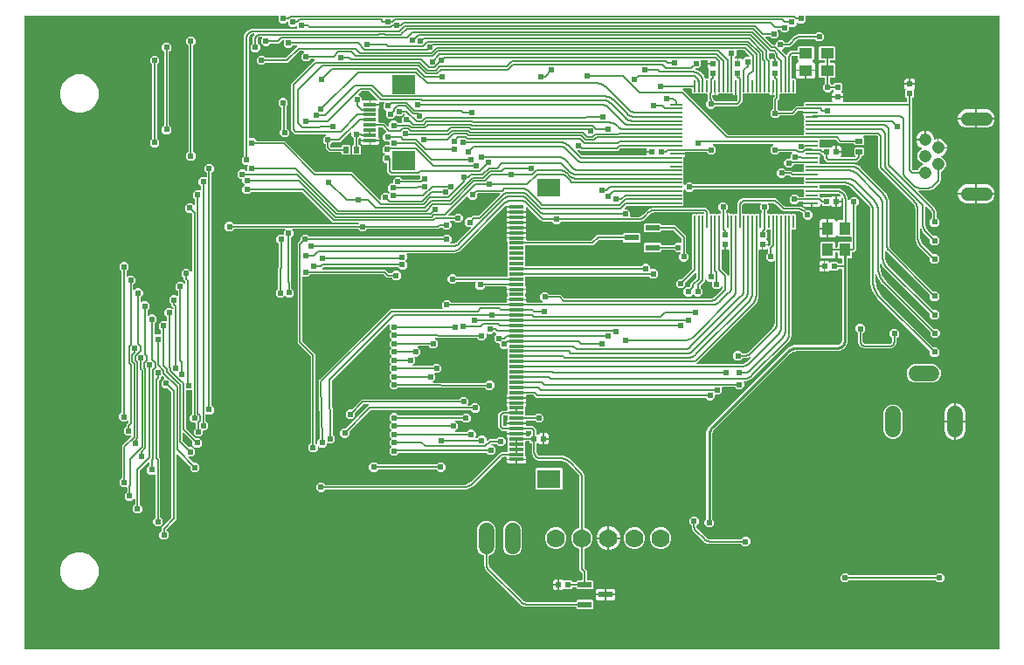
<source format=gbr>
G04 EAGLE Gerber RS-274X export*
G75*
%MOMM*%
%FSLAX34Y34*%
%LPD*%
%INBottom Copper*%
%IPPOS*%
%AMOC8*
5,1,8,0,0,1.08239X$1,22.5*%
G01*
G04 Define Apertures*
%ADD10R,1.397000X0.330200*%
%ADD11R,2.311400X1.803400*%
%ADD12R,1.300000X0.300000*%
%ADD13R,2.200000X1.900000*%
%ADD14R,1.155700X0.177800*%
%ADD15R,0.177800X1.155700*%
%ADD16C,1.308000*%
%ADD17C,1.208000*%
%ADD18C,1.508000*%
%ADD19C,1.778000*%
%ADD20C,1.524000*%
%ADD21R,0.508000X0.558800*%
%ADD22R,0.558800X0.508000*%
%ADD23R,1.320800X0.609600*%
%ADD24R,1.100000X1.300000*%
%ADD25R,1.300000X1.100000*%
%ADD26R,0.535100X0.644000*%
%ADD27R,0.644000X0.535100*%
%ADD28C,0.152400*%
%ADD29C,0.606400*%
%ADD30C,0.254000*%
%ADD31C,0.756400*%
%ADD32C,5.016000*%
G36*
X954575Y10220D02*
X954278Y10160D01*
X10922Y10160D01*
X10647Y10211D01*
X10392Y10375D01*
X10220Y10625D01*
X10160Y10922D01*
X10160Y624078D01*
X10211Y624353D01*
X10375Y624608D01*
X10625Y624780D01*
X10922Y624840D01*
X255582Y624840D01*
X255845Y624793D01*
X256103Y624634D01*
X256279Y624386D01*
X256344Y624090D01*
X256288Y623792D01*
X256277Y623775D01*
X256277Y619921D01*
X258945Y617252D01*
X262720Y617252D01*
X264417Y618949D01*
X264637Y619102D01*
X264932Y619172D01*
X265231Y619121D01*
X265486Y618958D01*
X265658Y618708D01*
X265718Y618410D01*
X265718Y616484D01*
X268387Y613816D01*
X272161Y613816D01*
X272816Y614471D01*
X273036Y614624D01*
X273331Y614694D01*
X273630Y614643D01*
X273885Y614479D01*
X274057Y614229D01*
X274117Y613932D01*
X274117Y613119D01*
X274184Y612836D01*
X274133Y612537D01*
X273970Y612282D01*
X273720Y612110D01*
X273422Y612050D01*
X230047Y612050D01*
X225563Y609461D01*
X222973Y604976D01*
X222973Y489057D01*
X222918Y488771D01*
X222750Y488518D01*
X220703Y486472D01*
X220703Y482697D01*
X223372Y480029D01*
X225944Y480029D01*
X226208Y479982D01*
X226466Y479822D01*
X226641Y479575D01*
X226706Y479279D01*
X226651Y478981D01*
X226483Y478728D01*
X225959Y478204D01*
X225959Y474635D01*
X225912Y474372D01*
X225753Y474114D01*
X225506Y473938D01*
X225209Y473873D01*
X224911Y473929D01*
X224658Y474096D01*
X223200Y475555D01*
X219426Y475555D01*
X216757Y472886D01*
X216757Y469111D01*
X219426Y466443D01*
X220713Y466443D01*
X220988Y466391D01*
X221243Y466228D01*
X221415Y465978D01*
X221475Y465681D01*
X221475Y463031D01*
X223216Y461291D01*
X223374Y461060D01*
X223439Y460764D01*
X223383Y460466D01*
X223216Y460213D01*
X221165Y458162D01*
X221165Y454388D01*
X223834Y451719D01*
X227608Y451719D01*
X229655Y453766D01*
X229896Y453928D01*
X230194Y453989D01*
X278945Y453989D01*
X279231Y453933D01*
X279484Y453766D01*
X309207Y424042D01*
X333438Y424042D01*
X333701Y423996D01*
X333959Y423836D01*
X334134Y423589D01*
X334200Y423293D01*
X334144Y422994D01*
X333976Y422742D01*
X333888Y422653D01*
X333646Y422490D01*
X333349Y422430D01*
X213361Y422430D01*
X213075Y422486D01*
X212822Y422653D01*
X210763Y424713D01*
X206989Y424713D01*
X204320Y422044D01*
X204320Y418269D01*
X206989Y415601D01*
X210763Y415601D01*
X212798Y417635D01*
X213039Y417798D01*
X213336Y417858D01*
X262327Y417858D01*
X262591Y417811D01*
X262849Y417652D01*
X263024Y417404D01*
X263089Y417108D01*
X263034Y416810D01*
X262866Y416557D01*
X261745Y415436D01*
X261745Y413018D01*
X261694Y412743D01*
X261530Y412487D01*
X261280Y412316D01*
X260983Y412256D01*
X256928Y412256D01*
X254259Y409587D01*
X254259Y405812D01*
X256321Y403750D01*
X256484Y403508D01*
X256544Y403211D01*
X256544Y381019D01*
X256489Y380733D01*
X256321Y380480D01*
X256153Y380312D01*
X256153Y359943D01*
X256097Y359657D01*
X255930Y359404D01*
X253883Y357357D01*
X253883Y353583D01*
X256552Y350914D01*
X260326Y350914D01*
X262161Y352749D01*
X262391Y352907D01*
X262688Y352972D01*
X262986Y352917D01*
X263239Y352749D01*
X264537Y351451D01*
X268311Y351451D01*
X270980Y354120D01*
X270980Y357895D01*
X268933Y359941D01*
X268770Y360183D01*
X268710Y360480D01*
X268710Y367054D01*
X268690Y367083D01*
X268630Y367380D01*
X268630Y409119D01*
X268686Y409405D01*
X268853Y409658D01*
X270857Y411662D01*
X270857Y415436D01*
X269736Y416557D01*
X269583Y416777D01*
X269513Y417072D01*
X269564Y417371D01*
X269727Y417626D01*
X269977Y417798D01*
X270275Y417858D01*
X333349Y417858D01*
X333635Y417802D01*
X333888Y417635D01*
X335935Y415588D01*
X339709Y415588D01*
X341756Y417635D01*
X341998Y417798D01*
X342295Y417858D01*
X411654Y417858D01*
X412857Y419061D01*
X413098Y419224D01*
X413396Y419284D01*
X414902Y419284D01*
X415188Y419228D01*
X415441Y419061D01*
X417488Y417014D01*
X421262Y417014D01*
X423931Y419683D01*
X423931Y423457D01*
X422779Y424610D01*
X422626Y424829D01*
X422556Y425124D01*
X422607Y425423D01*
X422770Y425678D01*
X423021Y425850D01*
X423318Y425910D01*
X425853Y425910D01*
X426139Y425855D01*
X426392Y425687D01*
X428438Y423640D01*
X432213Y423640D01*
X434882Y426309D01*
X434882Y430083D01*
X432213Y432752D01*
X428438Y432752D01*
X426392Y430706D01*
X426150Y430543D01*
X425853Y430482D01*
X421568Y430482D01*
X421305Y430529D01*
X421047Y430689D01*
X420871Y430936D01*
X420806Y431232D01*
X420862Y431530D01*
X421029Y431783D01*
X438549Y449303D01*
X438768Y449456D01*
X439063Y449525D01*
X439362Y449474D01*
X439618Y449311D01*
X439789Y449061D01*
X439793Y449040D01*
X442518Y446315D01*
X446293Y446315D01*
X448961Y448984D01*
X448961Y451801D01*
X449013Y452075D01*
X449176Y452331D01*
X449426Y452502D01*
X449723Y452563D01*
X470156Y452563D01*
X470419Y452516D01*
X470677Y452356D01*
X470853Y452109D01*
X470918Y451813D01*
X470862Y451515D01*
X470695Y451262D01*
X450361Y430928D01*
X450119Y430765D01*
X449822Y430705D01*
X444849Y430705D01*
X443307Y429164D01*
X443066Y429001D01*
X442768Y428940D01*
X439874Y428940D01*
X437205Y426271D01*
X437205Y422497D01*
X439874Y419828D01*
X442380Y419828D01*
X442644Y419781D01*
X442902Y419622D01*
X443077Y419375D01*
X443142Y419078D01*
X443087Y418780D01*
X442919Y418528D01*
X429495Y405104D01*
X429248Y404938D01*
X426175Y403666D01*
X425884Y403608D01*
X423209Y403608D01*
X422945Y403655D01*
X422687Y403814D01*
X422512Y404061D01*
X422447Y404358D01*
X422502Y404656D01*
X422670Y404909D01*
X423931Y406170D01*
X423931Y409944D01*
X421262Y412613D01*
X417488Y412613D01*
X415441Y410566D01*
X415200Y410403D01*
X414902Y410343D01*
X286442Y410343D01*
X286156Y410399D01*
X285903Y410566D01*
X283856Y412613D01*
X280082Y412613D01*
X277413Y409944D01*
X277413Y407050D01*
X277357Y406764D01*
X277190Y406511D01*
X274862Y404184D01*
X274862Y307040D01*
X287471Y294431D01*
X287634Y294190D01*
X287695Y293892D01*
X287695Y210093D01*
X287639Y209807D01*
X287471Y209555D01*
X285425Y207508D01*
X285425Y203733D01*
X288094Y201065D01*
X291868Y201065D01*
X294537Y203733D01*
X294537Y206221D01*
X294584Y206485D01*
X294743Y206743D01*
X294990Y206918D01*
X295287Y206983D01*
X295585Y206928D01*
X295837Y206760D01*
X296712Y205885D01*
X300487Y205885D01*
X303156Y208554D01*
X303156Y209370D01*
X303203Y209633D01*
X303362Y209891D01*
X303609Y210067D01*
X303905Y210132D01*
X304204Y210076D01*
X304456Y209909D01*
X304586Y209779D01*
X308361Y209779D01*
X311030Y212448D01*
X311030Y216222D01*
X308954Y218297D01*
X308793Y218534D01*
X308731Y218831D01*
X308405Y270400D01*
X308461Y270691D01*
X308629Y270944D01*
X362629Y324945D01*
X362849Y325098D01*
X363144Y325167D01*
X363443Y325117D01*
X363698Y324953D01*
X363870Y324703D01*
X363930Y324406D01*
X363930Y320672D01*
X365501Y319101D01*
X365659Y318870D01*
X365724Y318574D01*
X365669Y318276D01*
X365501Y318023D01*
X363930Y316452D01*
X363930Y312677D01*
X365568Y311039D01*
X365726Y310809D01*
X365791Y310513D01*
X365736Y310215D01*
X365568Y309962D01*
X363930Y308324D01*
X363930Y304549D01*
X365441Y303038D01*
X365599Y302808D01*
X365664Y302512D01*
X365609Y302214D01*
X365441Y301961D01*
X363930Y300450D01*
X363930Y296675D01*
X365634Y294972D01*
X365792Y294741D01*
X365857Y294445D01*
X365801Y294147D01*
X365634Y293894D01*
X363930Y292191D01*
X363930Y288416D01*
X365364Y286982D01*
X365522Y286752D01*
X365587Y286456D01*
X365531Y286158D01*
X365364Y285905D01*
X363930Y284471D01*
X363930Y280696D01*
X365580Y279047D01*
X365738Y278816D01*
X365803Y278520D01*
X365747Y278222D01*
X365580Y277969D01*
X363930Y276320D01*
X363930Y272545D01*
X365441Y271034D01*
X365599Y270804D01*
X365664Y270508D01*
X365609Y270210D01*
X365441Y269957D01*
X363930Y268446D01*
X363930Y264671D01*
X366599Y262003D01*
X370373Y262003D01*
X372393Y264022D01*
X372638Y264187D01*
X372936Y264245D01*
X456316Y263732D01*
X456598Y263676D01*
X456850Y263509D01*
X458935Y261424D01*
X462710Y261424D01*
X465379Y264093D01*
X465379Y267867D01*
X462710Y270536D01*
X458935Y270536D01*
X456926Y268527D01*
X456680Y268362D01*
X456383Y268304D01*
X406718Y268609D01*
X406460Y268656D01*
X406202Y268816D01*
X406026Y269063D01*
X405961Y269359D01*
X406017Y269657D01*
X406184Y269910D01*
X408364Y272090D01*
X408364Y275864D01*
X407518Y276710D01*
X407365Y276929D01*
X407295Y277224D01*
X407346Y277523D01*
X407510Y277779D01*
X407760Y277950D01*
X408057Y278011D01*
X411440Y278011D01*
X414108Y280680D01*
X414108Y284454D01*
X411440Y287123D01*
X407665Y287123D01*
X405618Y285076D01*
X405377Y284913D01*
X405080Y284853D01*
X387118Y284853D01*
X386855Y284900D01*
X386597Y285059D01*
X386421Y285306D01*
X386356Y285603D01*
X386412Y285901D01*
X386579Y286154D01*
X388842Y288416D01*
X388842Y292191D01*
X388327Y292706D01*
X388174Y292925D01*
X388104Y293220D01*
X388155Y293519D01*
X388318Y293775D01*
X388568Y293946D01*
X388866Y294007D01*
X391491Y294007D01*
X394160Y296675D01*
X394160Y300450D01*
X391592Y303018D01*
X391441Y303233D01*
X391369Y303528D01*
X391418Y303827D01*
X391579Y304084D01*
X391828Y304257D01*
X392125Y304319D01*
X401798Y304388D01*
X402089Y304333D01*
X402342Y304165D01*
X404288Y302219D01*
X408063Y302219D01*
X410732Y304888D01*
X410732Y308662D01*
X408546Y310848D01*
X408392Y311069D01*
X408323Y311365D01*
X408375Y311663D01*
X408539Y311918D01*
X408790Y312089D01*
X409087Y312148D01*
X448735Y312021D01*
X449019Y311966D01*
X449272Y311798D01*
X451319Y309751D01*
X455093Y309751D01*
X457762Y312419D01*
X457762Y315752D01*
X457809Y316015D01*
X457969Y316273D01*
X458216Y316448D01*
X458512Y316513D01*
X458810Y316458D01*
X459063Y316290D01*
X459425Y315928D01*
X463200Y315928D01*
X465069Y317798D01*
X465300Y317956D01*
X465596Y318021D01*
X465894Y317965D01*
X466147Y317798D01*
X467063Y316882D01*
X467146Y316867D01*
X467404Y316708D01*
X467580Y316460D01*
X467645Y316164D01*
X467589Y315866D01*
X467422Y315613D01*
X465403Y313594D01*
X465403Y309820D01*
X468072Y307151D01*
X469772Y307151D01*
X470047Y307100D01*
X470302Y306936D01*
X470474Y306686D01*
X470534Y306389D01*
X470534Y304220D01*
X473203Y301551D01*
X476977Y301551D01*
X477129Y301703D01*
X477349Y301856D01*
X477644Y301926D01*
X477943Y301875D01*
X478198Y301712D01*
X478370Y301461D01*
X478430Y301164D01*
X478430Y258235D01*
X478374Y257949D01*
X478207Y257696D01*
X477414Y256903D01*
X477414Y254962D01*
X496464Y254962D01*
X496464Y256152D01*
X496515Y256427D01*
X496679Y256682D01*
X496929Y256854D01*
X497226Y256914D01*
X503144Y256914D01*
X503430Y256858D01*
X503683Y256691D01*
X506425Y253949D01*
X670439Y253949D01*
X670725Y253893D01*
X670978Y253726D01*
X672973Y251731D01*
X676747Y251731D01*
X679416Y254400D01*
X679416Y256287D01*
X679467Y256562D01*
X679630Y256817D01*
X679881Y256989D01*
X680178Y257049D01*
X683366Y257049D01*
X686035Y259718D01*
X686035Y263568D01*
X685968Y263851D01*
X686019Y264150D01*
X686182Y264405D01*
X686433Y264577D01*
X686730Y264637D01*
X698531Y264637D01*
X698817Y264581D01*
X699069Y264414D01*
X701116Y262367D01*
X704891Y262367D01*
X707559Y265036D01*
X707559Y268810D01*
X707430Y268940D01*
X707277Y269159D01*
X707207Y269454D01*
X707258Y269753D01*
X707421Y270009D01*
X707671Y270180D01*
X707968Y270241D01*
X709930Y270241D01*
X714526Y272144D01*
X715392Y273010D01*
X715392Y273010D01*
X750647Y308265D01*
X750647Y308265D01*
X751667Y309285D01*
X753738Y314285D01*
X753738Y416854D01*
X753789Y417128D01*
X753953Y417384D01*
X754203Y417555D01*
X754500Y417616D01*
X756972Y417616D01*
X757865Y418509D01*
X757865Y431328D01*
X756972Y432221D01*
X753905Y432221D01*
X753760Y432122D01*
X753464Y432057D01*
X753166Y432112D01*
X753002Y432221D01*
X749905Y432221D01*
X749760Y432122D01*
X749464Y432057D01*
X749166Y432112D01*
X749002Y432221D01*
X745905Y432221D01*
X745760Y432122D01*
X745464Y432057D01*
X745166Y432112D01*
X745002Y432221D01*
X741905Y432221D01*
X741760Y432122D01*
X741464Y432057D01*
X741166Y432112D01*
X741002Y432221D01*
X737905Y432221D01*
X737760Y432122D01*
X737464Y432057D01*
X737166Y432112D01*
X737002Y432221D01*
X733905Y432221D01*
X733760Y432122D01*
X733464Y432057D01*
X733166Y432112D01*
X733002Y432221D01*
X730427Y432221D01*
X730152Y432272D01*
X729897Y432435D01*
X729725Y432686D01*
X729665Y432983D01*
X729665Y434639D01*
X729721Y434925D01*
X729888Y435178D01*
X731935Y437225D01*
X731935Y440999D01*
X731139Y441795D01*
X730986Y442014D01*
X730917Y442309D01*
X730967Y442608D01*
X731131Y442864D01*
X731381Y443035D01*
X731678Y443096D01*
X735645Y443096D01*
X735937Y443038D01*
X737896Y442226D01*
X738143Y442061D01*
X744170Y436035D01*
X746786Y434951D01*
X761029Y434951D01*
X761320Y434893D01*
X763252Y434093D01*
X763499Y433927D01*
X764384Y433043D01*
X764547Y432801D01*
X764607Y432504D01*
X764607Y429606D01*
X767276Y426937D01*
X771050Y426937D01*
X773719Y429606D01*
X773719Y433380D01*
X771050Y436049D01*
X768159Y436049D01*
X767873Y436105D01*
X767621Y436272D01*
X765982Y437910D01*
X765829Y438130D01*
X765759Y438425D01*
X765810Y438724D01*
X765974Y438979D01*
X766224Y439151D01*
X766521Y439211D01*
X772412Y439211D01*
X772412Y441878D01*
X764856Y441878D01*
X764856Y440699D01*
X765726Y439828D01*
X765877Y439614D01*
X765949Y439320D01*
X765901Y439020D01*
X765739Y438764D01*
X765490Y438590D01*
X765194Y438527D01*
X764896Y438585D01*
X762633Y439523D01*
X748203Y439523D01*
X747911Y439581D01*
X746648Y440104D01*
X746401Y440269D01*
X740236Y446434D01*
X737258Y447668D01*
X706473Y447668D01*
X703109Y445725D01*
X701166Y442360D01*
X701166Y432983D01*
X701115Y432708D01*
X700951Y432453D01*
X700701Y432281D01*
X700404Y432221D01*
X697905Y432221D01*
X697760Y432122D01*
X697464Y432057D01*
X697166Y432112D01*
X697002Y432221D01*
X694725Y432221D01*
X694439Y432276D01*
X694186Y432444D01*
X693393Y433237D01*
X692214Y433237D01*
X692214Y424156D01*
X690690Y424156D01*
X690690Y433237D01*
X690500Y433237D01*
X690225Y433288D01*
X689970Y433451D01*
X689798Y433702D01*
X689738Y433999D01*
X689738Y434792D01*
X689794Y435078D01*
X689961Y435331D01*
X691948Y437318D01*
X691948Y441092D01*
X689279Y443761D01*
X685505Y443761D01*
X682836Y441092D01*
X682836Y437318D01*
X684943Y435211D01*
X685106Y434969D01*
X685166Y434672D01*
X685166Y432983D01*
X685115Y432708D01*
X684951Y432453D01*
X684701Y432281D01*
X684404Y432221D01*
X681905Y432221D01*
X681760Y432122D01*
X681464Y432057D01*
X681166Y432112D01*
X681002Y432221D01*
X677905Y432221D01*
X677760Y432122D01*
X677464Y432057D01*
X677166Y432112D01*
X677002Y432221D01*
X674500Y432221D01*
X674225Y432272D01*
X673970Y432435D01*
X673798Y432686D01*
X673738Y432983D01*
X673738Y434540D01*
X672301Y437030D01*
X669811Y438467D01*
X618653Y438467D01*
X614926Y436923D01*
X614393Y436390D01*
X614393Y436390D01*
X609554Y431551D01*
X609438Y431456D01*
X607448Y430126D01*
X607174Y430013D01*
X604826Y429546D01*
X604677Y429531D01*
X597719Y429531D01*
X597456Y429578D01*
X597198Y429737D01*
X597022Y429985D01*
X596957Y430281D01*
X597013Y430579D01*
X597024Y430596D01*
X597024Y434450D01*
X594355Y437119D01*
X592600Y437119D01*
X592337Y437166D01*
X592079Y437325D01*
X591903Y437573D01*
X591838Y437869D01*
X591894Y438167D01*
X592061Y438420D01*
X593773Y440131D01*
X594014Y440294D01*
X594312Y440354D01*
X634878Y440354D01*
X635164Y440299D01*
X635271Y440227D01*
X648140Y440227D01*
X649033Y441120D01*
X649033Y444188D01*
X648934Y444332D01*
X648869Y444628D01*
X648924Y444926D01*
X649033Y445090D01*
X649033Y448188D01*
X648934Y448332D01*
X648869Y448628D01*
X648924Y448926D01*
X649033Y449090D01*
X649033Y452188D01*
X648934Y452332D01*
X648869Y452628D01*
X648924Y452926D01*
X649033Y453090D01*
X649033Y455708D01*
X649079Y455972D01*
X649239Y456230D01*
X649486Y456405D01*
X649782Y456470D01*
X650080Y456415D01*
X650333Y456247D01*
X652627Y453954D01*
X656401Y453954D01*
X658578Y456131D01*
X658820Y456294D01*
X659117Y456354D01*
X765110Y456354D01*
X765384Y456303D01*
X765640Y456140D01*
X765811Y455890D01*
X765872Y455592D01*
X765872Y453093D01*
X765970Y452949D01*
X766036Y452652D01*
X765980Y452354D01*
X765872Y452191D01*
X765872Y449688D01*
X765820Y449414D01*
X765657Y449158D01*
X765407Y448987D01*
X765110Y448926D01*
X760881Y448926D01*
X760595Y448982D01*
X760342Y449149D01*
X758295Y451196D01*
X754521Y451196D01*
X751852Y448527D01*
X751852Y444753D01*
X754521Y442084D01*
X758295Y442084D01*
X760342Y444131D01*
X760584Y444294D01*
X760881Y444354D01*
X764094Y444354D01*
X764368Y444303D01*
X764624Y444140D01*
X764795Y443890D01*
X764856Y443592D01*
X764856Y443402D01*
X773936Y443402D01*
X773936Y439211D01*
X780005Y439211D01*
X781493Y440699D01*
X781493Y441460D01*
X781544Y441735D01*
X781707Y441990D01*
X781957Y442162D01*
X782255Y442222D01*
X782455Y442222D01*
X782729Y442171D01*
X782985Y442007D01*
X783156Y441757D01*
X783217Y441460D01*
X783217Y441083D01*
X784109Y440190D01*
X790452Y440190D01*
X790722Y440460D01*
X790953Y440618D01*
X791249Y440684D01*
X791547Y440628D01*
X791800Y440460D01*
X793087Y439174D01*
X795917Y439174D01*
X795917Y449842D01*
X793087Y449842D01*
X791800Y448555D01*
X791570Y448397D01*
X791273Y448332D01*
X790975Y448388D01*
X790722Y448555D01*
X790452Y448826D01*
X784109Y448826D01*
X783544Y448261D01*
X783314Y448103D01*
X783018Y448038D01*
X782720Y448094D01*
X782467Y448261D01*
X781802Y448926D01*
X781239Y448926D01*
X780964Y448978D01*
X780708Y449141D01*
X780537Y449391D01*
X780477Y449688D01*
X780477Y451592D01*
X780528Y451867D01*
X780691Y452122D01*
X780941Y452294D01*
X781239Y452354D01*
X797360Y452354D01*
X797557Y452328D01*
X800299Y451594D01*
X800640Y451396D01*
X800894Y451143D01*
X801047Y450923D01*
X801117Y450628D01*
X801066Y450329D01*
X800903Y450074D01*
X800652Y449902D01*
X800355Y449842D01*
X797441Y449842D01*
X797441Y445270D01*
X801759Y445270D01*
X801759Y447313D01*
X801843Y447662D01*
X802033Y447898D01*
X802300Y448042D01*
X802602Y448070D01*
X802891Y447979D01*
X803122Y447781D01*
X803257Y447510D01*
X803579Y446306D01*
X803605Y446109D01*
X803605Y427210D01*
X803554Y426936D01*
X803391Y426680D01*
X803140Y426509D01*
X802843Y426448D01*
X799022Y426448D01*
X797994Y425420D01*
X797775Y425267D01*
X797480Y425198D01*
X797181Y425248D01*
X796925Y425412D01*
X796754Y425662D01*
X796693Y425959D01*
X796693Y425976D01*
X795205Y427464D01*
X789415Y427464D01*
X789415Y409384D01*
X795205Y409384D01*
X796693Y410872D01*
X796693Y410889D01*
X796740Y411153D01*
X796900Y411411D01*
X797147Y411586D01*
X797443Y411651D01*
X797741Y411596D01*
X797994Y411428D01*
X799022Y410400D01*
X811058Y410400D01*
X811332Y410349D01*
X811588Y410186D01*
X811759Y409935D01*
X811820Y409638D01*
X811820Y406210D01*
X811769Y405936D01*
X811605Y405680D01*
X811355Y405509D01*
X811058Y405448D01*
X799022Y405448D01*
X798129Y404556D01*
X798129Y400472D01*
X798078Y400198D01*
X797915Y399942D01*
X797665Y399771D01*
X797367Y399710D01*
X796439Y399710D01*
X796165Y399761D01*
X795909Y399925D01*
X795738Y400175D01*
X795677Y400472D01*
X795677Y404556D01*
X794785Y405448D01*
X782522Y405448D01*
X781629Y404556D01*
X781629Y390293D01*
X782522Y389400D01*
X794785Y389400D01*
X795677Y390293D01*
X795677Y394376D01*
X795729Y394651D01*
X795892Y394906D01*
X796142Y395078D01*
X796439Y395138D01*
X797367Y395138D01*
X797642Y395087D01*
X797898Y394924D01*
X798069Y394673D01*
X798129Y394376D01*
X798129Y390293D01*
X799022Y389400D01*
X801577Y389400D01*
X801852Y389349D01*
X802108Y389186D01*
X802279Y388935D01*
X802339Y388638D01*
X802339Y384671D01*
X802288Y384396D01*
X802125Y384141D01*
X801875Y383969D01*
X801577Y383909D01*
X799644Y383909D01*
X799369Y383960D01*
X799114Y384124D01*
X798942Y384374D01*
X798882Y384671D01*
X798882Y385048D01*
X797989Y385941D01*
X791647Y385941D01*
X791376Y385671D01*
X791146Y385513D01*
X790849Y385448D01*
X790551Y385503D01*
X790298Y385671D01*
X789012Y386957D01*
X786182Y386957D01*
X786182Y376289D01*
X789012Y376289D01*
X790298Y377576D01*
X790529Y377734D01*
X790825Y377799D01*
X791123Y377743D01*
X791376Y377576D01*
X791647Y377305D01*
X797989Y377305D01*
X798882Y378198D01*
X798882Y378575D01*
X798933Y378850D01*
X799096Y379105D01*
X799347Y379277D01*
X799644Y379337D01*
X801577Y379337D01*
X801852Y379286D01*
X802108Y379122D01*
X802279Y378872D01*
X802339Y378575D01*
X802339Y309724D01*
X802313Y309527D01*
X801818Y307679D01*
X801621Y307337D01*
X800268Y305984D01*
X799926Y305787D01*
X798078Y305292D01*
X797881Y305266D01*
X756257Y305266D01*
X749690Y302545D01*
X673174Y226030D01*
X671013Y220812D01*
X671013Y136796D01*
X670957Y136510D01*
X670790Y136257D01*
X669251Y134718D01*
X669251Y130944D01*
X671920Y128275D01*
X675694Y128275D01*
X678363Y130944D01*
X678363Y134718D01*
X676824Y136257D01*
X676661Y136499D01*
X676601Y136796D01*
X676601Y217988D01*
X676616Y218137D01*
X677213Y221140D01*
X677327Y221414D01*
X679028Y223960D01*
X679123Y224076D01*
X751128Y296081D01*
X751243Y296176D01*
X754980Y298672D01*
X755255Y298786D01*
X759662Y299663D01*
X759811Y299678D01*
X800573Y299678D01*
X805235Y302370D01*
X807927Y307032D01*
X807927Y388638D01*
X807979Y388913D01*
X808142Y389168D01*
X808392Y389340D01*
X808689Y389400D01*
X811285Y389400D01*
X812177Y390293D01*
X812177Y394376D01*
X812229Y394651D01*
X812392Y394906D01*
X812642Y395078D01*
X812939Y395138D01*
X813718Y395138D01*
X816392Y397812D01*
X816392Y439881D01*
X816447Y440167D01*
X816615Y440420D01*
X818662Y442467D01*
X818662Y446241D01*
X815993Y448910D01*
X812219Y448910D01*
X809478Y446169D01*
X809259Y446016D01*
X808964Y445946D01*
X808665Y445997D01*
X808409Y446161D01*
X808238Y446411D01*
X808177Y446708D01*
X808177Y449007D01*
X805279Y454028D01*
X800258Y456926D01*
X781239Y456926D01*
X780964Y456978D01*
X780708Y457141D01*
X780537Y457391D01*
X780477Y457688D01*
X780477Y459592D01*
X780528Y459867D01*
X780691Y460122D01*
X780941Y460294D01*
X781239Y460354D01*
X805946Y460354D01*
X806095Y460340D01*
X808226Y459916D01*
X808501Y459802D01*
X810308Y458595D01*
X810423Y458500D01*
X828054Y440869D01*
X828149Y440754D01*
X829490Y438747D01*
X829604Y438472D01*
X830074Y436105D01*
X830089Y435956D01*
X830089Y364739D01*
X831903Y357971D01*
X835406Y351903D01*
X836990Y350319D01*
X836990Y350319D01*
X887306Y300003D01*
X887469Y299761D01*
X887529Y299464D01*
X887529Y296552D01*
X890198Y293883D01*
X893972Y293883D01*
X896641Y296552D01*
X896641Y300326D01*
X893972Y302995D01*
X891096Y302995D01*
X890810Y303050D01*
X890557Y303218D01*
X841116Y352659D01*
X841021Y352774D01*
X836409Y359677D01*
X836295Y359952D01*
X834676Y368094D01*
X834661Y368242D01*
X834661Y373467D01*
X834746Y373816D01*
X834935Y374052D01*
X835202Y374196D01*
X835504Y374225D01*
X835794Y374133D01*
X836024Y373936D01*
X836159Y373664D01*
X836662Y371785D01*
X840111Y365812D01*
X841657Y364266D01*
X841657Y364266D01*
X887865Y318058D01*
X888028Y317817D01*
X888088Y317519D01*
X888088Y314608D01*
X890757Y311939D01*
X894531Y311939D01*
X897200Y314608D01*
X897200Y318382D01*
X894531Y321051D01*
X891654Y321051D01*
X891368Y321107D01*
X891115Y321274D01*
X845783Y366606D01*
X845688Y366722D01*
X841166Y373490D01*
X841052Y373765D01*
X839464Y381748D01*
X839449Y381897D01*
X839449Y383519D01*
X839494Y383776D01*
X839651Y384036D01*
X839897Y384213D01*
X840193Y384281D01*
X840492Y384227D01*
X840746Y384062D01*
X840915Y383810D01*
X841825Y381615D01*
X842875Y380565D01*
X842875Y380565D01*
X887312Y336127D01*
X887475Y335886D01*
X887535Y335589D01*
X887535Y332594D01*
X890204Y329925D01*
X893979Y329925D01*
X896647Y332594D01*
X896647Y336368D01*
X893979Y339037D01*
X891184Y339037D01*
X890898Y339093D01*
X890645Y339260D01*
X847000Y382905D01*
X846906Y383021D01*
X845068Y385771D01*
X844954Y386046D01*
X844308Y389291D01*
X844294Y389440D01*
X844294Y395627D01*
X844341Y395890D01*
X844500Y396148D01*
X844747Y396324D01*
X845043Y396389D01*
X845342Y396333D01*
X845594Y396166D01*
X887312Y354448D01*
X887475Y354206D01*
X887535Y353909D01*
X887535Y350787D01*
X890204Y348118D01*
X893979Y348118D01*
X896647Y350787D01*
X896647Y354562D01*
X893979Y357230D01*
X891311Y357230D01*
X891025Y357286D01*
X890773Y357454D01*
X849176Y399050D01*
X849011Y399297D01*
X848633Y400211D01*
X848575Y400502D01*
X848575Y444897D01*
X845359Y452660D01*
X843282Y454738D01*
X843282Y454738D01*
X820408Y477611D01*
X820408Y477611D01*
X819280Y478739D01*
X814000Y480926D01*
X781239Y480926D01*
X780964Y480978D01*
X780708Y481141D01*
X780537Y481391D01*
X780477Y481688D01*
X780477Y484188D01*
X780378Y484332D01*
X780313Y484628D01*
X780368Y484926D01*
X780477Y485090D01*
X780477Y487368D01*
X780532Y487654D01*
X780700Y487906D01*
X781493Y488699D01*
X781493Y489771D01*
X781544Y490046D01*
X781707Y490301D01*
X781957Y490473D01*
X782255Y490533D01*
X782455Y490533D01*
X782729Y490482D01*
X782985Y490319D01*
X783156Y490068D01*
X783217Y489771D01*
X783217Y489394D01*
X784109Y488501D01*
X784233Y488501D01*
X784507Y488450D01*
X784763Y488287D01*
X784934Y488036D01*
X784995Y487739D01*
X784995Y485629D01*
X788059Y482564D01*
X816958Y482564D01*
X821403Y487009D01*
X821403Y488072D01*
X821454Y488346D01*
X821618Y488602D01*
X821868Y488773D01*
X822165Y488834D01*
X822927Y488834D01*
X823820Y489726D01*
X823820Y496340D01*
X822927Y497233D01*
X815224Y497233D01*
X814332Y496340D01*
X814332Y489726D01*
X815410Y488648D01*
X815443Y488627D01*
X815619Y488380D01*
X815684Y488084D01*
X815628Y487786D01*
X815461Y487533D01*
X815288Y487360D01*
X815046Y487197D01*
X814749Y487136D01*
X801762Y487136D01*
X801498Y487183D01*
X801240Y487343D01*
X801065Y487590D01*
X801000Y487886D01*
X801055Y488184D01*
X801223Y488437D01*
X801759Y488973D01*
X801759Y492057D01*
X795917Y492057D01*
X795917Y498153D01*
X793087Y498153D01*
X791800Y496867D01*
X791570Y496709D01*
X791273Y496644D01*
X790975Y496699D01*
X790722Y496867D01*
X790452Y497137D01*
X784109Y497137D01*
X783763Y496790D01*
X783532Y496632D01*
X783236Y496567D01*
X782938Y496623D01*
X782685Y496790D01*
X782549Y496926D01*
X781239Y496926D01*
X780964Y496978D01*
X780708Y497141D01*
X780537Y497391D01*
X780477Y497688D01*
X780477Y500188D01*
X780378Y500332D01*
X780313Y500628D01*
X780368Y500926D01*
X780477Y501090D01*
X780477Y503592D01*
X780528Y503867D01*
X780691Y504122D01*
X780941Y504294D01*
X781239Y504354D01*
X796420Y504354D01*
X796706Y504299D01*
X796958Y504131D01*
X800192Y500897D01*
X813570Y500897D01*
X813844Y500846D01*
X814100Y500682D01*
X814271Y500432D01*
X814332Y500135D01*
X814332Y499876D01*
X815224Y498984D01*
X822927Y498984D01*
X823820Y499876D01*
X823820Y506490D01*
X823256Y507053D01*
X823103Y507273D01*
X823033Y507568D01*
X823084Y507867D01*
X823248Y508122D01*
X823498Y508294D01*
X823795Y508354D01*
X836441Y508354D01*
X836638Y508328D01*
X836751Y508298D01*
X837092Y508101D01*
X837175Y508018D01*
X837372Y507677D01*
X837402Y507564D01*
X837428Y507367D01*
X837428Y478289D01*
X838621Y475408D01*
X838831Y475199D01*
X838831Y475199D01*
X870178Y443851D01*
X870273Y443736D01*
X872575Y440291D01*
X872689Y440016D01*
X873497Y435952D01*
X873512Y435803D01*
X873512Y406970D01*
X875620Y401881D01*
X876674Y400827D01*
X876675Y400827D01*
X887312Y390189D01*
X887475Y389947D01*
X887535Y389650D01*
X887535Y386725D01*
X890204Y384056D01*
X893979Y384056D01*
X896647Y386725D01*
X896647Y390499D01*
X893979Y393168D01*
X891115Y393168D01*
X890829Y393223D01*
X890576Y393391D01*
X880800Y403167D01*
X880705Y403282D01*
X878860Y406044D01*
X878747Y406318D01*
X878099Y409575D01*
X878084Y409724D01*
X878084Y417363D01*
X878129Y417620D01*
X878286Y417880D01*
X878532Y418057D01*
X878828Y418124D01*
X879126Y418071D01*
X879381Y417906D01*
X879550Y417654D01*
X880651Y414997D01*
X881692Y413955D01*
X881692Y413955D01*
X887312Y408335D01*
X887475Y408094D01*
X887535Y407796D01*
X887535Y404760D01*
X890204Y402091D01*
X893979Y402091D01*
X896647Y404760D01*
X896647Y408535D01*
X893979Y411203D01*
X891226Y411203D01*
X890940Y411259D01*
X890687Y411427D01*
X885818Y416296D01*
X885723Y416411D01*
X883899Y419141D01*
X883785Y419416D01*
X883144Y422636D01*
X883130Y422785D01*
X883130Y439152D01*
X883177Y439415D01*
X883336Y439673D01*
X883583Y439849D01*
X883879Y439914D01*
X884178Y439858D01*
X884430Y439691D01*
X888178Y435942D01*
X888273Y435827D01*
X889135Y434537D01*
X889249Y434262D01*
X889552Y432741D01*
X889566Y432592D01*
X889566Y428817D01*
X889511Y428531D01*
X889343Y428278D01*
X887535Y426470D01*
X887535Y422696D01*
X890204Y420027D01*
X893979Y420027D01*
X896647Y422696D01*
X896647Y426470D01*
X894361Y428756D01*
X894199Y428998D01*
X894138Y429295D01*
X894138Y434444D01*
X892721Y437866D01*
X892304Y438283D01*
X892304Y438283D01*
X876879Y453708D01*
X876726Y453927D01*
X876656Y454223D01*
X876707Y454522D01*
X876870Y454777D01*
X877120Y454949D01*
X877417Y455009D01*
X886619Y455009D01*
X890527Y456628D01*
X897257Y463357D01*
X898078Y465341D01*
X898078Y472868D01*
X898132Y473148D01*
X898297Y473402D01*
X898549Y473572D01*
X899785Y474084D01*
X901912Y476212D01*
X903064Y478992D01*
X903064Y482001D01*
X901912Y484781D01*
X899785Y486909D01*
X898979Y487242D01*
X898754Y487387D01*
X898576Y487632D01*
X898509Y487928D01*
X898562Y488227D01*
X898728Y488481D01*
X898979Y488650D01*
X900360Y489222D01*
X902774Y491636D01*
X904080Y494790D01*
X904080Y495734D01*
X894738Y495734D01*
X894738Y505076D01*
X893793Y505076D01*
X892634Y504596D01*
X892366Y504538D01*
X892067Y504589D01*
X891812Y504752D01*
X891640Y505003D01*
X891580Y505300D01*
X891580Y506203D01*
X890274Y509356D01*
X887860Y511770D01*
X884707Y513076D01*
X883762Y513076D01*
X883762Y503734D01*
X874420Y503734D01*
X874420Y502790D01*
X875726Y499636D01*
X878140Y497222D01*
X879521Y496650D01*
X879746Y496506D01*
X879924Y496260D01*
X879991Y495965D01*
X879938Y495666D01*
X879772Y495412D01*
X879521Y495242D01*
X878715Y494909D01*
X876588Y492781D01*
X875436Y490001D01*
X875436Y486992D01*
X876588Y484212D01*
X878715Y482084D01*
X880848Y481200D01*
X881074Y481056D01*
X881251Y480810D01*
X881319Y480514D01*
X881265Y480216D01*
X881100Y479962D01*
X880848Y479792D01*
X878715Y478909D01*
X876588Y476781D01*
X875957Y475258D01*
X875800Y475020D01*
X875550Y474848D01*
X875253Y474788D01*
X872102Y474788D01*
X871905Y474814D01*
X871313Y474972D01*
X870972Y475169D01*
X870538Y475603D01*
X870341Y475944D01*
X870182Y476536D01*
X870156Y476734D01*
X870156Y544206D01*
X870208Y544480D01*
X870371Y544736D01*
X870621Y544907D01*
X870918Y544968D01*
X871482Y544968D01*
X872375Y545860D01*
X872375Y552203D01*
X872104Y552473D01*
X871946Y552704D01*
X871881Y553000D01*
X871937Y553298D01*
X872104Y553551D01*
X873391Y554838D01*
X873391Y557668D01*
X862723Y557668D01*
X862723Y554838D01*
X864009Y553551D01*
X864167Y553321D01*
X864232Y553024D01*
X864177Y552726D01*
X864009Y552473D01*
X863739Y552203D01*
X863739Y545860D01*
X864631Y544968D01*
X864822Y544968D01*
X865097Y544916D01*
X865353Y544753D01*
X865524Y544503D01*
X865584Y544206D01*
X865584Y541688D01*
X865533Y541414D01*
X865370Y541158D01*
X865120Y540987D01*
X864822Y540926D01*
X804103Y540926D01*
X803840Y540973D01*
X803582Y541133D01*
X803407Y541380D01*
X803341Y541676D01*
X803397Y541974D01*
X803547Y542201D01*
X803547Y545040D01*
X792879Y545040D01*
X792879Y542203D01*
X793015Y542008D01*
X793085Y541713D01*
X793034Y541414D01*
X792871Y541158D01*
X792621Y540987D01*
X792323Y540926D01*
X780026Y540926D01*
X779740Y540982D01*
X779633Y541053D01*
X766764Y541053D01*
X765872Y540161D01*
X765872Y537688D01*
X765820Y537414D01*
X765657Y537158D01*
X765407Y536987D01*
X765110Y536926D01*
X757792Y536926D01*
X753533Y532668D01*
X753292Y532505D01*
X752994Y532445D01*
X742292Y532445D01*
X742006Y532500D01*
X741753Y532668D01*
X740329Y534093D01*
X740166Y534334D01*
X740105Y534631D01*
X740105Y542257D01*
X740161Y542543D01*
X740329Y542796D01*
X741738Y544206D01*
X741738Y548298D01*
X741789Y548572D01*
X741953Y548828D01*
X742203Y548999D01*
X742500Y549060D01*
X744999Y549060D01*
X745144Y549159D01*
X745440Y549224D01*
X745738Y549168D01*
X745902Y549060D01*
X748999Y549060D01*
X749144Y549159D01*
X749440Y549224D01*
X749738Y549168D01*
X749902Y549060D01*
X752999Y549060D01*
X753144Y549159D01*
X753440Y549224D01*
X753738Y549168D01*
X753902Y549060D01*
X756972Y549060D01*
X757865Y549953D01*
X757865Y562772D01*
X756972Y563665D01*
X754500Y563665D01*
X754225Y563716D01*
X753970Y563879D01*
X753798Y564130D01*
X753738Y564427D01*
X753738Y585137D01*
X753764Y585333D01*
X753765Y585339D01*
X753963Y585682D01*
X753968Y585687D01*
X754311Y585884D01*
X754317Y585886D01*
X754513Y585912D01*
X758427Y585912D01*
X758702Y585861D01*
X758957Y585697D01*
X759129Y585447D01*
X759189Y585150D01*
X759189Y582133D01*
X760217Y581105D01*
X760370Y580886D01*
X760440Y580591D01*
X760389Y580292D01*
X760225Y580036D01*
X759975Y579865D01*
X759678Y579804D01*
X759661Y579804D01*
X758173Y578316D01*
X758173Y572526D01*
X776253Y572526D01*
X776253Y578316D01*
X774765Y579804D01*
X774748Y579804D01*
X774485Y579851D01*
X774226Y580011D01*
X774051Y580258D01*
X773986Y580554D01*
X774042Y580852D01*
X774209Y581105D01*
X775237Y582133D01*
X775237Y594396D01*
X774344Y595288D01*
X760082Y595288D01*
X759189Y594396D01*
X759189Y591246D01*
X759138Y590971D01*
X758974Y590716D01*
X758724Y590544D01*
X758427Y590484D01*
X753081Y590484D01*
X750599Y589051D01*
X749408Y586989D01*
X749304Y586849D01*
X749057Y586673D01*
X748761Y586608D01*
X748463Y586664D01*
X748210Y586831D01*
X744445Y590596D01*
X744292Y590816D01*
X744222Y591111D01*
X744273Y591410D01*
X744436Y591665D01*
X744686Y591837D01*
X744707Y591841D01*
X746810Y593944D01*
X747051Y594107D01*
X747349Y594167D01*
X750533Y594167D01*
X753097Y595229D01*
X753186Y595318D01*
X753186Y595318D01*
X758766Y600898D01*
X758882Y600993D01*
X759987Y601732D01*
X760262Y601845D01*
X761565Y602105D01*
X761714Y602119D01*
X775830Y602119D01*
X776116Y602064D01*
X776369Y601896D01*
X778416Y599849D01*
X782190Y599849D01*
X784859Y602518D01*
X784859Y606292D01*
X782190Y608961D01*
X778416Y608961D01*
X776369Y606914D01*
X776127Y606752D01*
X775830Y606691D01*
X759975Y606691D01*
X756763Y605361D01*
X755533Y604131D01*
X754641Y603239D01*
X754641Y603238D01*
X750845Y599443D01*
X750598Y599278D01*
X749437Y598797D01*
X749146Y598739D01*
X747349Y598739D01*
X747063Y598795D01*
X746810Y598962D01*
X744763Y601009D01*
X740989Y601009D01*
X738320Y598340D01*
X738320Y597087D01*
X738269Y596812D01*
X738105Y596557D01*
X737855Y596385D01*
X737558Y596325D01*
X735697Y596325D01*
X735411Y596381D01*
X735158Y596548D01*
X728204Y603502D01*
X728051Y603721D01*
X727981Y604016D01*
X728032Y604315D01*
X728196Y604571D01*
X728446Y604742D01*
X728743Y604803D01*
X732303Y604803D01*
X732589Y604747D01*
X732842Y604580D01*
X734889Y602533D01*
X738663Y602533D01*
X741332Y605202D01*
X741332Y608976D01*
X740478Y609831D01*
X740325Y610050D01*
X740255Y610345D01*
X740306Y610644D01*
X740469Y610900D01*
X740719Y611071D01*
X741016Y611131D01*
X741653Y611131D01*
X741939Y611076D01*
X742192Y610908D01*
X744583Y608517D01*
X748358Y608517D01*
X751026Y611186D01*
X751026Y613073D01*
X751078Y613348D01*
X751241Y613603D01*
X751491Y613775D01*
X751788Y613835D01*
X755862Y613835D01*
X758531Y616504D01*
X758531Y617581D01*
X758578Y617845D01*
X758738Y618103D01*
X758985Y618278D01*
X759281Y618343D01*
X759579Y618288D01*
X759832Y618120D01*
X760700Y617252D01*
X764475Y617252D01*
X767144Y619921D01*
X767144Y623771D01*
X767077Y624054D01*
X767128Y624353D01*
X767291Y624608D01*
X767541Y624780D01*
X767838Y624840D01*
X954278Y624840D01*
X954553Y624789D01*
X954808Y624625D01*
X954980Y624375D01*
X955040Y624078D01*
X955040Y10922D01*
X954989Y10647D01*
X954825Y10392D01*
X954575Y10220D01*
G37*
%LPC*%
G36*
X169511Y484227D02*
X173286Y484227D01*
X175954Y486895D01*
X175954Y490670D01*
X173908Y492717D01*
X173745Y492958D01*
X173684Y493255D01*
X173684Y595490D01*
X173740Y595776D01*
X173908Y596028D01*
X175954Y598075D01*
X175954Y601850D01*
X173286Y604518D01*
X169511Y604518D01*
X166842Y601850D01*
X166842Y598075D01*
X168889Y596028D01*
X169052Y595787D01*
X169112Y595490D01*
X169112Y493255D01*
X169057Y492969D01*
X168889Y492717D01*
X166842Y490670D01*
X166842Y486895D01*
X169511Y484227D01*
G37*
G36*
X146062Y509794D02*
X149836Y509794D01*
X152505Y512463D01*
X152505Y516237D01*
X150458Y518284D01*
X150295Y518526D01*
X150235Y518823D01*
X150235Y589427D01*
X150290Y589713D01*
X150458Y589966D01*
X152505Y592013D01*
X152505Y595787D01*
X149836Y598456D01*
X146062Y598456D01*
X143393Y595787D01*
X143393Y592013D01*
X145440Y589966D01*
X145602Y589724D01*
X145663Y589427D01*
X145663Y518823D01*
X145607Y518537D01*
X145440Y518284D01*
X143393Y516237D01*
X143393Y512463D01*
X146062Y509794D01*
G37*
G36*
X792879Y546564D02*
X803547Y546564D01*
X803547Y549394D01*
X802261Y550681D01*
X802103Y550911D01*
X802038Y551207D01*
X802093Y551505D01*
X802261Y551758D01*
X802531Y552029D01*
X802531Y558371D01*
X801639Y559264D01*
X794788Y559264D01*
X793895Y558371D01*
X793895Y558248D01*
X793844Y557973D01*
X793681Y557718D01*
X793431Y557546D01*
X793133Y557486D01*
X792772Y557486D01*
X792486Y557542D01*
X792234Y557709D01*
X790722Y559221D01*
X790559Y559462D01*
X790499Y559759D01*
X790499Y563978D01*
X790550Y564253D01*
X790714Y564509D01*
X790964Y564680D01*
X791261Y564740D01*
X795344Y564740D01*
X796237Y565633D01*
X796237Y577896D01*
X795344Y578788D01*
X791261Y578788D01*
X790986Y578840D01*
X790731Y579003D01*
X790559Y579253D01*
X790499Y579550D01*
X790499Y580478D01*
X790550Y580753D01*
X790714Y581009D01*
X790964Y581180D01*
X791261Y581240D01*
X795344Y581240D01*
X796237Y582133D01*
X796237Y594396D01*
X795344Y595288D01*
X781082Y595288D01*
X780189Y594396D01*
X780189Y582133D01*
X781082Y581240D01*
X785165Y581240D01*
X785440Y581189D01*
X785695Y581026D01*
X785867Y580776D01*
X785927Y580478D01*
X785927Y579550D01*
X785876Y579276D01*
X785712Y579020D01*
X785462Y578849D01*
X785165Y578788D01*
X781082Y578788D01*
X780189Y577896D01*
X780189Y565633D01*
X781082Y564740D01*
X785165Y564740D01*
X785440Y564689D01*
X785695Y564526D01*
X785867Y564276D01*
X785927Y563978D01*
X785927Y559374D01*
X785871Y559088D01*
X785704Y558835D01*
X783850Y556981D01*
X783850Y553207D01*
X786519Y550538D01*
X790293Y550538D01*
X792446Y552691D01*
X792687Y552854D01*
X792985Y552914D01*
X793133Y552914D01*
X793408Y552863D01*
X793664Y552699D01*
X793835Y552449D01*
X793895Y552152D01*
X793895Y552029D01*
X794166Y551758D01*
X794324Y551528D01*
X794389Y551232D01*
X794333Y550933D01*
X794166Y550681D01*
X792879Y549394D01*
X792879Y546564D01*
G37*
G36*
X134536Y497094D02*
X138311Y497094D01*
X140979Y499763D01*
X140979Y503537D01*
X138933Y505584D01*
X138770Y505826D01*
X138709Y506123D01*
X138709Y576977D01*
X138765Y577263D01*
X138933Y577516D01*
X140979Y579563D01*
X140979Y583337D01*
X138311Y586006D01*
X134536Y586006D01*
X131867Y583337D01*
X131867Y579563D01*
X133914Y577516D01*
X134077Y577274D01*
X134137Y576977D01*
X134137Y506123D01*
X134082Y505837D01*
X133914Y505584D01*
X131867Y503537D01*
X131867Y499763D01*
X134536Y497094D01*
G37*
G36*
X767975Y563724D02*
X774765Y563724D01*
X776253Y565212D01*
X776253Y571002D01*
X767975Y571002D01*
X767975Y563724D01*
G37*
G36*
X759661Y563724D02*
X766451Y563724D01*
X766451Y571002D01*
X758173Y571002D01*
X758173Y565212D01*
X759661Y563724D01*
G37*
G36*
X59838Y530740D02*
X67162Y530740D01*
X73928Y533543D01*
X79107Y538722D01*
X81910Y545488D01*
X81910Y552812D01*
X79107Y559578D01*
X73928Y564757D01*
X67162Y567560D01*
X59838Y567560D01*
X53072Y564757D01*
X47893Y559578D01*
X45090Y552812D01*
X45090Y545488D01*
X47893Y538722D01*
X53072Y533543D01*
X59838Y530740D01*
G37*
G36*
X868819Y559192D02*
X873391Y559192D01*
X873391Y562022D01*
X871903Y563510D01*
X868819Y563510D01*
X868819Y559192D01*
G37*
G36*
X862723Y559192D02*
X867295Y559192D01*
X867295Y563510D01*
X864210Y563510D01*
X862723Y562022D01*
X862723Y559192D01*
G37*
G36*
X914720Y525758D02*
X931738Y525758D01*
X931738Y534076D01*
X921994Y534076D01*
X918657Y532694D01*
X916102Y530140D01*
X914720Y526802D01*
X914720Y525758D01*
G37*
G36*
X933262Y525758D02*
X950280Y525758D01*
X950280Y526802D01*
X948898Y530140D01*
X946343Y532694D01*
X943006Y534076D01*
X933262Y534076D01*
X933262Y525758D01*
G37*
G36*
X933262Y515916D02*
X943006Y515916D01*
X946343Y517299D01*
X948898Y519853D01*
X950280Y523190D01*
X950280Y524234D01*
X933262Y524234D01*
X933262Y515916D01*
G37*
G36*
X921994Y515916D02*
X931738Y515916D01*
X931738Y524234D01*
X914720Y524234D01*
X914720Y523190D01*
X916102Y519853D01*
X918657Y517299D01*
X921994Y515916D01*
G37*
G36*
X874420Y505258D02*
X882238Y505258D01*
X882238Y513076D01*
X881293Y513076D01*
X878140Y511770D01*
X875726Y509356D01*
X874420Y506203D01*
X874420Y505258D01*
G37*
G36*
X896262Y497258D02*
X904080Y497258D01*
X904080Y498203D01*
X902774Y501356D01*
X900360Y503770D01*
X897207Y505076D01*
X896262Y505076D01*
X896262Y497258D01*
G37*
G36*
X797441Y493581D02*
X801759Y493581D01*
X801759Y496665D01*
X800271Y498153D01*
X797441Y498153D01*
X797441Y493581D01*
G37*
G36*
X143482Y116516D02*
X147256Y116516D01*
X149925Y119185D01*
X149925Y122960D01*
X147878Y125006D01*
X147715Y125248D01*
X147655Y125545D01*
X147655Y125895D01*
X147711Y126181D01*
X147878Y126434D01*
X157235Y135790D01*
X157235Y199485D01*
X157282Y199748D01*
X157441Y200006D01*
X157688Y200182D01*
X157984Y200247D01*
X158283Y200191D01*
X158535Y200024D01*
X170657Y187902D01*
X170820Y187661D01*
X170880Y187363D01*
X170880Y184469D01*
X173549Y181800D01*
X177323Y181800D01*
X179992Y184469D01*
X179992Y188243D01*
X177323Y190912D01*
X174429Y190912D01*
X174143Y190968D01*
X173890Y191135D01*
X169137Y195888D01*
X168984Y196107D01*
X168914Y196403D01*
X168965Y196702D01*
X169128Y196957D01*
X169379Y197128D01*
X169676Y197189D01*
X173030Y197189D01*
X175699Y199858D01*
X175699Y203632D01*
X173030Y206301D01*
X170136Y206301D01*
X169850Y206357D01*
X169597Y206524D01*
X163744Y212377D01*
X163581Y212618D01*
X163521Y212916D01*
X163521Y219101D01*
X163568Y219365D01*
X163727Y219623D01*
X163975Y219798D01*
X164271Y219863D01*
X164569Y219808D01*
X164822Y219640D01*
X172727Y211735D01*
X172890Y211493D01*
X172950Y211196D01*
X172950Y208536D01*
X175619Y205867D01*
X179394Y205867D01*
X182062Y208536D01*
X182062Y212310D01*
X179394Y214979D01*
X176499Y214979D01*
X176485Y214982D01*
X176261Y214982D01*
X175976Y215038D01*
X175723Y215205D01*
X166792Y224136D01*
X166629Y224377D01*
X166569Y224675D01*
X166569Y250451D01*
X166621Y250717D01*
X166621Y260514D01*
X166668Y260777D01*
X166827Y261035D01*
X167074Y261210D01*
X167371Y261276D01*
X167453Y261260D01*
X171564Y261260D01*
X171847Y261327D01*
X172146Y261276D01*
X172401Y261113D01*
X172573Y260863D01*
X172633Y260565D01*
X172633Y238836D01*
X172577Y238550D01*
X172410Y238298D01*
X170363Y236251D01*
X170363Y232476D01*
X173032Y229808D01*
X175305Y229808D01*
X175580Y229756D01*
X175836Y229593D01*
X176007Y229343D01*
X176067Y229046D01*
X176067Y225095D01*
X176012Y224809D01*
X175844Y224556D01*
X174238Y222949D01*
X174238Y219175D01*
X176906Y216506D01*
X180681Y216506D01*
X183350Y219175D01*
X183350Y221447D01*
X183401Y221721D01*
X183564Y221977D01*
X183814Y222148D01*
X184112Y222209D01*
X185709Y222209D01*
X188378Y224878D01*
X188378Y228652D01*
X186098Y230932D01*
X185935Y231174D01*
X185875Y231471D01*
X185875Y237653D01*
X185922Y237917D01*
X186081Y238175D01*
X186328Y238350D01*
X186624Y238415D01*
X186923Y238360D01*
X187175Y238192D01*
X187411Y237957D01*
X191185Y237957D01*
X193854Y240626D01*
X193854Y244400D01*
X191807Y246447D01*
X191644Y246689D01*
X191584Y246986D01*
X191584Y471850D01*
X191639Y472135D01*
X191807Y472388D01*
X193856Y474437D01*
X193856Y478211D01*
X191187Y480880D01*
X187412Y480880D01*
X184744Y478211D01*
X184744Y474437D01*
X186789Y472392D01*
X186951Y472150D01*
X187012Y471853D01*
X187012Y468445D01*
X186965Y468182D01*
X186806Y467924D01*
X186558Y467748D01*
X186262Y467683D01*
X185964Y467739D01*
X185711Y467906D01*
X185480Y468137D01*
X181706Y468137D01*
X179037Y465468D01*
X179037Y461694D01*
X181079Y459651D01*
X181242Y459410D01*
X181303Y459113D01*
X181303Y455738D01*
X181256Y455474D01*
X181096Y455216D01*
X180849Y455041D01*
X180553Y454976D01*
X180255Y455031D01*
X180002Y455199D01*
X179784Y455417D01*
X176009Y455417D01*
X173341Y452748D01*
X173341Y448974D01*
X175458Y446857D01*
X175621Y446615D01*
X175681Y446318D01*
X175681Y441150D01*
X175634Y440887D01*
X175475Y440629D01*
X175227Y440454D01*
X174931Y440388D01*
X174633Y440444D01*
X174380Y440612D01*
X172290Y442702D01*
X168516Y442702D01*
X165847Y440033D01*
X165847Y436259D01*
X168516Y433590D01*
X171410Y433590D01*
X171696Y433534D01*
X171949Y433367D01*
X172410Y432906D01*
X172573Y432664D01*
X172633Y432367D01*
X172633Y377168D01*
X172586Y376905D01*
X172427Y376647D01*
X172179Y376472D01*
X171883Y376407D01*
X171585Y376462D01*
X171332Y376630D01*
X168866Y379096D01*
X165092Y379096D01*
X162423Y376427D01*
X162423Y372653D01*
X164470Y370606D01*
X164632Y370364D01*
X164693Y370067D01*
X164693Y368090D01*
X165755Y367028D01*
X165917Y366787D01*
X165978Y366489D01*
X165978Y365444D01*
X165931Y365181D01*
X165771Y364923D01*
X165524Y364747D01*
X165228Y364682D01*
X164930Y364738D01*
X164677Y364905D01*
X163208Y366374D01*
X159433Y366374D01*
X156765Y363705D01*
X156765Y359931D01*
X158811Y357884D01*
X158974Y357643D01*
X159035Y357346D01*
X159035Y353291D01*
X158988Y353027D01*
X158828Y352769D01*
X158581Y352594D01*
X158285Y352529D01*
X157987Y352584D01*
X157734Y352752D01*
X156955Y353530D01*
X153181Y353530D01*
X150512Y350861D01*
X150512Y347087D01*
X152559Y345040D01*
X152722Y344799D01*
X152782Y344502D01*
X152782Y343309D01*
X154442Y341650D01*
X154605Y341408D01*
X154665Y341111D01*
X154665Y340594D01*
X154618Y340331D01*
X154459Y340073D01*
X154212Y339897D01*
X153915Y339832D01*
X153617Y339888D01*
X153364Y340055D01*
X152299Y341121D01*
X148524Y341121D01*
X145855Y338452D01*
X145855Y334678D01*
X147902Y332631D01*
X148065Y332390D01*
X148125Y332092D01*
X148125Y329043D01*
X148078Y328779D01*
X147919Y328521D01*
X147672Y328346D01*
X147376Y328281D01*
X147077Y328336D01*
X146888Y328462D01*
X143092Y328462D01*
X140423Y325793D01*
X140423Y322019D01*
X142470Y319972D01*
X142633Y319730D01*
X142693Y319433D01*
X142693Y316040D01*
X142646Y315777D01*
X142487Y315519D01*
X142240Y315343D01*
X141944Y315278D01*
X141645Y315334D01*
X141393Y315501D01*
X141352Y315542D01*
X137578Y315542D01*
X137349Y315313D01*
X137130Y315160D01*
X136835Y315090D01*
X136536Y315141D01*
X136280Y315304D01*
X136109Y315555D01*
X136048Y315852D01*
X136048Y325928D01*
X136104Y326214D01*
X136271Y326467D01*
X138318Y328513D01*
X138318Y332288D01*
X135649Y334957D01*
X131875Y334957D01*
X130655Y333736D01*
X130435Y333583D01*
X130140Y333513D01*
X129841Y333564D01*
X129586Y333728D01*
X129414Y333978D01*
X129354Y334275D01*
X129354Y338675D01*
X129409Y338961D01*
X129577Y339214D01*
X131624Y341261D01*
X131624Y345035D01*
X128955Y347704D01*
X125181Y347704D01*
X124089Y346612D01*
X123869Y346459D01*
X123574Y346389D01*
X123275Y346440D01*
X123020Y346604D01*
X122848Y346854D01*
X122788Y347151D01*
X122788Y351165D01*
X122844Y351451D01*
X123011Y351704D01*
X125058Y353751D01*
X125058Y357525D01*
X122389Y360194D01*
X118615Y360194D01*
X116940Y358519D01*
X116720Y358366D01*
X116425Y358296D01*
X116126Y358347D01*
X115871Y358510D01*
X115699Y358760D01*
X115639Y359057D01*
X115639Y363700D01*
X115694Y363986D01*
X115862Y364239D01*
X117909Y366286D01*
X117909Y370060D01*
X115240Y372729D01*
X111466Y372729D01*
X110196Y371460D01*
X109977Y371307D01*
X109682Y371237D01*
X109383Y371288D01*
X109127Y371451D01*
X108956Y371701D01*
X108896Y371999D01*
X108896Y376573D01*
X108951Y376859D01*
X109119Y377112D01*
X111344Y379337D01*
X111344Y383111D01*
X108675Y385780D01*
X104901Y385780D01*
X102232Y383111D01*
X102232Y379337D01*
X104100Y377468D01*
X104263Y377227D01*
X104324Y376930D01*
X104324Y239958D01*
X104268Y239672D01*
X104100Y239419D01*
X102054Y237372D01*
X102054Y233598D01*
X104722Y230929D01*
X108497Y230929D01*
X109766Y232198D01*
X109985Y232351D01*
X110281Y232421D01*
X110579Y232370D01*
X110835Y232207D01*
X111006Y231957D01*
X111067Y231659D01*
X111067Y230316D01*
X111011Y230030D01*
X110844Y229777D01*
X109072Y228006D01*
X109072Y226572D01*
X109017Y226286D01*
X108849Y226034D01*
X106802Y223987D01*
X106802Y220212D01*
X109471Y217544D01*
X113142Y217544D01*
X113405Y217497D01*
X113663Y217337D01*
X113839Y217090D01*
X113904Y216794D01*
X113848Y216496D01*
X113681Y216243D01*
X104696Y207258D01*
X104696Y176217D01*
X104641Y175932D01*
X104473Y175679D01*
X102412Y173617D01*
X102412Y169843D01*
X105081Y167174D01*
X109090Y167174D01*
X109164Y167192D01*
X109463Y167141D01*
X109719Y166977D01*
X109890Y166727D01*
X109950Y166430D01*
X109950Y163204D01*
X109895Y162918D01*
X109727Y162665D01*
X107680Y160618D01*
X107680Y156844D01*
X110349Y154175D01*
X114124Y154175D01*
X116138Y156190D01*
X116358Y156343D01*
X116653Y156413D01*
X116952Y156362D01*
X117207Y156199D01*
X117379Y155948D01*
X117439Y155651D01*
X117439Y150717D01*
X117383Y150431D01*
X117216Y150178D01*
X115169Y148131D01*
X115169Y144357D01*
X117838Y141688D01*
X121612Y141688D01*
X124281Y144357D01*
X124281Y148131D01*
X122234Y150178D01*
X122071Y150419D01*
X122011Y150717D01*
X122011Y182965D01*
X122067Y183251D01*
X122234Y183504D01*
X129961Y191231D01*
X130180Y191384D01*
X130475Y191454D01*
X130774Y191403D01*
X131030Y191239D01*
X131201Y190989D01*
X131262Y190692D01*
X131262Y188623D01*
X131206Y188337D01*
X131039Y188084D01*
X128992Y186037D01*
X128992Y182263D01*
X131661Y179594D01*
X135435Y179594D01*
X135989Y180148D01*
X136209Y180301D01*
X136504Y180371D01*
X136803Y180320D01*
X137058Y180157D01*
X137230Y179907D01*
X137290Y179610D01*
X137290Y138113D01*
X137234Y137827D01*
X137067Y137574D01*
X135020Y135528D01*
X135020Y131753D01*
X137689Y129084D01*
X141463Y129084D01*
X144132Y131753D01*
X144132Y135528D01*
X142085Y137574D01*
X141922Y137816D01*
X141862Y138113D01*
X141862Y194518D01*
X140479Y195902D01*
X140316Y196143D01*
X140256Y196441D01*
X140256Y269978D01*
X140311Y270264D01*
X140479Y270517D01*
X142150Y272188D01*
X142150Y273787D01*
X142206Y274073D01*
X142373Y274326D01*
X143350Y275303D01*
X143581Y275461D01*
X143877Y275526D01*
X144175Y275471D01*
X144428Y275303D01*
X145915Y273816D01*
X146068Y273597D01*
X146138Y273302D01*
X146087Y273003D01*
X145923Y272747D01*
X145673Y272576D01*
X145653Y272572D01*
X142928Y269847D01*
X142928Y266072D01*
X145596Y263403D01*
X148491Y263403D01*
X148777Y263348D01*
X149030Y263180D01*
X152439Y259771D01*
X152602Y259529D01*
X152663Y259232D01*
X152663Y138000D01*
X152607Y137714D01*
X152439Y137461D01*
X143083Y128104D01*
X143083Y125545D01*
X143027Y125259D01*
X142860Y125006D01*
X140813Y122960D01*
X140813Y119185D01*
X143482Y116516D01*
G37*
G36*
X914720Y452758D02*
X931738Y452758D01*
X931738Y461076D01*
X921994Y461076D01*
X918657Y459694D01*
X916102Y457140D01*
X914720Y453802D01*
X914720Y452758D01*
G37*
G36*
X933262Y452758D02*
X950280Y452758D01*
X950280Y453802D01*
X948898Y457140D01*
X946343Y459694D01*
X943006Y461076D01*
X933262Y461076D01*
X933262Y452758D01*
G37*
G36*
X933262Y442916D02*
X943006Y442916D01*
X946343Y444299D01*
X948898Y446853D01*
X950280Y450190D01*
X950280Y451234D01*
X933262Y451234D01*
X933262Y442916D01*
G37*
G36*
X921994Y442916D02*
X931738Y442916D01*
X931738Y451234D01*
X914720Y451234D01*
X914720Y450190D01*
X916102Y446853D01*
X918657Y444299D01*
X921994Y442916D01*
G37*
G36*
X797441Y439174D02*
X800271Y439174D01*
X801759Y440662D01*
X801759Y443746D01*
X797441Y443746D01*
X797441Y439174D01*
G37*
G36*
X780613Y419186D02*
X787891Y419186D01*
X787891Y427464D01*
X782101Y427464D01*
X780613Y425976D01*
X780613Y419186D01*
G37*
G36*
X782101Y409384D02*
X787891Y409384D01*
X787891Y417662D01*
X780613Y417662D01*
X780613Y410872D01*
X782101Y409384D01*
G37*
G36*
X780340Y382385D02*
X784658Y382385D01*
X784658Y386957D01*
X781828Y386957D01*
X780340Y385469D01*
X780340Y382385D01*
G37*
G36*
X781828Y376289D02*
X784658Y376289D01*
X784658Y380861D01*
X780340Y380861D01*
X780340Y377777D01*
X781828Y376289D01*
G37*
G36*
X823498Y301786D02*
X850444Y301786D01*
X853633Y303627D01*
X855474Y306815D01*
X855474Y307394D01*
X855482Y307435D01*
X855482Y311691D01*
X855538Y311976D01*
X855705Y312229D01*
X857752Y314276D01*
X857752Y318050D01*
X855083Y320719D01*
X851309Y320719D01*
X848640Y318050D01*
X848640Y314276D01*
X850687Y312229D01*
X850850Y311988D01*
X850910Y311691D01*
X850910Y309927D01*
X850902Y309885D01*
X850902Y308656D01*
X850876Y308459D01*
X850670Y307691D01*
X850473Y307349D01*
X849911Y306787D01*
X849569Y306590D01*
X848801Y306384D01*
X848604Y306358D01*
X825551Y306358D01*
X825354Y306384D01*
X824190Y306695D01*
X823849Y306893D01*
X822997Y307744D01*
X822800Y308086D01*
X822488Y309249D01*
X822462Y309446D01*
X822462Y316498D01*
X822518Y316784D01*
X822686Y317037D01*
X824732Y319084D01*
X824732Y322858D01*
X822064Y325527D01*
X818289Y325527D01*
X815620Y322858D01*
X815620Y319084D01*
X817667Y317037D01*
X817830Y316796D01*
X817890Y316498D01*
X817890Y307394D01*
X819943Y303838D01*
X823498Y301786D01*
G37*
G36*
X872469Y268839D02*
X891155Y268839D01*
X894486Y270219D01*
X897036Y272769D01*
X898416Y276100D01*
X898416Y279706D01*
X897036Y283038D01*
X894486Y285588D01*
X891155Y286967D01*
X872469Y286967D01*
X869138Y285588D01*
X866588Y283038D01*
X865208Y279706D01*
X865208Y276100D01*
X866588Y272769D01*
X869138Y270219D01*
X872469Y268839D01*
G37*
G36*
X318686Y215341D02*
X322460Y215341D01*
X325129Y218010D01*
X325129Y220905D01*
X325185Y221191D01*
X325352Y221444D01*
X345571Y241662D01*
X345813Y241825D01*
X346110Y241885D01*
X442304Y241885D01*
X442590Y241830D01*
X442843Y241662D01*
X444889Y239615D01*
X448664Y239615D01*
X451333Y242284D01*
X451333Y246059D01*
X448664Y248727D01*
X444889Y248727D01*
X442843Y246681D01*
X442601Y246518D01*
X442304Y246457D01*
X440409Y246457D01*
X440146Y246504D01*
X439887Y246664D01*
X439712Y246911D01*
X439647Y247207D01*
X439703Y247505D01*
X439870Y247758D01*
X440335Y248224D01*
X440335Y251998D01*
X437667Y254667D01*
X433892Y254667D01*
X431866Y252641D01*
X431625Y252478D01*
X431328Y252418D01*
X337285Y252418D01*
X327620Y242753D01*
X327379Y242590D01*
X327081Y242530D01*
X324187Y242530D01*
X321518Y239861D01*
X321518Y236087D01*
X324187Y233418D01*
X327961Y233418D01*
X330630Y236087D01*
X330630Y238981D01*
X330686Y239267D01*
X330853Y239520D01*
X338955Y247623D01*
X339197Y247785D01*
X339494Y247846D01*
X343449Y247846D01*
X343713Y247799D01*
X343971Y247639D01*
X344146Y247392D01*
X344211Y247096D01*
X344156Y246798D01*
X343988Y246545D01*
X322120Y224676D01*
X321878Y224514D01*
X321581Y224453D01*
X318686Y224453D01*
X316017Y221784D01*
X316017Y218010D01*
X318686Y215341D01*
G37*
G36*
X477414Y249962D02*
X496464Y249962D01*
X496464Y253438D01*
X477414Y253438D01*
X477414Y249962D01*
G37*
G36*
X901732Y231665D02*
X911050Y231665D01*
X911050Y248523D01*
X909807Y248523D01*
X906102Y246989D01*
X903267Y244153D01*
X901732Y240448D01*
X901732Y231665D01*
G37*
G36*
X912574Y231665D02*
X921892Y231665D01*
X921892Y240448D01*
X920357Y244153D01*
X917522Y246989D01*
X913817Y248523D01*
X912574Y248523D01*
X912574Y231665D01*
G37*
G36*
X528320Y67220D02*
X531150Y67220D01*
X532436Y68507D01*
X532667Y68665D01*
X532963Y68730D01*
X533261Y68674D01*
X533514Y68507D01*
X533784Y68236D01*
X540127Y68236D01*
X541020Y69129D01*
X541020Y69506D01*
X541071Y69781D01*
X541234Y70036D01*
X541484Y70208D01*
X541782Y70268D01*
X544321Y70268D01*
X544595Y70217D01*
X544851Y70054D01*
X545022Y69804D01*
X545083Y69506D01*
X545083Y68923D01*
X545975Y68030D01*
X560446Y68030D01*
X561339Y68923D01*
X561339Y76281D01*
X560446Y77174D01*
X556259Y77174D01*
X555984Y77225D01*
X555728Y77389D01*
X555557Y77639D01*
X555497Y77936D01*
X555497Y85933D01*
X552840Y88589D01*
X552677Y88831D01*
X552617Y89128D01*
X552617Y103496D01*
X552617Y103503D01*
X552648Y106992D01*
X552702Y107266D01*
X552867Y107520D01*
X553119Y107690D01*
X556358Y109031D01*
X559288Y111961D01*
X560873Y115789D01*
X560873Y119931D01*
X559288Y123759D01*
X556358Y126689D01*
X553215Y127990D01*
X552977Y128147D01*
X552805Y128397D01*
X552745Y128694D01*
X552745Y178563D01*
X551252Y182167D01*
X539034Y194385D01*
X539034Y194385D01*
X537969Y195450D01*
X532854Y197569D01*
X510620Y197569D01*
X510422Y197595D01*
X508701Y198056D01*
X508359Y198253D01*
X507099Y199513D01*
X506902Y199855D01*
X506441Y201576D01*
X506415Y201774D01*
X506415Y209238D01*
X506466Y209512D01*
X506629Y209768D01*
X506880Y209939D01*
X507060Y209976D01*
X507354Y210270D01*
X507585Y210428D01*
X507881Y210493D01*
X508179Y210438D01*
X508432Y210270D01*
X509718Y208984D01*
X512549Y208984D01*
X512549Y219652D01*
X509718Y219652D01*
X508432Y218365D01*
X508202Y218207D01*
X507905Y218142D01*
X507607Y218198D01*
X507354Y218365D01*
X507084Y218636D01*
X506961Y218636D01*
X506686Y218687D01*
X506430Y218850D01*
X506259Y219100D01*
X506199Y219398D01*
X506199Y222988D01*
X504905Y225229D01*
X502663Y226523D01*
X497226Y226523D01*
X496951Y226574D01*
X496696Y226737D01*
X496524Y226988D01*
X496464Y227285D01*
X496464Y228438D01*
X477414Y228438D01*
X477414Y227248D01*
X477363Y226973D01*
X477199Y226718D01*
X476949Y226546D01*
X476652Y226486D01*
X474693Y226486D01*
X474418Y226537D01*
X474163Y226701D01*
X473991Y226951D01*
X473931Y227248D01*
X473931Y236082D01*
X473957Y236279D01*
X473978Y236357D01*
X474175Y236698D01*
X474232Y236755D01*
X474573Y236952D01*
X474651Y236973D01*
X474848Y236999D01*
X477668Y236999D01*
X477943Y236948D01*
X478198Y236785D01*
X478370Y236534D01*
X478430Y236237D01*
X478430Y233235D01*
X478374Y232949D01*
X478207Y232696D01*
X477414Y231903D01*
X477414Y229962D01*
X496464Y229962D01*
X496464Y231284D01*
X496515Y231559D01*
X496679Y231815D01*
X496929Y231986D01*
X497226Y232046D01*
X504363Y232046D01*
X504649Y231991D01*
X504902Y231823D01*
X506949Y229776D01*
X510723Y229776D01*
X513392Y232445D01*
X513392Y236220D01*
X510723Y238888D01*
X506949Y238888D01*
X504902Y236842D01*
X504660Y236679D01*
X504363Y236618D01*
X496210Y236618D01*
X495935Y236670D01*
X495680Y236833D01*
X495508Y237083D01*
X495448Y237380D01*
X495448Y245165D01*
X495504Y245451D01*
X495671Y245704D01*
X496464Y246497D01*
X496464Y248438D01*
X477414Y248438D01*
X477414Y246497D01*
X478207Y245704D01*
X478370Y245463D01*
X478430Y245165D01*
X478430Y242333D01*
X478379Y242059D01*
X478215Y241803D01*
X477965Y241632D01*
X477668Y241571D01*
X473377Y241571D01*
X470830Y240100D01*
X469359Y237553D01*
X469359Y225796D01*
X470780Y223335D01*
X473241Y221914D01*
X476652Y221914D01*
X476927Y221863D01*
X477182Y221699D01*
X477354Y221449D01*
X477414Y221152D01*
X477414Y219962D01*
X496464Y219962D01*
X496464Y221189D01*
X496515Y221463D01*
X496679Y221719D01*
X496929Y221890D01*
X497226Y221951D01*
X500865Y221951D01*
X501139Y221900D01*
X501395Y221736D01*
X501566Y221486D01*
X501627Y221189D01*
X501627Y219398D01*
X501575Y219123D01*
X501412Y218867D01*
X501162Y218696D01*
X500865Y218636D01*
X500741Y218636D01*
X499849Y217743D01*
X499849Y217366D01*
X499797Y217091D01*
X499634Y216835D01*
X499384Y216664D01*
X499087Y216604D01*
X497226Y216604D01*
X496951Y216655D01*
X496696Y216818D01*
X496524Y217068D01*
X496464Y217366D01*
X496464Y218438D01*
X477414Y218438D01*
X477414Y216497D01*
X478207Y215704D01*
X478370Y215463D01*
X478430Y215165D01*
X478430Y202248D01*
X478379Y201973D01*
X478215Y201718D01*
X477965Y201546D01*
X477668Y201486D01*
X473456Y201486D01*
X470450Y200241D01*
X470192Y199983D01*
X470192Y199983D01*
X443106Y172897D01*
X442991Y172803D01*
X439569Y170516D01*
X439295Y170403D01*
X435258Y169600D01*
X435110Y169585D01*
X301740Y169585D01*
X301454Y169641D01*
X301202Y169808D01*
X299133Y171877D01*
X295359Y171877D01*
X292690Y169208D01*
X292690Y165434D01*
X295359Y162765D01*
X299133Y162765D01*
X301158Y164790D01*
X301400Y164953D01*
X301697Y165013D01*
X438269Y165013D01*
X444106Y167431D01*
X445447Y168772D01*
X445447Y168772D01*
X472532Y195857D01*
X472648Y195952D01*
X473571Y196569D01*
X473846Y196683D01*
X474935Y196899D01*
X475084Y196914D01*
X476652Y196914D01*
X476927Y196863D01*
X477182Y196699D01*
X477354Y196449D01*
X477414Y196152D01*
X477414Y194962D01*
X496464Y194962D01*
X496464Y196903D01*
X495671Y197696D01*
X495508Y197938D01*
X495448Y198235D01*
X495448Y211270D01*
X495499Y211544D01*
X495663Y211800D01*
X495913Y211971D01*
X496210Y212032D01*
X499087Y212032D01*
X499361Y211980D01*
X499617Y211817D01*
X499788Y211567D01*
X499849Y211270D01*
X499849Y210892D01*
X500741Y210000D01*
X501081Y210000D01*
X501356Y209948D01*
X501611Y209785D01*
X501782Y209535D01*
X501843Y209238D01*
X501843Y199422D01*
X504195Y195348D01*
X508268Y192997D01*
X530086Y192997D01*
X530235Y192982D01*
X533519Y192329D01*
X533794Y192215D01*
X536578Y190355D01*
X536694Y190260D01*
X546640Y180313D01*
X546735Y180198D01*
X547704Y178747D01*
X547818Y178472D01*
X548158Y176761D01*
X548173Y176612D01*
X548173Y128694D01*
X548120Y128414D01*
X547954Y128160D01*
X547703Y127990D01*
X544560Y126689D01*
X541630Y123759D01*
X540045Y119931D01*
X540045Y115789D01*
X541630Y111961D01*
X544560Y109031D01*
X547606Y107770D01*
X547850Y107608D01*
X548019Y107357D01*
X548077Y107059D01*
X548056Y104777D01*
X548045Y104721D01*
X548045Y103523D01*
X548045Y103516D01*
X548034Y102316D01*
X548045Y102263D01*
X548045Y86919D01*
X550701Y84262D01*
X550864Y84021D01*
X550925Y83723D01*
X550925Y77936D01*
X550873Y77661D01*
X550710Y77406D01*
X550460Y77234D01*
X550163Y77174D01*
X545975Y77174D01*
X545083Y76281D01*
X545083Y75602D01*
X545031Y75328D01*
X544868Y75072D01*
X544618Y74901D01*
X544321Y74840D01*
X541782Y74840D01*
X541507Y74892D01*
X541251Y75055D01*
X541080Y75305D01*
X541020Y75602D01*
X541020Y75980D01*
X540127Y76872D01*
X533784Y76872D01*
X533514Y76602D01*
X533283Y76444D01*
X532987Y76379D01*
X532689Y76434D01*
X532436Y76602D01*
X531150Y77888D01*
X528320Y77888D01*
X528320Y67220D01*
G37*
G36*
X850009Y214299D02*
X853615Y214299D01*
X856946Y215679D01*
X859496Y218229D01*
X860876Y221560D01*
X860876Y240246D01*
X859496Y243578D01*
X856946Y246128D01*
X853615Y247507D01*
X850009Y247507D01*
X846678Y246128D01*
X844128Y243578D01*
X842748Y240246D01*
X842748Y221560D01*
X844128Y218229D01*
X846678Y215679D01*
X850009Y214299D01*
G37*
G36*
X366599Y197995D02*
X370373Y197995D01*
X373081Y200703D01*
X373323Y200866D01*
X373620Y200926D01*
X457462Y200926D01*
X457748Y200870D01*
X458001Y200703D01*
X460048Y198656D01*
X463822Y198656D01*
X466491Y201325D01*
X466491Y205099D01*
X463822Y207768D01*
X462670Y207768D01*
X462407Y207815D01*
X462149Y207974D01*
X461973Y208222D01*
X461908Y208518D01*
X461964Y208816D01*
X462131Y209069D01*
X462163Y209100D01*
X462404Y209263D01*
X462702Y209323D01*
X467320Y209323D01*
X467606Y209268D01*
X467859Y209100D01*
X469906Y207053D01*
X473680Y207053D01*
X476349Y209722D01*
X476349Y213497D01*
X473680Y216165D01*
X469906Y216165D01*
X467859Y214119D01*
X467617Y213956D01*
X467320Y213895D01*
X460492Y213895D01*
X459209Y212612D01*
X458989Y212459D01*
X458694Y212389D01*
X458395Y212440D01*
X458140Y212603D01*
X457968Y212854D01*
X457908Y213151D01*
X457908Y214545D01*
X455239Y217213D01*
X451465Y217213D01*
X449418Y215167D01*
X449176Y215004D01*
X448879Y214943D01*
X447909Y214943D01*
X447646Y214990D01*
X447388Y215150D01*
X447213Y215397D01*
X447147Y215693D01*
X447203Y215991D01*
X447371Y216244D01*
X447663Y216536D01*
X447663Y220311D01*
X444994Y222979D01*
X441219Y222979D01*
X439261Y221021D01*
X439019Y220858D01*
X438722Y220798D01*
X428192Y220798D01*
X427929Y220845D01*
X427671Y221004D01*
X427495Y221251D01*
X427430Y221548D01*
X427486Y221846D01*
X427653Y222098D01*
X430371Y224816D01*
X430371Y228590D01*
X427986Y230975D01*
X427833Y231195D01*
X427763Y231490D01*
X427814Y231789D01*
X427977Y232044D01*
X428227Y232216D01*
X428525Y232276D01*
X433532Y232276D01*
X433818Y232220D01*
X434071Y232053D01*
X436235Y229889D01*
X440009Y229889D01*
X442678Y232558D01*
X442678Y236332D01*
X440009Y239001D01*
X436235Y239001D01*
X434305Y237071D01*
X434064Y236908D01*
X433766Y236848D01*
X372959Y236848D01*
X372673Y236904D01*
X372420Y237071D01*
X370373Y239118D01*
X366599Y239118D01*
X363930Y236449D01*
X363930Y232675D01*
X365576Y231029D01*
X365734Y230798D01*
X365799Y230502D01*
X365743Y230204D01*
X365576Y229951D01*
X363930Y228305D01*
X363930Y224531D01*
X365436Y223025D01*
X365594Y222795D01*
X365659Y222498D01*
X365603Y222200D01*
X365436Y221948D01*
X363930Y220442D01*
X363930Y216667D01*
X365569Y215028D01*
X365727Y214798D01*
X365792Y214502D01*
X365736Y214204D01*
X365569Y213951D01*
X363930Y212312D01*
X363930Y208537D01*
X365441Y207026D01*
X365599Y206796D01*
X365664Y206500D01*
X365609Y206202D01*
X365441Y205949D01*
X363930Y204438D01*
X363930Y200663D01*
X366599Y197995D01*
G37*
G36*
X909807Y213283D02*
X911050Y213283D01*
X911050Y230141D01*
X901732Y230141D01*
X901732Y221358D01*
X903267Y217654D01*
X906102Y214818D01*
X909807Y213283D01*
G37*
G36*
X912574Y213283D02*
X913817Y213283D01*
X917522Y214818D01*
X920357Y217654D01*
X921892Y221358D01*
X921892Y230141D01*
X912574Y230141D01*
X912574Y213283D01*
G37*
G36*
X514073Y215080D02*
X518391Y215080D01*
X518391Y218164D01*
X516903Y219652D01*
X514073Y219652D01*
X514073Y215080D01*
G37*
G36*
X514073Y208984D02*
X516903Y208984D01*
X518391Y210471D01*
X518391Y213556D01*
X514073Y213556D01*
X514073Y208984D01*
G37*
G36*
X487701Y190009D02*
X494976Y190009D01*
X496464Y191497D01*
X496464Y193438D01*
X487701Y193438D01*
X487701Y190009D01*
G37*
G36*
X478902Y190009D02*
X486177Y190009D01*
X486177Y193438D01*
X477414Y193438D01*
X477414Y191497D01*
X478902Y190009D01*
G37*
G36*
X411559Y182271D02*
X415333Y182271D01*
X418002Y184939D01*
X418002Y188714D01*
X415333Y191383D01*
X411559Y191383D01*
X409530Y189354D01*
X409289Y189191D01*
X408991Y189131D01*
X353270Y189131D01*
X352984Y189187D01*
X352731Y189354D01*
X350684Y191401D01*
X346910Y191401D01*
X344241Y188732D01*
X344241Y184958D01*
X346910Y182289D01*
X350684Y182289D01*
X352731Y184336D01*
X352973Y184499D01*
X353270Y184559D01*
X408955Y184559D01*
X409241Y184503D01*
X409494Y184336D01*
X411559Y182271D01*
G37*
G36*
X506211Y164659D02*
X530587Y164659D01*
X531480Y165552D01*
X531480Y184848D01*
X530587Y185741D01*
X506211Y185741D01*
X505318Y184848D01*
X505318Y165552D01*
X506211Y164659D01*
G37*
G36*
X707037Y109966D02*
X710811Y109966D01*
X713480Y112635D01*
X713480Y116409D01*
X710811Y119078D01*
X707037Y119078D01*
X704990Y117031D01*
X704748Y116868D01*
X704451Y116808D01*
X674499Y116808D01*
X674207Y116866D01*
X671540Y117970D01*
X671293Y118135D01*
X662301Y127128D01*
X662135Y127375D01*
X661521Y128858D01*
X661463Y129150D01*
X661463Y129996D01*
X661519Y130282D01*
X661686Y130535D01*
X663732Y132581D01*
X663732Y136355D01*
X661063Y139024D01*
X657289Y139024D01*
X654620Y136355D01*
X654620Y132581D01*
X656668Y130533D01*
X656831Y130291D01*
X656891Y129994D01*
X656891Y127672D01*
X658022Y124940D01*
X669341Y113622D01*
X672687Y112236D01*
X704451Y112236D01*
X704737Y112180D01*
X704990Y112012D01*
X707037Y109966D01*
G37*
G36*
X545975Y49030D02*
X560446Y49030D01*
X561339Y49923D01*
X561339Y57281D01*
X560446Y58174D01*
X545975Y58174D01*
X545083Y57281D01*
X545083Y56650D01*
X545031Y56375D01*
X544868Y56120D01*
X544618Y55948D01*
X544321Y55888D01*
X496609Y55888D01*
X496460Y55903D01*
X495035Y56186D01*
X494760Y56300D01*
X493551Y57107D01*
X493436Y57202D01*
X461785Y88853D01*
X461691Y88968D01*
X460592Y90612D01*
X460479Y90886D01*
X460093Y92825D01*
X460078Y92974D01*
X460078Y100755D01*
X460132Y101036D01*
X460297Y101290D01*
X460549Y101459D01*
X462949Y102454D01*
X465522Y105026D01*
X466914Y108387D01*
X466914Y127264D01*
X465522Y130625D01*
X462949Y133197D01*
X459589Y134590D01*
X455951Y134590D01*
X452590Y133197D01*
X450018Y130625D01*
X448626Y127264D01*
X448626Y108387D01*
X450018Y105026D01*
X452590Y102454D01*
X455036Y101441D01*
X455275Y101284D01*
X455446Y101034D01*
X455506Y100737D01*
X455506Y90905D01*
X457090Y87083D01*
X491477Y52695D01*
X494807Y51316D01*
X544321Y51316D01*
X544595Y51265D01*
X544851Y51101D01*
X545022Y50851D01*
X545083Y50554D01*
X545083Y49923D01*
X545975Y49030D01*
G37*
G36*
X481351Y101062D02*
X484989Y101062D01*
X488349Y102454D01*
X490922Y105026D01*
X492314Y108387D01*
X492314Y127264D01*
X490922Y130625D01*
X488349Y133197D01*
X484989Y134590D01*
X481351Y134590D01*
X477990Y133197D01*
X475418Y130625D01*
X474026Y127264D01*
X474026Y108387D01*
X475418Y105026D01*
X477990Y102454D01*
X481351Y101062D01*
G37*
G36*
X564429Y118622D02*
X575097Y118622D01*
X575097Y129290D01*
X573585Y129290D01*
X569384Y127550D01*
X566169Y124335D01*
X564429Y120134D01*
X564429Y118622D01*
G37*
G36*
X576621Y118622D02*
X587289Y118622D01*
X587289Y120134D01*
X585549Y124335D01*
X582334Y127550D01*
X578133Y129290D01*
X576621Y129290D01*
X576621Y118622D01*
G37*
G36*
X624588Y107446D02*
X628730Y107446D01*
X632558Y109031D01*
X635488Y111961D01*
X637073Y115789D01*
X637073Y119931D01*
X635488Y123759D01*
X632558Y126689D01*
X628730Y128274D01*
X624588Y128274D01*
X620760Y126689D01*
X617830Y123759D01*
X616245Y119931D01*
X616245Y115789D01*
X617830Y111961D01*
X620760Y109031D01*
X624588Y107446D01*
G37*
G36*
X522988Y107446D02*
X527130Y107446D01*
X530958Y109031D01*
X533888Y111961D01*
X535473Y115789D01*
X535473Y119931D01*
X533888Y123759D01*
X530958Y126689D01*
X527130Y128274D01*
X522988Y128274D01*
X519160Y126689D01*
X516230Y123759D01*
X514645Y119931D01*
X514645Y115789D01*
X516230Y111961D01*
X519160Y109031D01*
X522988Y107446D01*
G37*
G36*
X599188Y107446D02*
X603330Y107446D01*
X607158Y109031D01*
X610088Y111961D01*
X611673Y115789D01*
X611673Y119931D01*
X610088Y123759D01*
X607158Y126689D01*
X603330Y128274D01*
X599188Y128274D01*
X595360Y126689D01*
X592430Y123759D01*
X590845Y119931D01*
X590845Y115789D01*
X592430Y111961D01*
X595360Y109031D01*
X599188Y107446D01*
G37*
G36*
X576621Y106430D02*
X578133Y106430D01*
X582334Y108170D01*
X585549Y111385D01*
X587289Y115586D01*
X587289Y117098D01*
X576621Y117098D01*
X576621Y106430D01*
G37*
G36*
X573585Y106430D02*
X575097Y106430D01*
X575097Y117098D01*
X564429Y117098D01*
X564429Y115586D01*
X566169Y111385D01*
X569384Y108170D01*
X573585Y106430D01*
G37*
G36*
X59838Y67440D02*
X67162Y67440D01*
X73928Y70243D01*
X79107Y75422D01*
X81910Y82188D01*
X81910Y89512D01*
X79107Y96278D01*
X73928Y101457D01*
X67162Y104260D01*
X59838Y104260D01*
X53072Y101457D01*
X47893Y96278D01*
X45090Y89512D01*
X45090Y82188D01*
X47893Y75422D01*
X53072Y70243D01*
X59838Y67440D01*
G37*
G36*
X803413Y74958D02*
X807187Y74958D01*
X809234Y77005D01*
X809476Y77168D01*
X809773Y77228D01*
X892647Y77228D01*
X892933Y77173D01*
X893186Y77005D01*
X895233Y74958D01*
X899007Y74958D01*
X901676Y77627D01*
X901676Y81402D01*
X899007Y84070D01*
X895233Y84070D01*
X893186Y82024D01*
X892944Y81861D01*
X892647Y81800D01*
X809773Y81800D01*
X809487Y81856D01*
X809234Y82024D01*
X807187Y84070D01*
X803413Y84070D01*
X800744Y81402D01*
X800744Y77627D01*
X803413Y74958D01*
G37*
G36*
X522478Y73316D02*
X526796Y73316D01*
X526796Y77888D01*
X523966Y77888D01*
X522478Y76400D01*
X522478Y73316D01*
G37*
G36*
X523966Y67220D02*
X526796Y67220D01*
X526796Y71792D01*
X522478Y71792D01*
X522478Y68708D01*
X523966Y67220D01*
G37*
G36*
X564371Y63864D02*
X572753Y63864D01*
X572753Y68690D01*
X565859Y68690D01*
X564371Y67202D01*
X564371Y63864D01*
G37*
G36*
X574277Y63864D02*
X582659Y63864D01*
X582659Y67202D01*
X581171Y68690D01*
X574277Y68690D01*
X574277Y63864D01*
G37*
G36*
X574277Y57514D02*
X581171Y57514D01*
X582659Y59002D01*
X582659Y62340D01*
X574277Y62340D01*
X574277Y57514D01*
G37*
G36*
X565859Y57514D02*
X572753Y57514D01*
X572753Y62340D01*
X564371Y62340D01*
X564371Y59002D01*
X565859Y57514D01*
G37*
%LPD*%
G36*
X355267Y446233D02*
X354970Y446168D01*
X354672Y446223D01*
X354419Y446391D01*
X327755Y473055D01*
X292515Y473055D01*
X292229Y473111D01*
X291977Y473278D01*
X262246Y503009D01*
X235644Y503009D01*
X235358Y503064D01*
X235105Y503232D01*
X232464Y505873D01*
X228614Y505873D01*
X228332Y505806D01*
X228033Y505857D01*
X227777Y506020D01*
X227606Y506270D01*
X227545Y506567D01*
X227545Y602386D01*
X227571Y602584D01*
X228151Y604749D01*
X228349Y605090D01*
X229933Y606675D01*
X230275Y606872D01*
X232238Y607398D01*
X232504Y607421D01*
X232795Y607334D01*
X233028Y607140D01*
X233168Y606871D01*
X233191Y606569D01*
X233095Y606281D01*
X231604Y603699D01*
X231604Y598373D01*
X231549Y598087D01*
X231381Y597834D01*
X229334Y595787D01*
X229334Y592013D01*
X232003Y589344D01*
X235777Y589344D01*
X238446Y592013D01*
X238446Y595787D01*
X236400Y597834D01*
X236237Y598075D01*
X236176Y598373D01*
X236176Y601838D01*
X236202Y602035D01*
X236418Y602841D01*
X236615Y603183D01*
X237205Y603773D01*
X237547Y603970D01*
X238353Y604186D01*
X238550Y604212D01*
X240078Y604212D01*
X240341Y604165D01*
X240599Y604005D01*
X240775Y603758D01*
X240840Y603462D01*
X240784Y603164D01*
X240617Y602911D01*
X239555Y601850D01*
X239555Y598075D01*
X242224Y595406D01*
X245999Y595406D01*
X248045Y597453D01*
X248287Y597616D01*
X248584Y597676D01*
X256567Y597676D01*
X259831Y600941D01*
X260073Y601103D01*
X260370Y601164D01*
X260900Y601164D01*
X261163Y601117D01*
X261421Y600957D01*
X261597Y600710D01*
X261662Y600414D01*
X261606Y600116D01*
X261595Y600098D01*
X261595Y596245D01*
X264263Y593576D01*
X268038Y593576D01*
X270085Y595623D01*
X270326Y595785D01*
X270623Y595846D01*
X273670Y595846D01*
X273934Y595799D01*
X274192Y595639D01*
X274367Y595392D01*
X274432Y595096D01*
X274377Y594798D01*
X274209Y594545D01*
X263623Y583959D01*
X263382Y583796D01*
X263085Y583736D01*
X244257Y583736D01*
X243971Y583792D01*
X243718Y583959D01*
X241671Y586006D01*
X237897Y586006D01*
X235228Y583337D01*
X235228Y579563D01*
X237897Y576894D01*
X241671Y576894D01*
X243718Y578941D01*
X243959Y579104D01*
X244257Y579164D01*
X265294Y579164D01*
X276413Y590283D01*
X276655Y590446D01*
X276952Y590506D01*
X280317Y590506D01*
X280580Y590459D01*
X280838Y590300D01*
X281013Y590053D01*
X281078Y589757D01*
X281023Y589458D01*
X280855Y589206D01*
X278625Y586975D01*
X278625Y583201D01*
X281294Y580532D01*
X285068Y580532D01*
X287115Y582579D01*
X287356Y582741D01*
X287653Y582802D01*
X290906Y582802D01*
X291169Y582755D01*
X291427Y582595D01*
X291602Y582348D01*
X291668Y582052D01*
X291612Y581754D01*
X291444Y581501D01*
X268466Y558523D01*
X268466Y513459D01*
X272144Y509781D01*
X301646Y509781D01*
X301909Y509734D01*
X302167Y509575D01*
X302343Y509328D01*
X302408Y509031D01*
X302352Y508733D01*
X302185Y508480D01*
X299796Y506091D01*
X299796Y502317D01*
X301842Y500270D01*
X302005Y500029D01*
X302066Y499731D01*
X302066Y495857D01*
X305692Y492231D01*
X316727Y492231D01*
X317001Y492179D01*
X317257Y492016D01*
X317428Y491766D01*
X317489Y491469D01*
X317489Y490665D01*
X318381Y489773D01*
X324995Y489773D01*
X325888Y490665D01*
X325888Y498368D01*
X324995Y499261D01*
X318381Y499261D01*
X317489Y498368D01*
X317489Y497565D01*
X317437Y497290D01*
X317274Y497035D01*
X317024Y496863D01*
X316727Y496803D01*
X307901Y496803D01*
X307616Y496858D01*
X307363Y497026D01*
X306861Y497528D01*
X306698Y497769D01*
X306638Y498067D01*
X306638Y499731D01*
X306693Y500017D01*
X306861Y500270D01*
X308176Y501586D01*
X308418Y501748D01*
X308715Y501809D01*
X316304Y501809D01*
X325747Y511252D01*
X325966Y511405D01*
X326261Y511475D01*
X326560Y511424D01*
X326816Y511260D01*
X326987Y511010D01*
X327047Y510713D01*
X327047Y507979D01*
X329094Y505932D01*
X329257Y505691D01*
X329317Y505393D01*
X329317Y500023D01*
X329266Y499748D01*
X329103Y499493D01*
X328853Y499321D01*
X328555Y499261D01*
X328531Y499261D01*
X327639Y498368D01*
X327639Y490665D01*
X328531Y489773D01*
X335145Y489773D01*
X336038Y490665D01*
X336038Y498368D01*
X335145Y499261D01*
X334651Y499261D01*
X334377Y499312D01*
X334121Y499475D01*
X333950Y499725D01*
X333889Y500023D01*
X333889Y505393D01*
X333945Y505679D01*
X334113Y505932D01*
X334733Y506552D01*
X334952Y506705D01*
X335247Y506775D01*
X335546Y506724D01*
X335802Y506561D01*
X335973Y506311D01*
X336034Y506014D01*
X336034Y504440D01*
X354114Y504440D01*
X354114Y506231D01*
X353321Y507023D01*
X353158Y507265D01*
X353098Y507562D01*
X353098Y510925D01*
X353045Y511166D01*
X353098Y511450D01*
X353098Y515630D01*
X353149Y515905D01*
X353312Y516161D01*
X353562Y516332D01*
X353860Y516392D01*
X356600Y516392D01*
X356886Y516337D01*
X357139Y516169D01*
X360437Y512871D01*
X360595Y512641D01*
X360660Y512345D01*
X360604Y512047D01*
X360437Y511794D01*
X357549Y508906D01*
X357549Y505131D01*
X360217Y502463D01*
X363313Y502463D01*
X363587Y502411D01*
X363843Y502248D01*
X364014Y501998D01*
X364075Y501701D01*
X364075Y500142D01*
X364023Y499867D01*
X363860Y499611D01*
X363610Y499440D01*
X363313Y499380D01*
X360131Y499380D01*
X357462Y496711D01*
X357462Y492936D01*
X359289Y491109D01*
X359447Y490878D01*
X359512Y490582D01*
X359457Y490284D01*
X359289Y490031D01*
X357462Y488204D01*
X357462Y484429D01*
X360131Y481761D01*
X361240Y481761D01*
X361514Y481709D01*
X361770Y481546D01*
X361941Y481296D01*
X362002Y480999D01*
X362002Y472785D01*
X364680Y470106D01*
X393013Y470106D01*
X393277Y470060D01*
X393535Y469900D01*
X393710Y469653D01*
X393775Y469357D01*
X393720Y469058D01*
X393552Y468806D01*
X393361Y468614D01*
X393361Y466510D01*
X393309Y466235D01*
X393146Y465980D01*
X392896Y465808D01*
X392599Y465748D01*
X376511Y465748D01*
X376225Y465804D01*
X375972Y465971D01*
X373928Y468015D01*
X370153Y468015D01*
X367485Y465347D01*
X367485Y462928D01*
X367433Y462653D01*
X367270Y462398D01*
X367020Y462226D01*
X366723Y462166D01*
X365272Y462166D01*
X362603Y459497D01*
X362603Y455723D01*
X364324Y454002D01*
X364482Y453772D01*
X364547Y453475D01*
X364491Y453177D01*
X364324Y452924D01*
X363737Y452338D01*
X363506Y452180D01*
X363210Y452115D01*
X362912Y452170D01*
X362659Y452338D01*
X362163Y452834D01*
X358389Y452834D01*
X355720Y450165D01*
X355720Y446930D01*
X355673Y446666D01*
X355514Y446408D01*
X355267Y446233D01*
G37*
%LPC*%
G36*
X260429Y506761D02*
X264203Y506761D01*
X266872Y509429D01*
X266872Y513204D01*
X264372Y515704D01*
X264209Y515945D01*
X264149Y516243D01*
X264149Y536748D01*
X264204Y537034D01*
X264372Y537287D01*
X265376Y538291D01*
X265376Y542065D01*
X262707Y544734D01*
X258933Y544734D01*
X256264Y542065D01*
X256264Y538291D01*
X258960Y535595D01*
X259089Y535571D01*
X259345Y535408D01*
X259516Y535157D01*
X259577Y534860D01*
X259577Y515336D01*
X259521Y515050D01*
X259353Y514797D01*
X257760Y513204D01*
X257760Y509429D01*
X260429Y506761D01*
G37*
G36*
X345836Y499638D02*
X352626Y499638D01*
X354114Y501126D01*
X354114Y502916D01*
X345836Y502916D01*
X345836Y499638D01*
G37*
G36*
X337522Y499638D02*
X344312Y499638D01*
X344312Y502916D01*
X336034Y502916D01*
X336034Y501126D01*
X337522Y499638D01*
G37*
%LPD*%
G36*
X702293Y583435D02*
X702293Y577593D01*
X700769Y577593D01*
X700769Y583435D01*
X698884Y583435D01*
X698620Y583482D01*
X698362Y583642D01*
X698187Y583889D01*
X698122Y584185D01*
X698177Y584483D01*
X698345Y584736D01*
X700001Y586393D01*
X700001Y590243D01*
X699934Y590526D01*
X699985Y590825D01*
X700149Y591080D01*
X700399Y591252D01*
X700696Y591312D01*
X707428Y591312D01*
X707714Y591256D01*
X707967Y591089D01*
X713142Y585913D01*
X713295Y585694D01*
X713365Y585398D01*
X713314Y585099D01*
X713151Y584844D01*
X712901Y584672D01*
X712604Y584612D01*
X709032Y584612D01*
X707155Y582735D01*
X706925Y582577D01*
X706628Y582512D01*
X706330Y582568D01*
X706077Y582735D01*
X705377Y583435D01*
X702293Y583435D01*
G37*
G36*
X733642Y582736D02*
X733346Y582671D01*
X733048Y582726D01*
X732795Y582894D01*
X731495Y584194D01*
X731332Y584436D01*
X731272Y584733D01*
X731272Y587943D01*
X731323Y588218D01*
X731486Y588473D01*
X731737Y588645D01*
X732034Y588705D01*
X735244Y588705D01*
X735530Y588649D01*
X735783Y588482D01*
X737113Y587152D01*
X737275Y586911D01*
X737336Y586613D01*
X737336Y583766D01*
X737285Y583491D01*
X737121Y583236D01*
X736871Y583065D01*
X736574Y583004D01*
X733983Y583004D01*
X733873Y582894D01*
X733642Y582736D01*
G37*
G36*
X672797Y563725D02*
X672500Y563665D01*
X670169Y563665D01*
X669889Y563718D01*
X669634Y563884D01*
X669465Y564135D01*
X668040Y567575D01*
X664903Y570712D01*
X660935Y572356D01*
X660714Y572496D01*
X660535Y572741D01*
X660465Y573036D01*
X660516Y573335D01*
X660679Y573590D01*
X660929Y573762D01*
X661226Y573822D01*
X663173Y573822D01*
X665842Y576491D01*
X665842Y580265D01*
X665516Y580591D01*
X665363Y580810D01*
X665293Y581105D01*
X665344Y581404D01*
X665508Y581659D01*
X665758Y581831D01*
X666055Y581891D01*
X671241Y581891D01*
X671516Y581840D01*
X671771Y581677D01*
X671943Y581427D01*
X672003Y581129D01*
X672003Y578686D01*
X678099Y578686D01*
X678099Y577162D01*
X672003Y577162D01*
X672003Y574332D01*
X673290Y573046D01*
X673448Y572815D01*
X673513Y572519D01*
X673457Y572221D01*
X673290Y571968D01*
X673019Y571697D01*
X673019Y565355D01*
X673224Y565150D01*
X673382Y564920D01*
X673447Y564624D01*
X673391Y564326D01*
X673224Y564073D01*
X673039Y563888D01*
X672797Y563725D01*
G37*
G36*
X765407Y508987D02*
X765110Y508926D01*
X692329Y508926D01*
X692043Y508982D01*
X691790Y509149D01*
X648152Y552788D01*
X647999Y553007D01*
X647929Y553302D01*
X647980Y553601D01*
X648143Y553857D01*
X648393Y554028D01*
X648691Y554089D01*
X656277Y554089D01*
X656552Y554037D01*
X656807Y553874D01*
X656979Y553624D01*
X657039Y553327D01*
X657039Y549953D01*
X657932Y549060D01*
X660999Y549060D01*
X661144Y549159D01*
X661440Y549224D01*
X661738Y549168D01*
X661902Y549060D01*
X664999Y549060D01*
X665144Y549159D01*
X665440Y549224D01*
X665738Y549168D01*
X665902Y549060D01*
X668999Y549060D01*
X669144Y549159D01*
X669440Y549224D01*
X669738Y549168D01*
X669902Y549060D01*
X671544Y549060D01*
X671819Y549009D01*
X672075Y548845D01*
X672246Y548595D01*
X672306Y548298D01*
X672306Y543643D01*
X672448Y543502D01*
X672606Y543271D01*
X672671Y542975D01*
X672615Y542677D01*
X672448Y542424D01*
X670985Y540962D01*
X670985Y537187D01*
X673654Y534518D01*
X677428Y534518D01*
X679492Y536582D01*
X679733Y536744D01*
X680030Y536805D01*
X700700Y536805D01*
X703934Y538672D01*
X705801Y541906D01*
X705801Y548298D01*
X705852Y548572D01*
X706016Y548828D01*
X706266Y548999D01*
X706563Y549060D01*
X708999Y549060D01*
X709144Y549159D01*
X709440Y549224D01*
X709738Y549168D01*
X709902Y549060D01*
X712999Y549060D01*
X713144Y549159D01*
X713440Y549224D01*
X713738Y549168D01*
X713902Y549060D01*
X716999Y549060D01*
X717144Y549159D01*
X717440Y549224D01*
X717738Y549168D01*
X717902Y549060D01*
X720999Y549060D01*
X721144Y549159D01*
X721440Y549224D01*
X721738Y549168D01*
X721902Y549060D01*
X724999Y549060D01*
X725144Y549159D01*
X725440Y549224D01*
X725738Y549168D01*
X725902Y549060D01*
X728999Y549060D01*
X729144Y549159D01*
X729440Y549224D01*
X729738Y549168D01*
X729902Y549060D01*
X732179Y549060D01*
X732465Y549004D01*
X732718Y548837D01*
X733511Y548044D01*
X734690Y548044D01*
X734690Y557124D01*
X736214Y557124D01*
X736214Y548044D01*
X736404Y548044D01*
X736679Y547993D01*
X736934Y547829D01*
X737106Y547579D01*
X737166Y547282D01*
X737166Y546415D01*
X737110Y546129D01*
X736943Y545876D01*
X735533Y544467D01*
X735533Y534631D01*
X735478Y534345D01*
X735310Y534093D01*
X733263Y532046D01*
X733263Y528271D01*
X735932Y525603D01*
X739707Y525603D01*
X741753Y527649D01*
X741995Y527812D01*
X742292Y527873D01*
X755204Y527873D01*
X759462Y532131D01*
X759704Y532294D01*
X760001Y532354D01*
X764094Y532354D01*
X764368Y532303D01*
X764624Y532140D01*
X764795Y531890D01*
X764856Y531592D01*
X764856Y531402D01*
X773936Y531402D01*
X773936Y529878D01*
X764856Y529878D01*
X764856Y528699D01*
X765648Y527906D01*
X765811Y527665D01*
X765872Y527368D01*
X765872Y525093D01*
X765970Y524949D01*
X766036Y524652D01*
X765980Y524354D01*
X765872Y524191D01*
X765872Y521093D01*
X765970Y520949D01*
X766036Y520652D01*
X765980Y520354D01*
X765872Y520191D01*
X765872Y517093D01*
X765970Y516949D01*
X766036Y516652D01*
X765980Y516354D01*
X765872Y516191D01*
X765872Y513093D01*
X765970Y512949D01*
X766036Y512652D01*
X765980Y512354D01*
X765872Y512191D01*
X765872Y509688D01*
X765820Y509414D01*
X765657Y509158D01*
X765407Y508987D01*
G37*
G36*
X699029Y541403D02*
X698832Y541377D01*
X679998Y541377D01*
X679712Y541432D01*
X679459Y541600D01*
X678050Y543008D01*
X677888Y543250D01*
X677827Y543547D01*
X677827Y544589D01*
X677102Y545314D01*
X676939Y545556D01*
X676878Y545853D01*
X676878Y547282D01*
X676930Y547556D01*
X677093Y547812D01*
X677343Y547983D01*
X677640Y548044D01*
X678690Y548044D01*
X678690Y557124D01*
X680214Y557124D01*
X680214Y548044D01*
X681393Y548044D01*
X682186Y548837D01*
X682428Y548999D01*
X682725Y549060D01*
X684999Y549060D01*
X685144Y549159D01*
X685440Y549224D01*
X685738Y549168D01*
X685902Y549060D01*
X688999Y549060D01*
X689144Y549159D01*
X689440Y549224D01*
X689738Y549168D01*
X689902Y549060D01*
X692999Y549060D01*
X693144Y549159D01*
X693440Y549224D01*
X693738Y549168D01*
X693902Y549060D01*
X696179Y549060D01*
X696465Y549004D01*
X696718Y548837D01*
X697511Y548044D01*
X698690Y548044D01*
X698690Y557124D01*
X700214Y557124D01*
X700214Y548044D01*
X700467Y548044D01*
X700742Y547993D01*
X700997Y547829D01*
X701169Y547579D01*
X701229Y547282D01*
X701229Y543774D01*
X701203Y543576D01*
X700984Y542759D01*
X700787Y542417D01*
X700188Y541819D01*
X699847Y541622D01*
X699029Y541403D01*
G37*
G36*
X363077Y517385D02*
X362781Y517320D01*
X362483Y517376D01*
X362230Y517543D01*
X358809Y520964D01*
X353860Y520964D01*
X353585Y521016D01*
X353330Y521179D01*
X353158Y521429D01*
X353098Y521726D01*
X353098Y525925D01*
X353045Y526166D01*
X353098Y526450D01*
X353098Y530925D01*
X353045Y531166D01*
X353098Y531450D01*
X353098Y534795D01*
X353153Y535081D01*
X353321Y535334D01*
X354114Y536126D01*
X354114Y537916D01*
X344312Y537916D01*
X344312Y542718D01*
X337726Y542718D01*
X337452Y542770D01*
X337196Y542933D01*
X337025Y543183D01*
X336964Y543480D01*
X336964Y544926D01*
X334242Y547649D01*
X333995Y547801D01*
X333819Y548049D01*
X333754Y548345D01*
X333810Y548643D01*
X333977Y548896D01*
X336381Y551300D01*
X336623Y551463D01*
X336920Y551523D01*
X344049Y551523D01*
X344335Y551467D01*
X344588Y551300D01*
X351868Y544019D01*
X352021Y543800D01*
X352091Y543505D01*
X352040Y543206D01*
X351877Y542950D01*
X351627Y542779D01*
X351329Y542718D01*
X345836Y542718D01*
X345836Y539440D01*
X354114Y539440D01*
X354114Y540296D01*
X354165Y540571D01*
X354328Y540827D01*
X354578Y540998D01*
X354876Y541058D01*
X358107Y541058D01*
X358371Y541012D01*
X358629Y540852D01*
X358804Y540605D01*
X358869Y540309D01*
X358814Y540010D01*
X358646Y539758D01*
X357987Y539098D01*
X357987Y535324D01*
X360709Y532601D01*
X360956Y532449D01*
X361132Y532201D01*
X361197Y531905D01*
X361141Y531607D01*
X360974Y531354D01*
X360609Y530989D01*
X360609Y527215D01*
X363278Y524546D01*
X367052Y524546D01*
X369721Y527215D01*
X369721Y527547D01*
X369768Y527810D01*
X369927Y528068D01*
X370175Y528244D01*
X370471Y528309D01*
X370769Y528253D01*
X371022Y528086D01*
X371733Y527374D01*
X375507Y527374D01*
X377554Y529421D01*
X377796Y529584D01*
X378093Y529644D01*
X378093Y529644D01*
X378356Y529598D01*
X378614Y529438D01*
X378790Y529191D01*
X378855Y528895D01*
X378799Y528596D01*
X378632Y528344D01*
X376076Y525788D01*
X376076Y522014D01*
X376133Y521958D01*
X376286Y521738D01*
X376355Y521443D01*
X376305Y521144D01*
X376141Y520889D01*
X375891Y520717D01*
X375594Y520657D01*
X372470Y520657D01*
X372184Y520713D01*
X371931Y520880D01*
X369974Y522837D01*
X366200Y522837D01*
X363531Y520168D01*
X363531Y518082D01*
X363484Y517819D01*
X363325Y517561D01*
X363077Y517385D01*
G37*
G36*
X650114Y460620D02*
X649819Y460550D01*
X649520Y460601D01*
X649264Y460764D01*
X649093Y461014D01*
X649033Y461312D01*
X649033Y464188D01*
X648934Y464332D01*
X648869Y464628D01*
X648924Y464926D01*
X649033Y465090D01*
X649033Y468188D01*
X648934Y468332D01*
X648869Y468628D01*
X648924Y468926D01*
X649033Y469090D01*
X649033Y472188D01*
X648934Y472332D01*
X648869Y472628D01*
X648924Y472926D01*
X649033Y473090D01*
X649033Y476188D01*
X648934Y476332D01*
X648869Y476628D01*
X648924Y476926D01*
X649033Y477090D01*
X649033Y480188D01*
X648934Y480332D01*
X648869Y480628D01*
X648924Y480926D01*
X649033Y481090D01*
X649033Y484188D01*
X648934Y484332D01*
X648869Y484628D01*
X648924Y484926D01*
X649033Y485090D01*
X649033Y487368D01*
X649088Y487654D01*
X649256Y487906D01*
X650049Y488699D01*
X650049Y489878D01*
X640968Y489878D01*
X640968Y491402D01*
X650049Y491402D01*
X650049Y491592D01*
X650100Y491867D01*
X650263Y492122D01*
X650513Y492294D01*
X650811Y492354D01*
X657610Y492354D01*
X657625Y492351D01*
X671323Y492351D01*
X671609Y492296D01*
X671862Y492128D01*
X673909Y490081D01*
X677683Y490081D01*
X680352Y492750D01*
X680352Y496525D01*
X677600Y499276D01*
X677447Y499496D01*
X677377Y499791D01*
X677428Y500090D01*
X677591Y500345D01*
X677841Y500517D01*
X678139Y500577D01*
X735321Y500577D01*
X735584Y500530D01*
X735842Y500371D01*
X736018Y500123D01*
X736083Y499827D01*
X736027Y499529D01*
X735860Y499276D01*
X733206Y496622D01*
X733206Y492848D01*
X735875Y490179D01*
X739649Y490179D01*
X741694Y492224D01*
X741935Y492387D01*
X742232Y492447D01*
X753409Y492447D01*
X753672Y492400D01*
X753930Y492241D01*
X754105Y491993D01*
X754170Y491697D01*
X754115Y491399D01*
X753947Y491146D01*
X752647Y489845D01*
X752647Y487037D01*
X752595Y486763D01*
X752432Y486507D01*
X752182Y486336D01*
X751885Y486275D01*
X749030Y486275D01*
X746361Y483606D01*
X746361Y479832D01*
X749030Y477163D01*
X752804Y477163D01*
X755553Y479912D01*
X755687Y480122D01*
X755938Y480294D01*
X756235Y480354D01*
X765110Y480354D01*
X765384Y480303D01*
X765640Y480140D01*
X765811Y479890D01*
X765872Y479592D01*
X765872Y477093D01*
X765970Y476949D01*
X766036Y476652D01*
X765980Y476354D01*
X765872Y476191D01*
X765872Y473688D01*
X765820Y473414D01*
X765657Y473158D01*
X765407Y472987D01*
X765110Y472926D01*
X755314Y472926D01*
X755028Y472982D01*
X754775Y473149D01*
X753648Y474277D01*
X748564Y474277D01*
X748278Y474332D01*
X748025Y474500D01*
X745958Y476567D01*
X742184Y476567D01*
X739515Y473898D01*
X739515Y470123D01*
X742184Y467455D01*
X745958Y467455D01*
X747985Y469481D01*
X748227Y469644D01*
X748524Y469705D01*
X751439Y469705D01*
X751725Y469649D01*
X751978Y469481D01*
X753105Y468354D01*
X765110Y468354D01*
X765384Y468303D01*
X765640Y468140D01*
X765811Y467890D01*
X765872Y467592D01*
X765872Y465093D01*
X765970Y464949D01*
X766036Y464652D01*
X765980Y464354D01*
X765872Y464191D01*
X765872Y461688D01*
X765820Y461414D01*
X765657Y461158D01*
X765407Y460987D01*
X765110Y460926D01*
X658856Y460926D01*
X658570Y460982D01*
X658317Y461149D01*
X656401Y463066D01*
X652627Y463066D01*
X650333Y460773D01*
X650114Y460620D01*
G37*
G36*
X612491Y488987D02*
X612194Y488926D01*
X551039Y488926D01*
X550890Y488941D01*
X550684Y488982D01*
X550409Y489096D01*
X550234Y489213D01*
X550119Y489307D01*
X546375Y493051D01*
X546222Y493271D01*
X546152Y493566D01*
X546203Y493865D01*
X546366Y494120D01*
X546616Y494292D01*
X546913Y494352D01*
X548586Y494352D01*
X548872Y494296D01*
X549125Y494129D01*
X549358Y493896D01*
X585459Y493896D01*
X587694Y496131D01*
X587935Y496294D01*
X588233Y496354D01*
X612194Y496354D01*
X612469Y496303D01*
X612724Y496140D01*
X612896Y495890D01*
X612956Y495592D01*
X612956Y493486D01*
X618798Y493486D01*
X618798Y491962D01*
X612956Y491962D01*
X612956Y489688D01*
X612905Y489414D01*
X612741Y489158D01*
X612491Y488987D01*
G37*
G36*
X724214Y433237D02*
X724214Y424156D01*
X722690Y424156D01*
X722690Y433237D01*
X721511Y433237D01*
X720718Y432444D01*
X720477Y432281D01*
X720179Y432221D01*
X717905Y432221D01*
X717760Y432122D01*
X717464Y432057D01*
X717166Y432112D01*
X717002Y432221D01*
X713905Y432221D01*
X713760Y432122D01*
X713464Y432057D01*
X713166Y432112D01*
X713002Y432221D01*
X709905Y432221D01*
X709760Y432122D01*
X709464Y432057D01*
X709166Y432112D01*
X709002Y432221D01*
X706500Y432221D01*
X706225Y432272D01*
X705970Y432435D01*
X705798Y432686D01*
X705738Y432983D01*
X705738Y440418D01*
X705764Y440615D01*
X706021Y441573D01*
X706218Y441914D01*
X706919Y442616D01*
X707261Y442813D01*
X708219Y443070D01*
X708416Y443096D01*
X723080Y443096D01*
X723343Y443049D01*
X723601Y442889D01*
X723777Y442642D01*
X723842Y442346D01*
X723786Y442048D01*
X723619Y441795D01*
X722823Y440999D01*
X722823Y437225D01*
X724870Y435178D01*
X725033Y434936D01*
X725093Y434639D01*
X725093Y433999D01*
X725042Y433724D01*
X724878Y433469D01*
X724628Y433297D01*
X724331Y433237D01*
X724214Y433237D01*
G37*
G36*
X293590Y209144D02*
X293294Y209079D01*
X292996Y209134D01*
X292743Y209302D01*
X292490Y209555D01*
X292327Y209796D01*
X292267Y210093D01*
X292267Y296102D01*
X279658Y308711D01*
X279495Y308953D01*
X279434Y309250D01*
X279434Y371025D01*
X279481Y371288D01*
X279641Y371546D01*
X279888Y371722D01*
X280184Y371787D01*
X280482Y371731D01*
X280698Y371588D01*
X284485Y371588D01*
X286532Y373635D01*
X286773Y373798D01*
X287070Y373858D01*
X357968Y373858D01*
X358254Y373803D01*
X358506Y373635D01*
X361683Y370459D01*
X366021Y370459D01*
X366307Y370403D01*
X366559Y370235D01*
X368606Y368189D01*
X372380Y368189D01*
X375049Y370857D01*
X375049Y374632D01*
X372380Y377301D01*
X368606Y377301D01*
X366559Y375254D01*
X366318Y375091D01*
X366021Y375031D01*
X363892Y375031D01*
X363606Y375086D01*
X363354Y375254D01*
X360177Y378430D01*
X299265Y378430D01*
X299001Y378477D01*
X298743Y378637D01*
X298568Y378884D01*
X298503Y379180D01*
X298558Y379478D01*
X298726Y379731D01*
X299492Y380497D01*
X299734Y380660D01*
X300031Y380721D01*
X371806Y380721D01*
X372092Y380665D01*
X372345Y380497D01*
X374392Y378451D01*
X378166Y378451D01*
X380835Y381119D01*
X380835Y384894D01*
X379467Y386262D01*
X379309Y386492D01*
X379244Y386788D01*
X379299Y387087D01*
X379467Y387339D01*
X380835Y388707D01*
X380835Y392482D01*
X380566Y392751D01*
X380413Y392970D01*
X380343Y393266D01*
X380394Y393564D01*
X380557Y393820D01*
X380807Y393991D01*
X381104Y394052D01*
X427613Y394052D01*
X431870Y395815D01*
X476113Y440058D01*
X476333Y440211D01*
X476628Y440281D01*
X476927Y440230D01*
X477182Y440067D01*
X477254Y439962D01*
X487701Y439962D01*
X487701Y438438D01*
X477414Y438438D01*
X477414Y434962D01*
X496464Y434962D01*
X496464Y438197D01*
X496511Y438460D01*
X496670Y438718D01*
X496918Y438893D01*
X497214Y438959D01*
X497512Y438903D01*
X497765Y438735D01*
X509649Y426852D01*
X509649Y426852D01*
X510091Y426410D01*
X513578Y424965D01*
X521303Y424965D01*
X521589Y424909D01*
X521842Y424742D01*
X523895Y422689D01*
X527669Y422689D01*
X529716Y424736D01*
X529957Y424899D01*
X530255Y424959D01*
X606958Y424959D01*
X611174Y426705D01*
X616733Y432264D01*
X616848Y432359D01*
X618407Y433401D01*
X618682Y433514D01*
X620521Y433880D01*
X620670Y433895D01*
X668374Y433895D01*
X668572Y433869D01*
X668587Y433865D01*
X668928Y433668D01*
X668939Y433657D01*
X669136Y433316D01*
X669140Y433301D01*
X669166Y433103D01*
X669166Y432983D01*
X669115Y432708D01*
X668951Y432453D01*
X668701Y432281D01*
X668404Y432221D01*
X665905Y432221D01*
X665760Y432122D01*
X665464Y432057D01*
X665166Y432112D01*
X665002Y432221D01*
X661905Y432221D01*
X661760Y432122D01*
X661464Y432057D01*
X661166Y432112D01*
X661002Y432221D01*
X657932Y432221D01*
X657039Y431328D01*
X657039Y418462D01*
X657106Y418363D01*
X657166Y418066D01*
X657166Y379259D01*
X657110Y378973D01*
X656943Y378720D01*
X647801Y369578D01*
X647560Y369416D01*
X647262Y369355D01*
X644200Y369355D01*
X641531Y366686D01*
X641531Y362912D01*
X644200Y360243D01*
X647975Y360243D01*
X650643Y362912D01*
X650643Y365639D01*
X650699Y365925D01*
X650867Y366178D01*
X659865Y375177D01*
X660085Y375330D01*
X660380Y375400D01*
X660679Y375349D01*
X660934Y375185D01*
X661106Y374935D01*
X661166Y374638D01*
X661166Y370574D01*
X661110Y370288D01*
X660943Y370035D01*
X655587Y364679D01*
X655587Y362742D01*
X655532Y362456D01*
X655364Y362204D01*
X654996Y361836D01*
X654755Y361673D01*
X654458Y361613D01*
X651563Y361613D01*
X648894Y358944D01*
X648894Y355170D01*
X651563Y352501D01*
X655337Y352501D01*
X657622Y354785D01*
X657852Y354943D01*
X658148Y355008D01*
X658447Y354953D01*
X658699Y354785D01*
X661077Y352408D01*
X664851Y352408D01*
X667520Y355077D01*
X667520Y358851D01*
X665473Y360898D01*
X665311Y361139D01*
X665250Y361436D01*
X665250Y362401D01*
X665306Y362687D01*
X665473Y362940D01*
X669738Y367205D01*
X669738Y368548D01*
X669785Y368812D01*
X669944Y369070D01*
X670192Y369245D01*
X670488Y369310D01*
X670786Y369255D01*
X671039Y369087D01*
X673531Y366595D01*
X675791Y366595D01*
X676065Y366543D01*
X676321Y366380D01*
X676492Y366130D01*
X676553Y365833D01*
X676553Y362019D01*
X679222Y359350D01*
X682996Y359350D01*
X685811Y362166D01*
X686172Y362368D01*
X686475Y362378D01*
X686758Y362270D01*
X686977Y362060D01*
X687096Y361781D01*
X687098Y361478D01*
X686887Y360418D01*
X686773Y360143D01*
X686170Y359240D01*
X686075Y359125D01*
X678938Y351988D01*
X678823Y351893D01*
X677277Y350860D01*
X677002Y350747D01*
X675178Y350384D01*
X675029Y350369D01*
X534034Y350369D01*
X533748Y350425D01*
X533495Y350592D01*
X530013Y354075D01*
X518875Y354075D01*
X518589Y354131D01*
X518336Y354298D01*
X516327Y356307D01*
X512552Y356307D01*
X509883Y353638D01*
X509883Y349864D01*
X511961Y347787D01*
X512114Y347567D01*
X512184Y347272D01*
X512133Y346973D01*
X511969Y346718D01*
X511719Y346546D01*
X511422Y346486D01*
X497226Y346486D01*
X496951Y346537D01*
X496696Y346701D01*
X496524Y346951D01*
X496464Y347248D01*
X496464Y348438D01*
X477414Y348438D01*
X477414Y347248D01*
X477363Y346973D01*
X477199Y346718D01*
X476949Y346546D01*
X476652Y346486D01*
X423997Y346486D01*
X423711Y346542D01*
X423458Y346709D01*
X421411Y348756D01*
X417637Y348756D01*
X414968Y346087D01*
X414968Y342313D01*
X415991Y341289D01*
X416144Y341070D01*
X416214Y340775D01*
X416163Y340476D01*
X416000Y340220D01*
X415750Y340049D01*
X415453Y339989D01*
X364718Y339989D01*
X296837Y272107D01*
X296748Y272046D01*
X295957Y271227D01*
X295948Y271218D01*
X295280Y270550D01*
X295296Y269607D01*
X295296Y269593D01*
X295296Y268446D01*
X295318Y268349D01*
X296237Y214851D01*
X296182Y214552D01*
X296014Y214299D01*
X294044Y212328D01*
X294044Y209840D01*
X293997Y209577D01*
X293837Y209319D01*
X293590Y209144D01*
G37*
%LPC*%
G36*
X477414Y429962D02*
X496464Y429962D01*
X496464Y433438D01*
X477414Y433438D01*
X477414Y429962D01*
G37*
G36*
X477414Y424962D02*
X496464Y424962D01*
X496464Y428438D01*
X477414Y428438D01*
X477414Y424962D01*
G37*
G36*
X647227Y386343D02*
X651001Y386343D01*
X653670Y389012D01*
X653670Y392786D01*
X651623Y394833D01*
X651460Y395074D01*
X651400Y395372D01*
X651400Y410823D01*
X641038Y421185D01*
X627833Y421185D01*
X627559Y421236D01*
X627303Y421399D01*
X627132Y421649D01*
X627071Y421947D01*
X627071Y422578D01*
X626179Y423471D01*
X611708Y423471D01*
X610815Y422578D01*
X610815Y415219D01*
X611708Y414327D01*
X626179Y414327D01*
X627071Y415219D01*
X627071Y415851D01*
X627123Y416125D01*
X627286Y416381D01*
X627536Y416552D01*
X627833Y416613D01*
X638829Y416613D01*
X639115Y416557D01*
X639368Y416389D01*
X646605Y409152D01*
X646768Y408911D01*
X646828Y408613D01*
X646828Y405027D01*
X646781Y404764D01*
X646622Y404505D01*
X646374Y404330D01*
X646078Y404265D01*
X645780Y404321D01*
X645593Y404445D01*
X641796Y404445D01*
X639759Y402408D01*
X639518Y402245D01*
X639221Y402185D01*
X627833Y402185D01*
X627559Y402236D01*
X627303Y402399D01*
X627132Y402649D01*
X627071Y402947D01*
X627071Y403578D01*
X626179Y404471D01*
X611708Y404471D01*
X610815Y403578D01*
X610815Y396219D01*
X611708Y395327D01*
X626179Y395327D01*
X627071Y396219D01*
X627071Y396851D01*
X627123Y397125D01*
X627286Y397381D01*
X627536Y397552D01*
X627833Y397613D01*
X639201Y397613D01*
X639487Y397557D01*
X639739Y397389D01*
X641796Y395333D01*
X645265Y395333D01*
X645528Y395286D01*
X645786Y395126D01*
X645962Y394879D01*
X646027Y394583D01*
X645971Y394285D01*
X645804Y394032D01*
X644558Y392786D01*
X644558Y389012D01*
X647227Y386343D01*
G37*
G36*
X477414Y419962D02*
X496464Y419962D01*
X496464Y423438D01*
X477414Y423438D01*
X477414Y419962D01*
G37*
G36*
X477414Y414962D02*
X496464Y414962D01*
X496464Y418438D01*
X477414Y418438D01*
X477414Y414962D01*
G37*
G36*
X449995Y359047D02*
X453769Y359047D01*
X456413Y361691D01*
X456655Y361854D01*
X456952Y361914D01*
X476652Y361914D01*
X476927Y361863D01*
X477182Y361699D01*
X477354Y361449D01*
X477414Y361152D01*
X477414Y359962D01*
X496464Y359962D01*
X496464Y361903D01*
X495671Y362696D01*
X495508Y362938D01*
X495448Y363235D01*
X495448Y371152D01*
X495499Y371427D01*
X495663Y371682D01*
X495913Y371854D01*
X496210Y371914D01*
X615171Y371914D01*
X615457Y371858D01*
X615710Y371691D01*
X617621Y369780D01*
X621395Y369780D01*
X624064Y372449D01*
X624064Y376223D01*
X621395Y378892D01*
X617412Y378892D01*
X617137Y378943D01*
X616882Y379106D01*
X616710Y379356D01*
X616650Y379654D01*
X616650Y381405D01*
X613981Y384074D01*
X610207Y384074D01*
X607842Y381709D01*
X607600Y381546D01*
X607303Y381486D01*
X496210Y381486D01*
X495935Y381537D01*
X495680Y381701D01*
X495508Y381951D01*
X495448Y382248D01*
X495448Y401152D01*
X495499Y401427D01*
X495663Y401682D01*
X495913Y401854D01*
X496210Y401914D01*
X561763Y401914D01*
X566948Y407099D01*
X567189Y407262D01*
X567487Y407322D01*
X589749Y407322D01*
X590024Y407271D01*
X590280Y407107D01*
X590451Y406857D01*
X590511Y406560D01*
X590511Y405719D01*
X591404Y404827D01*
X605875Y404827D01*
X606767Y405719D01*
X606767Y413078D01*
X605875Y413971D01*
X591404Y413971D01*
X590511Y413078D01*
X590511Y412656D01*
X590460Y412381D01*
X590297Y412126D01*
X590047Y411954D01*
X589749Y411894D01*
X565277Y411894D01*
X560092Y406709D01*
X559851Y406546D01*
X559553Y406486D01*
X497226Y406486D01*
X496951Y406537D01*
X496696Y406701D01*
X496524Y406951D01*
X496464Y407248D01*
X496464Y408438D01*
X477414Y408438D01*
X477414Y406497D01*
X478207Y405704D01*
X478370Y405463D01*
X478430Y405165D01*
X478430Y372204D01*
X478379Y371930D01*
X478215Y371674D01*
X477965Y371503D01*
X477668Y371442D01*
X429369Y371442D01*
X429083Y371498D01*
X428831Y371665D01*
X426784Y373712D01*
X423009Y373712D01*
X420341Y371043D01*
X420341Y367269D01*
X423009Y364600D01*
X426784Y364600D01*
X428831Y366647D01*
X429072Y366810D01*
X429369Y366870D01*
X446867Y366870D01*
X447130Y366823D01*
X447388Y366664D01*
X447564Y366417D01*
X447629Y366120D01*
X447573Y365822D01*
X447406Y365569D01*
X447326Y365490D01*
X447326Y361716D01*
X449995Y359047D01*
G37*
G36*
X477414Y409962D02*
X496464Y409962D01*
X496464Y413438D01*
X477414Y413438D01*
X477414Y409962D01*
G37*
G36*
X477414Y349962D02*
X496464Y349962D01*
X496464Y351903D01*
X495671Y352696D01*
X495508Y352938D01*
X495448Y353235D01*
X495448Y355165D01*
X495504Y355451D01*
X495671Y355704D01*
X496464Y356497D01*
X496464Y358438D01*
X477414Y358438D01*
X477414Y356497D01*
X478207Y355704D01*
X478370Y355463D01*
X478430Y355165D01*
X478430Y353235D01*
X478374Y352949D01*
X478207Y352696D01*
X477414Y351903D01*
X477414Y349962D01*
G37*
%LPD*%
G36*
X704010Y286487D02*
X703861Y286473D01*
X694417Y286473D01*
X694348Y286486D01*
X661771Y286486D01*
X661514Y286531D01*
X661254Y286688D01*
X661077Y286934D01*
X661009Y287230D01*
X661063Y287528D01*
X661228Y287783D01*
X661480Y287952D01*
X662220Y288259D01*
X662570Y288608D01*
X662570Y288608D01*
X718024Y344062D01*
X718024Y344062D01*
X719343Y345382D01*
X721738Y351163D01*
X721738Y396676D01*
X721789Y396950D01*
X721953Y397206D01*
X722203Y397377D01*
X722500Y397438D01*
X724531Y397438D01*
X724531Y403280D01*
X730627Y403280D01*
X730627Y406110D01*
X729341Y407396D01*
X729183Y407627D01*
X729118Y407923D01*
X729173Y408221D01*
X729341Y408474D01*
X729611Y408744D01*
X729611Y415087D01*
X729430Y415268D01*
X729272Y415499D01*
X729207Y415795D01*
X729263Y416093D01*
X729430Y416346D01*
X729738Y416654D01*
X729738Y416854D01*
X729789Y417128D01*
X729953Y417384D01*
X730203Y417555D01*
X730500Y417616D01*
X732404Y417616D01*
X732679Y417565D01*
X732934Y417401D01*
X733106Y417151D01*
X733166Y416854D01*
X733166Y403058D01*
X733110Y402772D01*
X732943Y402519D01*
X731928Y401505D01*
X731709Y401352D01*
X731414Y401282D01*
X731115Y401333D01*
X730859Y401496D01*
X730688Y401746D01*
X730686Y401756D01*
X726055Y401756D01*
X726055Y397438D01*
X729140Y397438D01*
X729853Y398151D01*
X730072Y398304D01*
X730367Y398374D01*
X730666Y398323D01*
X730922Y398159D01*
X731093Y397909D01*
X731153Y397612D01*
X731153Y395372D01*
X731098Y395086D01*
X730930Y394833D01*
X728883Y392786D01*
X728883Y389012D01*
X731552Y386343D01*
X735327Y386343D01*
X735865Y386881D01*
X736085Y387034D01*
X736380Y387104D01*
X736679Y387053D01*
X736934Y386890D01*
X737106Y386640D01*
X737166Y386343D01*
X737166Y327208D01*
X737151Y327059D01*
X736570Y324136D01*
X736456Y323862D01*
X734801Y321384D01*
X734706Y321269D01*
X711782Y298344D01*
X711666Y298250D01*
X710595Y297534D01*
X710320Y297420D01*
X709056Y297169D01*
X708908Y297154D01*
X706031Y297154D01*
X705745Y297210D01*
X705492Y297377D01*
X703519Y299350D01*
X699745Y299350D01*
X697076Y296681D01*
X697076Y292907D01*
X699745Y290238D01*
X703519Y290238D01*
X705640Y292359D01*
X705882Y292522D01*
X706179Y292582D01*
X710626Y292582D01*
X713189Y293644D01*
X713444Y293701D01*
X713744Y293655D01*
X714002Y293495D01*
X714177Y293248D01*
X714242Y292952D01*
X714187Y292654D01*
X714019Y292401D01*
X711081Y289463D01*
X710966Y289368D01*
X707901Y287320D01*
X707626Y287206D01*
X704010Y286487D01*
G37*
G36*
X692712Y372780D02*
X692416Y372715D01*
X692118Y372771D01*
X691865Y372938D01*
X685961Y378842D01*
X685798Y379084D01*
X685738Y379381D01*
X685738Y396676D01*
X685789Y396950D01*
X685953Y397206D01*
X686203Y397377D01*
X686500Y397438D01*
X688744Y397438D01*
X688744Y403280D01*
X690268Y403280D01*
X690268Y397438D01*
X692404Y397438D01*
X692679Y397387D01*
X692934Y397223D01*
X693106Y396973D01*
X693166Y396676D01*
X693166Y373477D01*
X693119Y373214D01*
X692960Y372956D01*
X692712Y372780D01*
G37*
D10*
X486939Y194200D03*
X486939Y199200D03*
X486939Y204200D03*
X486939Y209200D03*
X486939Y214200D03*
X486939Y219200D03*
X486939Y224200D03*
X486939Y229200D03*
X486939Y234200D03*
X486939Y239200D03*
X486939Y244200D03*
X486939Y249200D03*
X486939Y254200D03*
X486939Y259200D03*
X486939Y264200D03*
X486939Y269200D03*
X486939Y274200D03*
X486939Y279200D03*
X486939Y284200D03*
X486939Y289200D03*
X486939Y294200D03*
X486939Y299200D03*
X486939Y304200D03*
X486939Y309200D03*
X486939Y314200D03*
X486939Y319200D03*
X486939Y324200D03*
X486939Y329200D03*
X486939Y334200D03*
X486939Y339200D03*
X486939Y344200D03*
X486939Y349200D03*
X486939Y354200D03*
X486939Y359200D03*
X486939Y364200D03*
X486939Y369200D03*
X486939Y374200D03*
X486939Y379200D03*
X486939Y384200D03*
X486939Y389200D03*
X486939Y394200D03*
X486939Y399200D03*
X486939Y404200D03*
X486939Y409200D03*
X486939Y414200D03*
X486939Y419200D03*
X486939Y424200D03*
X486939Y429200D03*
X486939Y434200D03*
X486939Y439200D03*
D11*
X518399Y175200D03*
X518399Y458200D03*
D12*
X345074Y538678D03*
X345074Y533678D03*
X345074Y528678D03*
X345074Y523678D03*
X345074Y518678D03*
X345074Y513678D03*
X345074Y508678D03*
X345074Y503678D03*
D13*
X377574Y558178D03*
X377574Y484178D03*
D14*
X641730Y442640D03*
X641730Y446640D03*
X641730Y450640D03*
X641730Y454640D03*
X641730Y458640D03*
X641730Y462640D03*
X641730Y466640D03*
X641730Y470640D03*
X641730Y474640D03*
X641730Y478640D03*
X641730Y482640D03*
X641730Y486640D03*
X641730Y490640D03*
X641730Y494640D03*
X641730Y498640D03*
X641730Y502640D03*
X641730Y506640D03*
X641730Y510640D03*
X641730Y514640D03*
X641730Y518640D03*
X641730Y522640D03*
X641730Y526640D03*
X641730Y530640D03*
X641730Y534640D03*
X641730Y538640D03*
D15*
X659452Y556362D03*
X663452Y556362D03*
X667452Y556362D03*
X671452Y556362D03*
X675452Y556362D03*
X679452Y556362D03*
X683452Y556362D03*
X687452Y556362D03*
X691452Y556362D03*
X695452Y556362D03*
X699452Y556362D03*
X703452Y556362D03*
X707452Y556362D03*
X711452Y556362D03*
X715452Y556362D03*
X719452Y556362D03*
X723452Y556362D03*
X727452Y556362D03*
X731452Y556362D03*
X735452Y556362D03*
X739452Y556362D03*
X743452Y556362D03*
X747452Y556362D03*
X751452Y556362D03*
X755452Y556362D03*
D14*
X773174Y538640D03*
X773174Y534640D03*
X773174Y530640D03*
X773174Y526640D03*
X773174Y522640D03*
X773174Y518640D03*
X773174Y514640D03*
X773174Y510640D03*
X773174Y506640D03*
X773174Y502640D03*
X773174Y498640D03*
X773174Y494640D03*
X773174Y490640D03*
X773174Y486640D03*
X773174Y482640D03*
X773174Y478640D03*
X773174Y474640D03*
X773174Y470640D03*
X773174Y466640D03*
X773174Y462640D03*
X773174Y458640D03*
X773174Y454640D03*
X773174Y450640D03*
X773174Y446640D03*
X773174Y442640D03*
D15*
X755452Y424918D03*
X751452Y424918D03*
X747452Y424918D03*
X743452Y424918D03*
X739452Y424918D03*
X735452Y424918D03*
X731452Y424918D03*
X727452Y424918D03*
X723452Y424918D03*
X719452Y424918D03*
X715452Y424918D03*
X711452Y424918D03*
X707452Y424918D03*
X703452Y424918D03*
X699452Y424918D03*
X695452Y424918D03*
X691452Y424918D03*
X687452Y424918D03*
X683452Y424918D03*
X679452Y424918D03*
X675452Y424918D03*
X671452Y424918D03*
X667452Y424918D03*
X663452Y424918D03*
X659452Y424918D03*
D16*
X923800Y451996D02*
X941200Y451996D01*
X941200Y524996D02*
X923800Y524996D01*
D17*
X883000Y472496D03*
X895500Y480496D03*
X883000Y488496D03*
X895500Y496496D03*
X883000Y504496D03*
D18*
X851812Y238443D02*
X851812Y223363D01*
X911812Y223363D02*
X911812Y238443D01*
X889352Y277903D02*
X874272Y277903D01*
D19*
X626659Y117860D03*
X601259Y117860D03*
X575859Y117860D03*
X550459Y117860D03*
X525059Y117860D03*
D20*
X483170Y125446D02*
X483170Y110206D01*
X457770Y110206D02*
X457770Y125446D01*
D21*
X618036Y492724D03*
X627434Y492724D03*
D22*
X677337Y577924D03*
X677337Y568526D03*
X701531Y578355D03*
X701531Y568957D03*
X737829Y577924D03*
X737829Y568526D03*
X689506Y402518D03*
X689506Y411916D03*
X725293Y402518D03*
X725293Y411916D03*
D21*
X796679Y444508D03*
X787281Y444508D03*
X796679Y492819D03*
X787281Y492819D03*
D23*
X553211Y53602D03*
X553211Y72602D03*
X573515Y63102D03*
D21*
X536956Y72554D03*
X527558Y72554D03*
D24*
X788653Y397424D03*
X788653Y418424D03*
X805153Y418424D03*
X805153Y397424D03*
D25*
X788213Y571764D03*
X767213Y571764D03*
X767213Y588264D03*
X788213Y588264D03*
D21*
X794818Y381623D03*
X785420Y381623D03*
D22*
X798213Y555200D03*
X798213Y545802D03*
D21*
X513311Y214318D03*
X503913Y214318D03*
D23*
X618943Y418899D03*
X618943Y399899D03*
X598639Y409399D03*
D26*
X321688Y494517D03*
X331838Y494517D03*
D27*
X819076Y503183D03*
X819076Y493033D03*
D22*
X868057Y549032D03*
X868057Y558430D03*
D28*
X553211Y84986D02*
X553211Y72602D01*
X553211Y84986D02*
X550331Y87865D01*
X550331Y103510D01*
X550459Y117860D01*
X553163Y72554D02*
X536956Y72554D01*
X553163Y72554D02*
X553211Y72602D01*
X788653Y397424D02*
X805153Y397424D01*
D29*
X673807Y132831D03*
D30*
X673807Y217988D01*
X673810Y218268D01*
X673821Y218548D01*
X673838Y218827D01*
X673862Y219106D01*
X673893Y219384D01*
X673930Y219661D01*
X673975Y219937D01*
X674026Y220213D01*
X674084Y220486D01*
X674149Y220759D01*
X674220Y221029D01*
X674298Y221298D01*
X674383Y221565D01*
X674474Y221830D01*
X674571Y222092D01*
X674675Y222352D01*
X674785Y222609D01*
X674902Y222863D01*
X675025Y223115D01*
X675153Y223363D01*
X675288Y223609D01*
X675429Y223850D01*
X675576Y224089D01*
X675729Y224323D01*
X675887Y224554D01*
X676051Y224781D01*
X676220Y225003D01*
X676395Y225222D01*
X676576Y225436D01*
X676761Y225646D01*
X676951Y225851D01*
X677147Y226051D01*
X749152Y298056D01*
X749417Y298314D01*
X749688Y298566D01*
X749965Y298811D01*
X750248Y299049D01*
X750537Y299281D01*
X750831Y299505D01*
X751131Y299721D01*
X751436Y299931D01*
X751746Y300132D01*
X752061Y300326D01*
X752381Y300513D01*
X752705Y300691D01*
X753034Y300861D01*
X753366Y301024D01*
X753702Y301178D01*
X754042Y301324D01*
X754386Y301461D01*
X754733Y301590D01*
X755083Y301710D01*
X755435Y301822D01*
X755791Y301925D01*
X756148Y302019D01*
X756508Y302105D01*
X756870Y302181D01*
X757234Y302249D01*
X757599Y302308D01*
X757966Y302358D01*
X758333Y302398D01*
X758702Y302430D01*
X759071Y302453D01*
X759441Y302466D01*
X759811Y302471D01*
D28*
X788213Y571764D02*
X788213Y588264D01*
X486939Y214200D02*
X486939Y209200D01*
X486939Y204200D01*
X486939Y199200D01*
X675452Y556362D02*
X675452Y563068D01*
X677337Y564953D01*
X677337Y568526D01*
X687452Y424918D02*
X687452Y417635D01*
X689506Y415581D01*
X689506Y411916D01*
X725293Y411916D02*
X725293Y415442D01*
X727452Y417601D01*
X727452Y424918D01*
X641730Y494640D02*
X633748Y494640D01*
X631833Y492724D01*
X627434Y492724D01*
X773174Y446640D02*
X780855Y446640D01*
X782987Y444508D01*
X787281Y444508D01*
D29*
X756408Y446640D03*
X727379Y439112D03*
X814106Y444354D03*
D28*
X773174Y446640D02*
X756408Y446640D01*
X727379Y439112D02*
X727379Y424991D01*
X727452Y424918D01*
D29*
X687392Y439205D03*
X675541Y539074D03*
X737762Y494735D03*
D28*
X658872Y494640D02*
X641730Y494640D01*
X737762Y494735D02*
X737764Y494733D01*
X687452Y439145D02*
X687452Y424918D01*
X687452Y439145D02*
X687392Y439205D01*
X739452Y556362D02*
X739452Y563213D01*
X737829Y564836D01*
X737829Y568526D01*
D29*
X737819Y530159D03*
D28*
X737819Y543520D01*
X739452Y545153D01*
X739452Y556362D01*
X737819Y530159D02*
X754257Y530159D01*
X758739Y534640D01*
X773174Y534640D01*
D29*
X788406Y555094D03*
D28*
X703452Y556362D02*
X703452Y563362D01*
X701531Y565283D01*
X701531Y568957D01*
D29*
X675796Y494637D03*
D28*
X658875Y494637D02*
X658872Y494640D01*
X658875Y494637D02*
X675796Y494637D01*
X487057Y214318D02*
X486939Y214200D01*
X487057Y214318D02*
X503387Y214318D01*
X503913Y214318D01*
X550459Y176612D02*
X550459Y117860D01*
X550459Y176612D02*
X550457Y176791D01*
X550450Y176970D01*
X550440Y177148D01*
X550425Y177327D01*
X550406Y177505D01*
X550382Y177682D01*
X550355Y177859D01*
X550323Y178035D01*
X550287Y178210D01*
X550247Y178385D01*
X550203Y178558D01*
X550154Y178731D01*
X550102Y178902D01*
X550045Y179072D01*
X549985Y179240D01*
X549920Y179407D01*
X549852Y179572D01*
X549779Y179736D01*
X549703Y179898D01*
X549623Y180058D01*
X549539Y180216D01*
X549452Y180372D01*
X549360Y180526D01*
X549265Y180678D01*
X549167Y180827D01*
X549065Y180974D01*
X548959Y181119D01*
X548850Y181261D01*
X548738Y181400D01*
X548622Y181537D01*
X548503Y181670D01*
X548381Y181801D01*
X548256Y181929D01*
X548256Y181930D02*
X538310Y191876D01*
X538105Y192075D01*
X537896Y192269D01*
X537682Y192458D01*
X537464Y192642D01*
X537241Y192820D01*
X537014Y192993D01*
X536783Y193161D01*
X536547Y193322D01*
X536308Y193478D01*
X536065Y193627D01*
X535818Y193771D01*
X535568Y193909D01*
X535315Y194040D01*
X535058Y194165D01*
X534799Y194284D01*
X534537Y194397D01*
X534272Y194503D01*
X534004Y194602D01*
X533734Y194695D01*
X533462Y194781D01*
X533188Y194861D01*
X532912Y194933D01*
X532634Y194999D01*
X532355Y195059D01*
X532074Y195111D01*
X531792Y195156D01*
X531510Y195195D01*
X531226Y195226D01*
X530942Y195250D01*
X530657Y195268D01*
X530371Y195278D01*
X530086Y195282D01*
X530086Y195283D02*
X510620Y195283D01*
X510461Y195285D01*
X510302Y195291D01*
X510142Y195301D01*
X509984Y195314D01*
X509825Y195332D01*
X509668Y195353D01*
X509510Y195379D01*
X509354Y195408D01*
X509198Y195441D01*
X509043Y195478D01*
X508889Y195518D01*
X508736Y195563D01*
X508584Y195611D01*
X508433Y195662D01*
X508284Y195718D01*
X508136Y195777D01*
X507990Y195840D01*
X507845Y195906D01*
X507702Y195976D01*
X507560Y196049D01*
X507421Y196126D01*
X507283Y196206D01*
X507147Y196290D01*
X507014Y196377D01*
X506882Y196467D01*
X506753Y196560D01*
X506627Y196657D01*
X506502Y196756D01*
X506380Y196859D01*
X506261Y196964D01*
X506144Y197073D01*
X506030Y197184D01*
X505919Y197298D01*
X505810Y197415D01*
X505705Y197534D01*
X505602Y197656D01*
X505503Y197781D01*
X505406Y197907D01*
X505313Y198036D01*
X505223Y198168D01*
X505136Y198301D01*
X505052Y198437D01*
X504972Y198575D01*
X504895Y198714D01*
X504822Y198856D01*
X504752Y198999D01*
X504686Y199144D01*
X504623Y199290D01*
X504564Y199438D01*
X504508Y199587D01*
X504457Y199738D01*
X504409Y199890D01*
X504364Y200043D01*
X504324Y200197D01*
X504287Y200352D01*
X504254Y200508D01*
X504225Y200664D01*
X504199Y200822D01*
X504178Y200979D01*
X504160Y201138D01*
X504147Y201296D01*
X504137Y201456D01*
X504131Y201615D01*
X504129Y201774D01*
X504129Y213576D01*
X504127Y213629D01*
X504121Y213682D01*
X504112Y213734D01*
X504099Y213785D01*
X504082Y213835D01*
X504062Y213884D01*
X504038Y213932D01*
X504011Y213977D01*
X503981Y214021D01*
X503948Y214062D01*
X503912Y214101D01*
X503873Y214137D01*
X503832Y214170D01*
X503788Y214200D01*
X503743Y214227D01*
X503695Y214251D01*
X503646Y214271D01*
X503596Y214288D01*
X503545Y214301D01*
X503493Y214310D01*
X503440Y214316D01*
X503387Y214318D01*
X486939Y224200D02*
X474662Y224200D01*
X474554Y224202D01*
X474447Y224208D01*
X474339Y224217D01*
X474233Y224231D01*
X474126Y224248D01*
X474021Y224269D01*
X473916Y224294D01*
X473812Y224322D01*
X473709Y224354D01*
X473608Y224390D01*
X473507Y224430D01*
X473409Y224473D01*
X473312Y224519D01*
X473216Y224569D01*
X473123Y224622D01*
X473031Y224679D01*
X472941Y224739D01*
X472854Y224802D01*
X472769Y224868D01*
X472686Y224937D01*
X472606Y225009D01*
X472529Y225084D01*
X472454Y225161D01*
X472382Y225241D01*
X472313Y225324D01*
X472247Y225409D01*
X472184Y225496D01*
X472124Y225586D01*
X472067Y225678D01*
X472014Y225771D01*
X471964Y225867D01*
X471918Y225964D01*
X471875Y226062D01*
X471835Y226163D01*
X471799Y226264D01*
X471767Y226367D01*
X471739Y226471D01*
X471714Y226576D01*
X471693Y226681D01*
X471676Y226788D01*
X471662Y226894D01*
X471653Y227002D01*
X471647Y227109D01*
X471645Y227217D01*
X471645Y236082D01*
X471647Y236194D01*
X471653Y236305D01*
X471663Y236417D01*
X471676Y236528D01*
X471694Y236638D01*
X471715Y236748D01*
X471740Y236857D01*
X471769Y236965D01*
X471802Y237072D01*
X471838Y237177D01*
X471878Y237282D01*
X471922Y237385D01*
X471969Y237486D01*
X472020Y237586D01*
X472074Y237684D01*
X472132Y237779D01*
X472193Y237873D01*
X472257Y237965D01*
X472324Y238054D01*
X472394Y238141D01*
X472468Y238225D01*
X472544Y238307D01*
X472623Y238386D01*
X472705Y238462D01*
X472789Y238536D01*
X472876Y238606D01*
X472965Y238673D01*
X473057Y238737D01*
X473151Y238798D01*
X473247Y238856D01*
X473344Y238910D01*
X473444Y238961D01*
X473545Y239008D01*
X473648Y239052D01*
X473753Y239092D01*
X473858Y239128D01*
X473965Y239161D01*
X474073Y239190D01*
X474182Y239215D01*
X474292Y239236D01*
X474402Y239254D01*
X474513Y239267D01*
X474625Y239277D01*
X474736Y239283D01*
X474848Y239285D01*
X503913Y221694D02*
X503913Y214318D01*
X503912Y221694D02*
X503910Y221794D01*
X503904Y221894D01*
X503894Y221993D01*
X503881Y222092D01*
X503863Y222190D01*
X503842Y222288D01*
X503817Y222384D01*
X503788Y222480D01*
X503755Y222574D01*
X503718Y222667D01*
X503678Y222759D01*
X503635Y222848D01*
X503588Y222937D01*
X503537Y223023D01*
X503483Y223107D01*
X503426Y223189D01*
X503366Y223268D01*
X503303Y223346D01*
X503236Y223420D01*
X503167Y223492D01*
X503095Y223561D01*
X503021Y223628D01*
X502943Y223691D01*
X502864Y223751D01*
X502782Y223808D01*
X502698Y223862D01*
X502612Y223913D01*
X502523Y223960D01*
X502434Y224003D01*
X502342Y224043D01*
X502249Y224080D01*
X502155Y224113D01*
X502059Y224142D01*
X501963Y224167D01*
X501865Y224188D01*
X501767Y224206D01*
X501668Y224219D01*
X501569Y224229D01*
X501469Y224235D01*
X501369Y224237D01*
X486976Y224237D01*
X486966Y224236D01*
X486958Y224232D01*
X486950Y224226D01*
X486944Y224219D01*
X486940Y224210D01*
X486939Y224200D01*
D29*
X297246Y167321D03*
D28*
X475084Y199200D02*
X486939Y199200D01*
X475084Y199200D02*
X474935Y199198D01*
X474785Y199192D01*
X474636Y199183D01*
X474488Y199170D01*
X474339Y199153D01*
X474191Y199132D01*
X474044Y199108D01*
X473898Y199079D01*
X473752Y199047D01*
X473607Y199012D01*
X473463Y198973D01*
X473320Y198930D01*
X473178Y198883D01*
X473037Y198833D01*
X472898Y198779D01*
X472760Y198722D01*
X472623Y198662D01*
X472488Y198598D01*
X472355Y198530D01*
X472224Y198459D01*
X472094Y198385D01*
X471966Y198308D01*
X471841Y198227D01*
X471717Y198144D01*
X471595Y198057D01*
X471476Y197967D01*
X471359Y197874D01*
X471245Y197778D01*
X471133Y197679D01*
X471023Y197578D01*
X470916Y197474D01*
X444723Y171281D01*
X444484Y171048D01*
X444240Y170821D01*
X443990Y170600D01*
X443735Y170385D01*
X443474Y170176D01*
X443209Y169974D01*
X442938Y169779D01*
X442663Y169590D01*
X442383Y169408D01*
X442099Y169233D01*
X441811Y169065D01*
X441519Y168904D01*
X441222Y168751D01*
X440923Y168604D01*
X440619Y168465D01*
X440313Y168334D01*
X440003Y168210D01*
X439690Y168094D01*
X439375Y167985D01*
X439056Y167884D01*
X438736Y167791D01*
X438413Y167706D01*
X438089Y167629D01*
X437762Y167560D01*
X437434Y167499D01*
X437105Y167446D01*
X436774Y167401D01*
X436443Y167364D01*
X436110Y167336D01*
X435777Y167315D01*
X435444Y167303D01*
X435110Y167299D01*
X297268Y167299D01*
X297246Y167321D01*
D29*
X643683Y399889D03*
D28*
X643659Y399899D02*
X618943Y399899D01*
X643659Y399898D02*
X643668Y399897D01*
X643676Y399893D01*
X643683Y399888D01*
D29*
X331603Y509866D03*
X788486Y532660D03*
D28*
X788406Y555094D02*
X788213Y555287D01*
X788213Y571764D01*
X781415Y534640D02*
X773174Y534640D01*
X781415Y534640D02*
X783394Y532660D01*
X788486Y532660D01*
X703515Y556299D02*
X703452Y556362D01*
X703515Y556299D02*
X703515Y543774D01*
X703513Y543638D01*
X703507Y543502D01*
X703497Y543366D01*
X703483Y543230D01*
X703466Y543095D01*
X703444Y542961D01*
X703418Y542827D01*
X703389Y542694D01*
X703355Y542562D01*
X703318Y542431D01*
X703277Y542301D01*
X703233Y542172D01*
X703184Y542045D01*
X703132Y541919D01*
X703076Y541795D01*
X703017Y541672D01*
X702954Y541551D01*
X702888Y541433D01*
X702818Y541316D01*
X702745Y541201D01*
X702668Y541088D01*
X702588Y540978D01*
X702505Y540869D01*
X702419Y540764D01*
X702330Y540661D01*
X702238Y540560D01*
X702143Y540463D01*
X702046Y540368D01*
X701945Y540276D01*
X701842Y540187D01*
X701737Y540101D01*
X701628Y540018D01*
X701518Y539938D01*
X701405Y539861D01*
X701290Y539788D01*
X701174Y539718D01*
X701055Y539652D01*
X700934Y539589D01*
X700811Y539530D01*
X700687Y539474D01*
X700561Y539422D01*
X700434Y539373D01*
X700305Y539329D01*
X700175Y539288D01*
X700044Y539251D01*
X699912Y539217D01*
X699779Y539188D01*
X699645Y539162D01*
X699511Y539140D01*
X699376Y539123D01*
X699240Y539109D01*
X699104Y539099D01*
X698968Y539093D01*
X698832Y539091D01*
X783423Y492819D02*
X787281Y492819D01*
X781602Y494640D02*
X773174Y494640D01*
X781602Y494640D02*
X783423Y492819D01*
X486854Y239285D02*
X474848Y239285D01*
X486854Y239285D02*
X486939Y239200D01*
X486939Y244200D01*
D30*
X759811Y302472D02*
X797881Y302472D01*
X798056Y302474D01*
X798231Y302480D01*
X798406Y302491D01*
X798581Y302506D01*
X798755Y302525D01*
X798929Y302548D01*
X799102Y302576D01*
X799274Y302607D01*
X799446Y302643D01*
X799617Y302683D01*
X799786Y302727D01*
X799955Y302775D01*
X800122Y302827D01*
X800288Y302883D01*
X800453Y302943D01*
X800616Y303007D01*
X800777Y303075D01*
X800937Y303147D01*
X801095Y303223D01*
X801251Y303303D01*
X801405Y303386D01*
X801557Y303473D01*
X801707Y303564D01*
X801855Y303658D01*
X802001Y303756D01*
X802144Y303857D01*
X802284Y303962D01*
X802422Y304070D01*
X802557Y304181D01*
X802690Y304296D01*
X802820Y304414D01*
X802947Y304534D01*
X803071Y304658D01*
X803191Y304785D01*
X803309Y304915D01*
X803424Y305048D01*
X803535Y305183D01*
X803643Y305321D01*
X803748Y305461D01*
X803849Y305604D01*
X803947Y305750D01*
X804041Y305898D01*
X804132Y306048D01*
X804219Y306200D01*
X804302Y306354D01*
X804382Y306510D01*
X804458Y306668D01*
X804530Y306828D01*
X804598Y306989D01*
X804662Y307152D01*
X804722Y307317D01*
X804778Y307483D01*
X804830Y307650D01*
X804878Y307819D01*
X804922Y307988D01*
X804962Y308159D01*
X804998Y308331D01*
X805029Y308503D01*
X805057Y308676D01*
X805080Y308850D01*
X805099Y309024D01*
X805114Y309199D01*
X805125Y309374D01*
X805131Y309549D01*
X805133Y309724D01*
D28*
X805133Y397404D02*
X805153Y397424D01*
D30*
X805133Y397404D02*
X805133Y381453D01*
X805133Y309724D01*
D28*
X804963Y381623D02*
X794818Y381623D01*
X804963Y381623D02*
X804987Y381621D01*
X805011Y381616D01*
X805034Y381608D01*
X805055Y381596D01*
X805074Y381581D01*
X805091Y381564D01*
X805106Y381545D01*
X805118Y381524D01*
X805126Y381501D01*
X805131Y381477D01*
X805133Y381453D01*
X814106Y398759D02*
X814106Y444354D01*
X814106Y398759D02*
X812771Y397424D01*
X805153Y397424D01*
X788406Y555094D02*
X788408Y555112D01*
X788412Y555130D01*
X788420Y555147D01*
X788431Y555162D01*
X788444Y555175D01*
X788459Y555186D01*
X788476Y555194D01*
X788494Y555198D01*
X788512Y555200D01*
X798213Y555200D01*
X773054Y494760D02*
X773174Y494640D01*
X773054Y494760D02*
X767394Y494760D01*
D29*
X521192Y571987D03*
X510912Y565494D03*
X297790Y562789D03*
X415220Y565494D03*
D28*
X297817Y562789D02*
X297790Y562789D01*
X521192Y571961D02*
X521192Y571987D01*
X521192Y571961D02*
X514726Y565494D01*
X510912Y565494D01*
X415220Y565494D02*
X398301Y565494D01*
X345074Y508678D02*
X337176Y508678D01*
X335988Y509866D01*
X331603Y509866D01*
X345074Y508678D02*
X345074Y513678D01*
X398301Y565494D02*
X390783Y573012D01*
X308041Y573012D02*
X297817Y562789D01*
X308041Y573012D02*
X390783Y573012D01*
X675558Y539091D02*
X698832Y539091D01*
X675558Y539091D02*
X675541Y539074D01*
X675541Y543642D01*
X674592Y544590D01*
X674592Y548996D01*
X675452Y549856D01*
X675452Y556362D01*
X764861Y492227D02*
X767394Y494760D01*
X764861Y492227D02*
X760455Y492227D01*
X757949Y494733D01*
X737764Y494733D01*
X787281Y492819D02*
X787281Y486576D01*
X789006Y484850D01*
X816011Y484850D01*
X819117Y487956D01*
X819117Y492992D02*
X819076Y493033D01*
X819117Y492992D02*
X819117Y487956D01*
X331603Y494751D02*
X331603Y509866D01*
X331603Y494751D02*
X331838Y494517D01*
D29*
X780000Y137891D03*
X765000Y137891D03*
X750000Y137891D03*
X735000Y137891D03*
X720000Y137891D03*
X685201Y94001D03*
X685201Y79001D03*
X685201Y64001D03*
X685201Y49001D03*
X685201Y34001D03*
D28*
X575859Y83106D02*
X573515Y80762D01*
X575859Y83106D02*
X575859Y117860D01*
D29*
X589453Y493149D03*
X220506Y215826D03*
X169601Y249511D03*
D28*
X169601Y222405D01*
X176262Y215744D01*
X220425Y215744D01*
X220506Y215826D01*
D29*
X705948Y522935D03*
X253512Y381959D03*
X229986Y438066D03*
X271459Y437463D03*
X729463Y361743D03*
X689301Y383663D03*
D28*
X773174Y490640D02*
X780893Y490640D01*
D29*
X669980Y577830D03*
X688297Y522935D03*
X723301Y522935D03*
X693844Y477834D03*
X676194Y477834D03*
X711198Y477834D03*
X536634Y391749D03*
X503142Y391749D03*
X297250Y487128D03*
X706487Y588280D03*
X341981Y547339D03*
X689755Y545409D03*
X713527Y436812D03*
X734304Y585673D03*
D28*
X737829Y582148D02*
X737829Y577924D01*
X737829Y582148D02*
X734304Y585673D01*
X784233Y487300D02*
X784233Y485313D01*
X784233Y487300D02*
X780893Y490640D01*
X784233Y485313D02*
X787744Y481802D01*
X817274Y481802D01*
X822165Y486694D02*
X822165Y487739D01*
X822165Y486694D02*
X817274Y481802D01*
D29*
X826526Y481862D03*
X807976Y494159D03*
X859174Y442851D03*
X859702Y410923D03*
X780025Y345748D03*
X861285Y579797D03*
D31*
X729765Y201095D03*
D32*
X927100Y38100D03*
X927100Y596900D03*
X38100Y596900D03*
X38100Y38100D03*
D29*
X780303Y604405D03*
D28*
X761714Y604405D01*
X761714Y604406D02*
X761556Y604404D01*
X761397Y604398D01*
X761239Y604389D01*
X761081Y604375D01*
X760924Y604357D01*
X760767Y604336D01*
X760610Y604311D01*
X760455Y604282D01*
X760300Y604249D01*
X760146Y604213D01*
X759992Y604172D01*
X759840Y604128D01*
X759689Y604080D01*
X759539Y604029D01*
X759391Y603973D01*
X759244Y603915D01*
X759098Y603852D01*
X758954Y603786D01*
X758812Y603717D01*
X758671Y603644D01*
X758532Y603567D01*
X758395Y603488D01*
X758261Y603405D01*
X758128Y603318D01*
X757997Y603229D01*
X757869Y603136D01*
X757743Y603040D01*
X757619Y602941D01*
X757498Y602839D01*
X757379Y602734D01*
X757263Y602626D01*
X757150Y602515D01*
D29*
X695445Y588280D03*
D28*
X695452Y588273D02*
X695452Y556362D01*
X695452Y588273D02*
X695445Y588280D01*
D29*
X742876Y596453D03*
D28*
X749146Y596453D01*
X749282Y596455D01*
X749419Y596461D01*
X749555Y596471D01*
X749690Y596485D01*
X749826Y596503D01*
X749960Y596524D01*
X750094Y596550D01*
X750228Y596579D01*
X750360Y596613D01*
X750491Y596650D01*
X750621Y596691D01*
X750750Y596736D01*
X750878Y596784D01*
X751004Y596837D01*
X751128Y596892D01*
X751251Y596952D01*
X751372Y597015D01*
X751491Y597081D01*
X751608Y597151D01*
X751723Y597225D01*
X751836Y597301D01*
X751947Y597381D01*
X752055Y597464D01*
X752161Y597550D01*
X752264Y597639D01*
X752364Y597732D01*
X752462Y597827D01*
X757150Y602515D01*
X757150Y602515D01*
X757150Y602515D01*
D29*
X805300Y79514D03*
X897120Y79514D03*
D28*
X805300Y79514D01*
D29*
X856017Y517361D03*
D28*
X850754Y522640D02*
X773174Y522640D01*
X850754Y522640D02*
X850754Y522624D01*
X856017Y517361D01*
X862213Y523066D02*
X862213Y472363D01*
X862215Y472217D01*
X862221Y472072D01*
X862230Y471926D01*
X862244Y471781D01*
X862261Y471636D01*
X862282Y471492D01*
X862306Y471348D01*
X862335Y471205D01*
X862367Y471063D01*
X862403Y470922D01*
X862442Y470782D01*
X862486Y470642D01*
X862532Y470504D01*
X862583Y470368D01*
X862637Y470232D01*
X862694Y470098D01*
X862755Y469966D01*
X862820Y469835D01*
X862888Y469706D01*
X862959Y469579D01*
X863034Y469454D01*
X863111Y469330D01*
X863192Y469209D01*
X863276Y469090D01*
X863364Y468973D01*
X863454Y468859D01*
X863547Y468747D01*
X863643Y468637D01*
X863742Y468530D01*
X863844Y468426D01*
X863844Y468427D02*
X872462Y459808D01*
X872608Y459666D01*
X872758Y459527D01*
X872911Y459391D01*
X873067Y459259D01*
X873226Y459131D01*
X873388Y459007D01*
X873552Y458886D01*
X873720Y458770D01*
X873891Y458657D01*
X874064Y458549D01*
X874239Y458445D01*
X874418Y458345D01*
X874598Y458249D01*
X874781Y458158D01*
X874965Y458070D01*
X875152Y457988D01*
X875341Y457910D01*
X875531Y457836D01*
X875723Y457767D01*
X875917Y457702D01*
X876112Y457643D01*
X876309Y457587D01*
X876507Y457537D01*
X876706Y457491D01*
X876906Y457450D01*
X877107Y457414D01*
X877309Y457382D01*
X877511Y457356D01*
X877714Y457334D01*
X877918Y457317D01*
X878122Y457305D01*
X878326Y457297D01*
X878530Y457295D01*
X884504Y457295D01*
X884703Y457297D01*
X884901Y457304D01*
X885099Y457316D01*
X885297Y457333D01*
X885495Y457354D01*
X885692Y457380D01*
X885888Y457411D01*
X886083Y457446D01*
X886278Y457486D01*
X886472Y457530D01*
X886664Y457579D01*
X886855Y457633D01*
X887045Y457691D01*
X887234Y457754D01*
X887421Y457821D01*
X887606Y457893D01*
X887789Y457969D01*
X887971Y458049D01*
X888151Y458134D01*
X888328Y458223D01*
X888504Y458316D01*
X888677Y458413D01*
X888848Y458515D01*
X889016Y458620D01*
X889182Y458729D01*
X889345Y458843D01*
X889506Y458960D01*
X889663Y459081D01*
X889818Y459205D01*
X889969Y459334D01*
X890118Y459465D01*
X890263Y459601D01*
X890406Y459739D01*
X894881Y464215D01*
X894955Y464291D01*
X895026Y464370D01*
X895094Y464451D01*
X895160Y464535D01*
X895223Y464621D01*
X895283Y464708D01*
X895339Y464798D01*
X895393Y464890D01*
X895443Y464983D01*
X895491Y465078D01*
X895535Y465175D01*
X895575Y465273D01*
X895612Y465373D01*
X895646Y465473D01*
X895677Y465575D01*
X895704Y465678D01*
X895727Y465781D01*
X895747Y465886D01*
X895763Y465991D01*
X895776Y466096D01*
X895785Y466202D01*
X895790Y466308D01*
X895792Y466414D01*
X895792Y479791D01*
X895790Y479851D01*
X895785Y479911D01*
X895776Y479971D01*
X895763Y480030D01*
X895747Y480088D01*
X895727Y480145D01*
X895704Y480201D01*
X895678Y480255D01*
X895648Y480307D01*
X895615Y480358D01*
X895580Y480406D01*
X895541Y480453D01*
X895500Y480497D01*
X773513Y526979D02*
X773174Y526640D01*
X773513Y526979D02*
X858300Y526979D01*
X858423Y526977D01*
X858546Y526971D01*
X858668Y526962D01*
X858790Y526948D01*
X858912Y526931D01*
X859033Y526910D01*
X859154Y526885D01*
X859273Y526856D01*
X859392Y526824D01*
X859509Y526787D01*
X859625Y526748D01*
X859740Y526704D01*
X859854Y526657D01*
X859966Y526607D01*
X860076Y526553D01*
X860185Y526495D01*
X860292Y526434D01*
X860397Y526370D01*
X860499Y526302D01*
X860600Y526232D01*
X860698Y526158D01*
X860794Y526081D01*
X860888Y526001D01*
X860979Y525918D01*
X861067Y525833D01*
X861152Y525745D01*
X861235Y525654D01*
X861315Y525560D01*
X861392Y525464D01*
X861466Y525366D01*
X861536Y525265D01*
X861604Y525163D01*
X861668Y525058D01*
X861729Y524951D01*
X861787Y524842D01*
X861841Y524732D01*
X861891Y524620D01*
X861938Y524506D01*
X861982Y524391D01*
X862021Y524275D01*
X862058Y524158D01*
X862090Y524039D01*
X862119Y523920D01*
X862144Y523799D01*
X862165Y523678D01*
X862182Y523556D01*
X862196Y523434D01*
X862205Y523312D01*
X862211Y523189D01*
X862213Y523066D01*
X867588Y538640D02*
X773174Y538640D01*
X867870Y538922D02*
X867870Y476734D01*
X867872Y476606D01*
X867878Y476478D01*
X867887Y476351D01*
X867901Y476224D01*
X867918Y476097D01*
X867939Y475971D01*
X867964Y475846D01*
X867993Y475721D01*
X868025Y475598D01*
X868062Y475475D01*
X868101Y475354D01*
X868145Y475233D01*
X868192Y475114D01*
X868243Y474997D01*
X868297Y474881D01*
X868355Y474767D01*
X868416Y474655D01*
X868480Y474545D01*
X868548Y474436D01*
X868619Y474330D01*
X868693Y474226D01*
X868771Y474124D01*
X868851Y474025D01*
X868934Y473928D01*
X869021Y473833D01*
X869110Y473742D01*
X869201Y473653D01*
X869296Y473566D01*
X869393Y473483D01*
X869492Y473403D01*
X869594Y473325D01*
X869698Y473251D01*
X869804Y473180D01*
X869913Y473112D01*
X870023Y473048D01*
X870135Y472987D01*
X870249Y472929D01*
X870365Y472875D01*
X870482Y472824D01*
X870601Y472777D01*
X870722Y472733D01*
X870843Y472694D01*
X870966Y472657D01*
X871089Y472625D01*
X871214Y472596D01*
X871339Y472571D01*
X871465Y472550D01*
X871592Y472533D01*
X871719Y472519D01*
X871846Y472510D01*
X871974Y472504D01*
X872102Y472502D01*
X882995Y472502D02*
X883000Y472496D01*
X882995Y472502D02*
X872102Y472502D01*
X867870Y538922D02*
X867870Y548845D01*
X868057Y549032D01*
X867870Y538922D02*
X867588Y538640D01*
X641730Y498640D02*
X586970Y498640D01*
X584512Y496182D01*
X550305Y496182D01*
D29*
X547321Y498908D03*
D28*
X547579Y498908D02*
X550305Y496182D01*
X547579Y498908D02*
X547321Y498908D01*
X663452Y556362D02*
X663452Y560592D01*
X663450Y560744D01*
X663444Y560896D01*
X663434Y561048D01*
X663421Y561200D01*
X663403Y561351D01*
X663382Y561502D01*
X663356Y561652D01*
X663327Y561801D01*
X663294Y561950D01*
X663257Y562098D01*
X663216Y562244D01*
X663172Y562390D01*
X663124Y562534D01*
X663072Y562677D01*
X663016Y562819D01*
X662957Y562959D01*
X662895Y563098D01*
X662828Y563235D01*
X662758Y563371D01*
X662685Y563504D01*
X662608Y563635D01*
X662528Y563765D01*
X662445Y563892D01*
X662358Y564018D01*
X662269Y564140D01*
X662176Y564261D01*
X662080Y564379D01*
X661981Y564495D01*
X661879Y564608D01*
X661774Y564718D01*
X661666Y564826D01*
X661556Y564931D01*
X661443Y565033D01*
X661327Y565132D01*
X661209Y565228D01*
X661088Y565321D01*
X660966Y565410D01*
X660840Y565497D01*
X660713Y565580D01*
X660583Y565660D01*
X660452Y565737D01*
X660319Y565810D01*
X660183Y565880D01*
X660046Y565947D01*
X659907Y566009D01*
X659767Y566068D01*
X659625Y566124D01*
X659482Y566176D01*
X659338Y566224D01*
X659192Y566268D01*
X659046Y566309D01*
X658898Y566346D01*
X658749Y566379D01*
X658600Y566408D01*
X658450Y566434D01*
X658299Y566455D01*
X658148Y566473D01*
X657996Y566486D01*
X657844Y566496D01*
X657692Y566502D01*
X657540Y566504D01*
D29*
X601453Y562726D03*
D28*
X605231Y566503D02*
X657540Y566503D01*
X605231Y566503D02*
X601453Y562726D01*
D29*
X626862Y556375D03*
D28*
X659440Y556375D01*
X659452Y556362D01*
D29*
X663396Y500832D03*
D28*
X275550Y520388D02*
X275550Y552767D01*
X279785Y516153D02*
X295788Y516153D01*
X279785Y516153D02*
X275550Y520388D01*
D29*
X661286Y578378D03*
D28*
X483448Y577305D02*
X478470Y572326D01*
X483448Y577305D02*
X628135Y577305D01*
X345074Y523678D02*
X334940Y523678D01*
X315357Y504095D02*
X307268Y504095D01*
D29*
X304352Y504204D03*
X309225Y517385D03*
D28*
X297020Y517385D02*
X295788Y516153D01*
X297020Y517385D02*
X309225Y517385D01*
X307158Y504204D02*
X304352Y504204D01*
X307158Y504204D02*
X307268Y504095D01*
X275550Y552767D02*
X298844Y576060D01*
X392046Y576060D02*
X399370Y568736D01*
X392046Y576060D02*
X298844Y576060D01*
X334940Y523678D02*
X315357Y504095D01*
X410255Y568736D02*
X413845Y572326D01*
X478470Y572326D01*
X410255Y568736D02*
X399370Y568736D01*
X628135Y577305D02*
X631898Y573541D01*
X656449Y573541D01*
X661286Y578378D01*
X765083Y502640D02*
X773174Y502640D01*
X765083Y502640D02*
X764860Y502863D01*
X665427Y502863D01*
X663396Y500832D01*
X304352Y504204D02*
X304352Y496804D01*
X306639Y494517D01*
X321688Y494517D01*
X496609Y53602D02*
X553211Y53602D01*
X496609Y53602D02*
X496448Y53604D01*
X496287Y53610D01*
X496126Y53619D01*
X495965Y53633D01*
X495805Y53650D01*
X495645Y53671D01*
X495486Y53696D01*
X495327Y53724D01*
X495169Y53757D01*
X495012Y53793D01*
X494856Y53833D01*
X494701Y53876D01*
X494547Y53924D01*
X494394Y53975D01*
X494242Y54029D01*
X494092Y54087D01*
X493943Y54149D01*
X493795Y54214D01*
X493650Y54283D01*
X493505Y54355D01*
X493363Y54430D01*
X493223Y54509D01*
X493084Y54592D01*
X492947Y54677D01*
X492813Y54766D01*
X492680Y54858D01*
X492550Y54953D01*
X492422Y55051D01*
X492297Y55152D01*
X492174Y55256D01*
X492053Y55363D01*
X491935Y55473D01*
X491820Y55586D01*
X491819Y55586D02*
X460169Y87236D01*
X460169Y87237D02*
X460034Y87375D01*
X459902Y87516D01*
X459774Y87660D01*
X459649Y87808D01*
X459528Y87958D01*
X459410Y88111D01*
X459297Y88267D01*
X459186Y88426D01*
X459080Y88587D01*
X458978Y88751D01*
X458879Y88917D01*
X458785Y89085D01*
X458694Y89256D01*
X458608Y89429D01*
X458525Y89603D01*
X458447Y89780D01*
X458373Y89958D01*
X458304Y90138D01*
X458238Y90320D01*
X458177Y90503D01*
X458121Y90688D01*
X458068Y90874D01*
X458021Y91061D01*
X457977Y91249D01*
X457939Y91438D01*
X457904Y91628D01*
X457875Y91819D01*
X457849Y92011D01*
X457829Y92203D01*
X457813Y92395D01*
X457801Y92588D01*
X457794Y92781D01*
X457792Y92974D01*
X457792Y117803D02*
X457770Y117826D01*
X457792Y117803D02*
X457792Y92974D01*
D29*
X508836Y234332D03*
D28*
X487071Y234332D02*
X486939Y234200D01*
X487071Y234332D02*
X508836Y234332D01*
D29*
X654514Y458510D03*
D28*
X654644Y458640D02*
X773174Y458640D01*
X654644Y458640D02*
X654514Y458510D01*
X482291Y580458D02*
X477207Y575374D01*
X482291Y580458D02*
X632046Y580458D01*
X345074Y528678D02*
X332946Y528678D01*
X273091Y512067D02*
X270752Y514406D01*
X273091Y512067D02*
X316335Y512067D01*
X332946Y528678D01*
X270752Y514406D02*
X270752Y557576D01*
X292285Y579108D01*
X393308Y579108D02*
X400632Y571784D01*
X393308Y579108D02*
X292285Y579108D01*
X412582Y575374D02*
X477207Y575374D01*
X412582Y575374D02*
X408992Y571784D01*
X400632Y571784D01*
D29*
X640130Y578859D03*
D28*
X633644Y578859D01*
X632046Y580458D01*
D29*
X708924Y114522D03*
D28*
X674499Y114522D01*
X674499Y114521D02*
X674332Y114523D01*
X674164Y114529D01*
X673997Y114539D01*
X673831Y114554D01*
X673664Y114572D01*
X673498Y114595D01*
X673333Y114621D01*
X673168Y114652D01*
X673005Y114687D01*
X672842Y114725D01*
X672680Y114768D01*
X672519Y114815D01*
X672360Y114865D01*
X672201Y114920D01*
X672045Y114978D01*
X671889Y115040D01*
X671735Y115106D01*
X671583Y115176D01*
X671433Y115249D01*
X671284Y115326D01*
X671137Y115407D01*
X670993Y115491D01*
X670850Y115579D01*
X670710Y115670D01*
X670572Y115765D01*
X670436Y115863D01*
X670303Y115964D01*
X670172Y116069D01*
X670044Y116177D01*
X669919Y116288D01*
X669796Y116402D01*
X669677Y116519D01*
X660684Y125511D01*
X660684Y125512D02*
X660587Y125612D01*
X660492Y125714D01*
X660401Y125819D01*
X660312Y125927D01*
X660226Y126036D01*
X660143Y126148D01*
X660064Y126263D01*
X659987Y126379D01*
X659913Y126497D01*
X659843Y126618D01*
X659776Y126740D01*
X659713Y126864D01*
X659653Y126990D01*
X659596Y127117D01*
X659542Y127246D01*
X659493Y127376D01*
X659446Y127507D01*
X659404Y127640D01*
X659365Y127774D01*
X659329Y127908D01*
X659297Y128044D01*
X659269Y128180D01*
X659245Y128318D01*
X659224Y128455D01*
X659207Y128594D01*
X659194Y128732D01*
X659185Y128871D01*
X659179Y129011D01*
X659177Y129150D01*
D29*
X659176Y134468D03*
D28*
X659177Y134467D01*
X659177Y134466D01*
X659177Y129150D01*
D29*
X632132Y544429D03*
D28*
X641730Y541507D02*
X641730Y538640D01*
X641730Y541507D02*
X638808Y544429D01*
X632132Y544429D01*
X773174Y454640D02*
X797360Y454640D01*
X797566Y454638D01*
X797772Y454630D01*
X797978Y454618D01*
X798183Y454600D01*
X798388Y454578D01*
X798593Y454550D01*
X798796Y454518D01*
X798999Y454481D01*
X799201Y454439D01*
X799402Y454392D01*
X799601Y454340D01*
X799799Y454284D01*
X799996Y454222D01*
X800192Y454156D01*
X800385Y454086D01*
X800577Y454010D01*
X800767Y453930D01*
X800955Y453846D01*
X801141Y453756D01*
X801325Y453663D01*
X801506Y453565D01*
X801685Y453462D01*
X801861Y453356D01*
X802035Y453245D01*
X802206Y453130D01*
X802374Y453011D01*
X802540Y452888D01*
X802702Y452760D01*
X802861Y452629D01*
X803017Y452495D01*
X803170Y452356D01*
X803319Y452214D01*
X803465Y452068D01*
X803607Y451919D01*
X803746Y451766D01*
X803880Y451610D01*
X804011Y451451D01*
X804139Y451289D01*
X804262Y451123D01*
X804381Y450955D01*
X804496Y450784D01*
X804607Y450610D01*
X804713Y450434D01*
X804816Y450255D01*
X804914Y450074D01*
X805007Y449890D01*
X805097Y449704D01*
X805181Y449516D01*
X805261Y449326D01*
X805337Y449134D01*
X805407Y448941D01*
X805473Y448745D01*
X805535Y448548D01*
X805591Y448350D01*
X805643Y448151D01*
X805690Y447950D01*
X805732Y447748D01*
X805769Y447545D01*
X805801Y447342D01*
X805829Y447137D01*
X805851Y446932D01*
X805869Y446727D01*
X805881Y446521D01*
X805889Y446315D01*
X805891Y446109D01*
X805891Y419162D01*
X805889Y419109D01*
X805883Y419057D01*
X805874Y419005D01*
X805861Y418954D01*
X805844Y418904D01*
X805824Y418855D01*
X805801Y418808D01*
X805774Y418763D01*
X805744Y418720D01*
X805711Y418679D01*
X805675Y418640D01*
X805636Y418604D01*
X805595Y418571D01*
X805552Y418541D01*
X805507Y418514D01*
X805460Y418491D01*
X805411Y418471D01*
X805361Y418454D01*
X805310Y418441D01*
X805258Y418432D01*
X805206Y418426D01*
X805153Y418424D01*
X751452Y556362D02*
X751452Y585137D01*
X751454Y585246D01*
X751460Y585355D01*
X751470Y585464D01*
X751483Y585573D01*
X751501Y585680D01*
X751522Y585788D01*
X751547Y585894D01*
X751576Y585999D01*
X751609Y586104D01*
X751645Y586207D01*
X751685Y586308D01*
X751729Y586409D01*
X751776Y586507D01*
X751826Y586604D01*
X751880Y586699D01*
X751938Y586792D01*
X751999Y586883D01*
X752063Y586971D01*
X752130Y587058D01*
X752200Y587142D01*
X752273Y587223D01*
X752349Y587301D01*
X752427Y587377D01*
X752508Y587450D01*
X752592Y587520D01*
X752679Y587587D01*
X752767Y587651D01*
X752858Y587712D01*
X752951Y587770D01*
X753046Y587824D01*
X753143Y587874D01*
X753241Y587921D01*
X753342Y587965D01*
X753443Y588005D01*
X753546Y588041D01*
X753651Y588074D01*
X753756Y588103D01*
X753862Y588128D01*
X753970Y588149D01*
X754077Y588167D01*
X754186Y588180D01*
X754295Y588190D01*
X754404Y588196D01*
X754513Y588198D01*
X767146Y588198D01*
X767161Y588200D01*
X767175Y588205D01*
X767187Y588212D01*
X767198Y588223D01*
X767205Y588235D01*
X767210Y588249D01*
X767212Y588264D01*
D29*
X372041Y463459D03*
D28*
X372043Y463462D01*
D29*
X397917Y466727D03*
D28*
X394652Y463462D01*
X372043Y463462D01*
D29*
X386358Y601092D03*
D28*
X391682Y605790D02*
X714023Y605790D01*
X386984Y601092D02*
X386358Y601092D01*
X386984Y601092D02*
X391682Y605790D01*
X714023Y605790D02*
X728986Y590827D01*
X728986Y583470D01*
X731452Y581004D01*
X731452Y556362D01*
X396899Y602742D02*
X394629Y600472D01*
D29*
X367159Y457610D03*
X398147Y459139D03*
D28*
X391694Y459139D01*
X390165Y457610D01*
X367159Y457610D01*
X393946Y600472D02*
X394629Y600472D01*
X396899Y602742D02*
X712760Y602742D01*
D29*
X393946Y600472D03*
D28*
X712760Y602742D02*
X725938Y589565D01*
X725938Y582208D01*
X727452Y580693D02*
X727452Y556362D01*
X727452Y580693D02*
X725938Y582208D01*
X641730Y502640D02*
X586659Y502640D01*
X585076Y501057D01*
X552693Y501057D01*
X548425Y505326D01*
X522206Y505284D02*
X522204Y505286D01*
X527832Y505326D02*
X548425Y505326D01*
X527832Y505326D02*
X527790Y505284D01*
X522206Y505284D01*
D29*
X426543Y503121D03*
D28*
X439353Y505286D02*
X522204Y505286D01*
X439353Y505286D02*
X437665Y506974D01*
X430397Y506974D01*
X426543Y503121D01*
D29*
X367864Y450022D03*
X423696Y458928D03*
D28*
X396420Y449890D02*
X367996Y449890D01*
X367864Y450022D01*
X420486Y458928D02*
X423696Y458928D01*
X420486Y458928D02*
X420472Y458942D01*
X405472Y458942D01*
X396420Y449890D01*
X551039Y486640D02*
X641730Y486640D01*
X551039Y486641D02*
X550922Y486643D01*
X550804Y486649D01*
X550687Y486658D01*
X550571Y486672D01*
X550455Y486689D01*
X550339Y486710D01*
X550224Y486735D01*
X550111Y486763D01*
X549998Y486795D01*
X549886Y486831D01*
X549775Y486871D01*
X549666Y486914D01*
X549559Y486961D01*
X549453Y487011D01*
X549348Y487065D01*
X549245Y487122D01*
X549145Y487182D01*
X549046Y487246D01*
X548950Y487312D01*
X548855Y487382D01*
X548763Y487455D01*
X548674Y487531D01*
X548587Y487610D01*
X548503Y487692D01*
X548502Y487691D02*
X537182Y499011D01*
X536924Y499223D01*
X536660Y499430D01*
X536391Y499630D01*
X536118Y499823D01*
X535839Y500009D01*
X535557Y500189D01*
X535270Y500361D01*
X534978Y500527D01*
X534683Y500685D01*
X534384Y500836D01*
X534082Y500979D01*
X533776Y501116D01*
X533467Y501244D01*
X533154Y501365D01*
X532839Y501478D01*
X532521Y501584D01*
X532201Y501681D01*
X531878Y501771D01*
X531553Y501853D01*
X531227Y501927D01*
X530898Y501992D01*
X530569Y502050D01*
X530237Y502100D01*
X529905Y502141D01*
X529572Y502174D01*
X529238Y502199D01*
X528903Y502216D01*
X528569Y502225D01*
X528234Y502225D01*
X527899Y502217D01*
X527564Y502201D01*
X527230Y502177D01*
X527230Y502178D02*
X435983Y502178D01*
D29*
X435462Y501656D03*
D28*
X435983Y502178D01*
D29*
X360276Y448278D03*
D28*
X363850Y444704D01*
D29*
X418269Y453624D03*
D28*
X404464Y453624D02*
X395544Y444704D01*
X363850Y444704D01*
X404464Y453624D02*
X418269Y453624D01*
D29*
X337822Y420144D03*
X208876Y420157D03*
D28*
X208888Y420144D02*
X337822Y420144D01*
X208888Y420144D02*
X208876Y420157D01*
D29*
X419375Y421570D03*
D28*
X549486Y482640D02*
X641730Y482640D01*
X549486Y482640D02*
X549379Y482642D01*
X549272Y482647D01*
X549165Y482656D01*
X549058Y482669D01*
X548952Y482686D01*
X548847Y482706D01*
X548742Y482729D01*
X548639Y482756D01*
X548536Y482787D01*
X548434Y482821D01*
X548334Y482859D01*
X548235Y482900D01*
X548137Y482944D01*
X548041Y482992D01*
X547947Y483043D01*
X547854Y483097D01*
X547763Y483155D01*
X547675Y483215D01*
X547588Y483278D01*
X547504Y483344D01*
X547422Y483414D01*
X547342Y483485D01*
X547265Y483560D01*
X547266Y483560D02*
X535239Y495587D01*
X535238Y495587D02*
X535119Y495704D01*
X534997Y495817D01*
X534872Y495928D01*
X534744Y496035D01*
X534614Y496140D01*
X534481Y496241D01*
X534345Y496339D01*
X534208Y496433D01*
X534068Y496524D01*
X533926Y496612D01*
X533782Y496696D01*
X533635Y496776D01*
X533487Y496853D01*
X533337Y496926D01*
X533186Y496996D01*
X533032Y497061D01*
X532877Y497123D01*
X532721Y497182D01*
X532563Y497236D01*
X532404Y497286D01*
X532244Y497333D01*
X532082Y497375D01*
X531920Y497414D01*
X531757Y497448D01*
X531593Y497479D01*
X531428Y497505D01*
X531262Y497528D01*
X531096Y497546D01*
X530930Y497561D01*
X530764Y497571D01*
X530597Y497577D01*
X530430Y497579D01*
X419375Y421570D02*
X412133Y421570D01*
X410707Y420144D01*
X337822Y420144D01*
D29*
X440227Y492380D03*
D28*
X445426Y497579D02*
X530430Y497579D01*
X445426Y497579D02*
X440227Y492380D01*
D29*
X368486Y322559D03*
X225721Y456275D03*
X430326Y428196D03*
X428046Y322532D03*
D28*
X428020Y322559D01*
X368486Y322559D01*
X510321Y442470D02*
X510429Y442365D01*
X510540Y442262D01*
X510653Y442163D01*
X510769Y442066D01*
X510887Y441972D01*
X511008Y441881D01*
X511131Y441793D01*
X511256Y441708D01*
X511383Y441627D01*
X511512Y441549D01*
X511643Y441474D01*
X511776Y441402D01*
X511911Y441334D01*
X512047Y441269D01*
X512185Y441208D01*
X512325Y441150D01*
X512465Y441096D01*
X512608Y441045D01*
X512751Y440998D01*
X512896Y440955D01*
X513041Y440915D01*
X513188Y440879D01*
X513335Y440847D01*
X513484Y440818D01*
X513633Y440794D01*
X513782Y440773D01*
X513932Y440756D01*
X514083Y440742D01*
X514233Y440733D01*
X514384Y440727D01*
X514535Y440725D01*
X497806Y454987D02*
X497689Y455101D01*
X497569Y455212D01*
X497446Y455321D01*
X497321Y455426D01*
X497193Y455528D01*
X497063Y455628D01*
X496930Y455723D01*
X496795Y455816D01*
X496658Y455905D01*
X496519Y455991D01*
X496377Y456074D01*
X496234Y456153D01*
X496088Y456228D01*
X495941Y456300D01*
X495793Y456368D01*
X495642Y456432D01*
X495490Y456493D01*
X495337Y456550D01*
X495182Y456603D01*
X495026Y456653D01*
X494869Y456698D01*
X494710Y456740D01*
X494551Y456778D01*
X494391Y456812D01*
X494230Y456842D01*
X494069Y456868D01*
X493906Y456890D01*
X493744Y456908D01*
X493581Y456922D01*
X493417Y456932D01*
X493254Y456938D01*
X493090Y456940D01*
X497806Y454986D02*
X510322Y442470D01*
X592710Y446640D02*
X641730Y446640D01*
X592710Y446640D02*
X586795Y440725D01*
X514535Y440725D01*
X493090Y456939D02*
X475477Y456939D01*
X280208Y456275D02*
X225721Y456275D01*
X473386Y454849D02*
X475477Y456939D01*
X310154Y426328D02*
X280208Y456275D01*
D29*
X444405Y450871D03*
D28*
X448383Y454849D02*
X473386Y454849D01*
X448383Y454849D02*
X444405Y450871D01*
X408160Y428196D02*
X406292Y426328D01*
X408160Y428196D02*
X430326Y428196D01*
X406292Y426328D02*
X310154Y426328D01*
D29*
X368486Y314565D03*
X226031Y464918D03*
X453206Y314307D03*
D28*
X453193Y314293D01*
X368486Y314565D01*
X543489Y462640D02*
X641730Y462640D01*
X543489Y462640D02*
X543335Y462642D01*
X543181Y462648D01*
X543027Y462657D01*
X542873Y462670D01*
X542720Y462687D01*
X542567Y462708D01*
X542415Y462733D01*
X542263Y462761D01*
X542112Y462793D01*
X541962Y462828D01*
X541813Y462868D01*
X541665Y462911D01*
X541518Y462957D01*
X541372Y463007D01*
X541228Y463061D01*
X541085Y463118D01*
X540943Y463179D01*
X540803Y463243D01*
X540664Y463311D01*
X540527Y463382D01*
X540392Y463456D01*
X540259Y463534D01*
X540128Y463615D01*
X539998Y463699D01*
X539871Y463786D01*
X539746Y463876D01*
X539623Y463970D01*
X539503Y464066D01*
X539385Y464165D01*
X539270Y464268D01*
X539157Y464373D01*
X539046Y464480D01*
X539047Y464480D02*
X534055Y469472D01*
X533968Y469556D01*
X533879Y469637D01*
X533787Y469716D01*
X533693Y469791D01*
X533596Y469864D01*
X533498Y469933D01*
X533397Y470000D01*
X533294Y470063D01*
X533189Y470123D01*
X533082Y470179D01*
X532974Y470232D01*
X532864Y470282D01*
X532752Y470328D01*
X532639Y470371D01*
X532525Y470410D01*
X532409Y470445D01*
X532293Y470477D01*
X532176Y470505D01*
X532057Y470530D01*
X531938Y470551D01*
X531819Y470568D01*
X531699Y470581D01*
X531578Y470590D01*
X531458Y470596D01*
X531337Y470598D01*
X275875Y464918D02*
X226031Y464918D01*
X275875Y464918D02*
X311417Y429376D01*
D29*
X460388Y460947D03*
D28*
X497300Y460947D01*
X460388Y460947D02*
X446960Y460947D01*
X405030Y429376D02*
X311417Y429376D01*
X417258Y431244D02*
X446960Y460947D01*
X417258Y431244D02*
X406898Y431244D01*
X405030Y429376D01*
X506950Y470598D02*
X531337Y470598D01*
X506950Y470598D02*
X497300Y460947D01*
X687452Y556362D02*
X687452Y580687D01*
D29*
X368486Y306437D03*
X406176Y306775D03*
D28*
X406106Y306705D02*
X368486Y306437D01*
X406106Y306705D02*
X406176Y306775D01*
D29*
X221313Y470999D03*
D28*
X274105Y470999D01*
X312679Y432424D02*
X403767Y432424D01*
X680735Y587404D02*
X687452Y580687D01*
X680735Y587404D02*
X412608Y587404D01*
X274105Y470999D02*
X312679Y432424D01*
D29*
X408235Y436892D03*
D28*
X403767Y432424D01*
X405355Y580150D02*
X412608Y587404D01*
D29*
X405355Y580150D03*
X368486Y298563D03*
X389604Y298563D03*
D28*
X389595Y298461D02*
X386184Y298563D01*
X368486Y298563D01*
X389595Y298461D02*
X389604Y298563D01*
X375010Y615712D02*
X370951Y615712D01*
X366964Y615712D02*
X364694Y613442D01*
X366964Y615712D02*
X370951Y615712D01*
X370964Y615700D01*
D29*
X278673Y615082D03*
D28*
X285013Y615082D02*
X286653Y613442D01*
X285013Y615082D02*
X278673Y615082D01*
X286653Y613442D02*
X364694Y613442D01*
D29*
X746470Y613073D03*
D28*
X746126Y613417D02*
X737684Y613417D01*
X746126Y613417D02*
X746470Y613073D01*
D29*
X370977Y615534D03*
D28*
X370964Y615548D02*
X370964Y615700D01*
X370964Y615548D02*
X370977Y615534D01*
X375010Y615712D02*
X377280Y617982D01*
X733119Y617982D02*
X737684Y613417D01*
X733119Y617982D02*
X377280Y617982D01*
D29*
X750917Y481719D03*
D28*
X751838Y482640D01*
X773174Y482640D01*
D29*
X753975Y618391D03*
D28*
X747189Y618391D01*
D29*
X368486Y290303D03*
D28*
X384266Y290303D01*
D29*
X270274Y618372D03*
D28*
X355462Y621030D02*
X357732Y618760D01*
D29*
X362492Y618760D03*
D28*
X357732Y618760D01*
X362492Y618760D02*
X366669Y618760D01*
X274442Y618372D02*
X270274Y618372D01*
X274442Y618372D02*
X277100Y621030D01*
X355462Y621030D01*
D29*
X384286Y290303D03*
D28*
X384266Y290303D02*
X384266Y290303D01*
X384286Y290303D01*
X744549Y621030D02*
X747189Y618391D01*
X368939Y621030D02*
X366669Y618760D01*
X762142Y487958D02*
X763446Y486655D01*
X773159Y486655D02*
X773174Y486640D01*
X773159Y486655D02*
X763446Y486655D01*
X744549Y621030D02*
X368939Y621030D01*
D29*
X757203Y487958D03*
D28*
X762142Y487958D01*
X683452Y556362D02*
X683452Y580376D01*
D29*
X368486Y282584D03*
X409552Y282567D03*
D28*
X369380Y282567D01*
X368486Y282584D01*
D29*
X414138Y581241D03*
D28*
X414138Y581241D01*
X407730Y574832D02*
X401895Y574832D01*
D29*
X316609Y584426D03*
D28*
X324412Y584426D01*
X394571Y582156D02*
X401895Y574832D01*
X326682Y582156D02*
X324412Y584426D01*
X326682Y582156D02*
X394571Y582156D01*
X407730Y574832D02*
X414138Y581241D01*
X679651Y584177D02*
X683452Y580376D01*
X679651Y584177D02*
X417075Y584177D01*
X414138Y581241D01*
D29*
X368486Y274433D03*
X403808Y273977D03*
D28*
X403682Y274103D01*
X368486Y274433D01*
D29*
X266151Y598132D03*
D28*
X719452Y587429D02*
X719452Y556362D01*
X719452Y587429D02*
X710235Y596646D01*
X403465Y594595D02*
X403411Y594648D01*
X400327Y591564D01*
X339829Y591564D01*
X333261Y598132D02*
X266151Y598132D01*
X333261Y598132D02*
X339829Y591564D01*
D29*
X403087Y594376D03*
D28*
X403224Y594513D01*
X403383Y594513D02*
X403465Y594595D01*
X403383Y594513D02*
X403224Y594513D01*
X405409Y596646D02*
X710235Y596646D01*
X405409Y596646D02*
X403411Y594648D01*
D29*
X368486Y266559D03*
X230515Y476317D03*
D28*
X230526Y476306D02*
X273108Y476306D01*
X230526Y476306D02*
X230515Y476317D01*
X368486Y266559D02*
X460633Y265992D01*
X460645Y265980D01*
D29*
X460823Y265980D03*
D28*
X460645Y265980D01*
X544905Y466640D02*
X641730Y466640D01*
X544905Y466640D02*
X544692Y466643D01*
X544479Y466650D01*
X544267Y466664D01*
X544054Y466682D01*
X543843Y466705D01*
X543632Y466734D01*
X543421Y466768D01*
X543212Y466807D01*
X543004Y466851D01*
X542796Y466900D01*
X542590Y466954D01*
X542386Y467014D01*
X542183Y467078D01*
X541981Y467147D01*
X541782Y467221D01*
X541584Y467301D01*
X541388Y467384D01*
X541195Y467473D01*
X541003Y467567D01*
X540814Y467665D01*
X540628Y467767D01*
X540444Y467875D01*
X540262Y467986D01*
X540084Y468103D01*
X539908Y468223D01*
X539736Y468348D01*
X539566Y468477D01*
X539400Y468610D01*
X539237Y468747D01*
X539077Y468888D01*
X538921Y469033D01*
X538769Y469182D01*
X535723Y472228D01*
X535722Y472228D02*
X535581Y472367D01*
X535436Y472502D01*
X535287Y472634D01*
X535136Y472762D01*
X534982Y472886D01*
X534824Y473007D01*
X534664Y473124D01*
X534501Y473237D01*
X534336Y473346D01*
X534168Y473451D01*
X533998Y473552D01*
X533825Y473649D01*
X533650Y473742D01*
X533472Y473831D01*
X533293Y473915D01*
X533112Y473996D01*
X532929Y474071D01*
X532744Y474143D01*
X532557Y474210D01*
X532369Y474273D01*
X532180Y474331D01*
X531989Y474384D01*
X531797Y474433D01*
X531603Y474478D01*
X531409Y474517D01*
X531214Y474553D01*
X531018Y474583D01*
X530822Y474609D01*
X530625Y474630D01*
X530427Y474647D01*
X530229Y474659D01*
X530031Y474666D01*
X529833Y474668D01*
X313942Y435472D02*
X273108Y476306D01*
X406032Y442210D02*
X423610Y442210D01*
X445670Y464270D01*
X456191Y464270D01*
D29*
X481528Y470512D03*
D28*
X481528Y470348D01*
X462268Y470348D02*
X456191Y464270D01*
X462268Y470348D02*
X481528Y470348D01*
X406032Y442210D02*
X399295Y435472D01*
X313942Y435472D01*
X481528Y470348D02*
X502390Y470348D01*
X506710Y474667D01*
X529833Y474667D01*
D29*
X514439Y351751D03*
D28*
X683452Y378119D02*
X683452Y424918D01*
D29*
X298600Y210441D03*
D28*
X297582Y269620D01*
X472059Y339200D02*
X486939Y339200D01*
X472059Y339200D02*
X470543Y340716D01*
X452527Y340716D01*
D29*
X514241Y338106D03*
D28*
X502742Y339200D02*
X486939Y339200D01*
X503836Y338106D02*
X514241Y338106D01*
X503836Y338106D02*
X502742Y339200D01*
D29*
X305018Y463389D03*
X333260Y445999D03*
D28*
X322408Y445999D02*
X305018Y463389D01*
X322408Y445999D02*
X333260Y445999D01*
X342881Y445999D01*
X350360Y438520D01*
X397982Y438520D01*
X404719Y445258D01*
X422347Y445258D01*
X444407Y467318D01*
X454928Y467318D01*
X461511Y473901D01*
X472739Y473901D01*
X475369Y476531D01*
D29*
X501072Y476551D03*
D28*
X501052Y476531D02*
X475369Y476531D01*
X501052Y476531D02*
X501072Y476551D01*
X365665Y337703D02*
X297582Y269620D01*
X449513Y337703D02*
X452527Y340716D01*
X449513Y337703D02*
X365665Y337703D01*
X683452Y378119D02*
X689399Y372172D01*
X689399Y361631D01*
X689397Y361483D01*
X689392Y361336D01*
X689382Y361188D01*
X689369Y361041D01*
X689352Y360894D01*
X689332Y360748D01*
X689308Y360602D01*
X689280Y360457D01*
X689248Y360313D01*
X689213Y360170D01*
X689174Y360027D01*
X689132Y359886D01*
X689086Y359745D01*
X689036Y359606D01*
X688983Y359468D01*
X688927Y359332D01*
X688867Y359197D01*
X688803Y359064D01*
X688736Y358932D01*
X688666Y358802D01*
X688593Y358673D01*
X688517Y358547D01*
X688437Y358423D01*
X688354Y358301D01*
X688268Y358180D01*
X688179Y358062D01*
X688087Y357947D01*
X687993Y357833D01*
X687895Y357723D01*
X687795Y357614D01*
X687691Y357509D01*
X687691Y357508D02*
X680555Y350372D01*
X680554Y350372D02*
X680421Y350242D01*
X680285Y350115D01*
X680146Y349992D01*
X680004Y349871D01*
X679859Y349755D01*
X679712Y349642D01*
X679562Y349532D01*
X679409Y349426D01*
X679254Y349323D01*
X679096Y349225D01*
X678936Y349130D01*
X678774Y349039D01*
X678610Y348952D01*
X678443Y348868D01*
X678275Y348789D01*
X678105Y348714D01*
X677933Y348643D01*
X677760Y348576D01*
X677585Y348513D01*
X677408Y348454D01*
X677230Y348400D01*
X677051Y348349D01*
X676871Y348303D01*
X676690Y348262D01*
X676508Y348224D01*
X676325Y348191D01*
X676141Y348163D01*
X675957Y348138D01*
X675772Y348118D01*
X675586Y348103D01*
X675401Y348092D01*
X675215Y348085D01*
X675029Y348083D01*
X532771Y348083D01*
X529066Y351789D01*
X514477Y351789D01*
X514439Y351751D01*
D29*
X306474Y214335D03*
D28*
X306111Y271660D02*
X368655Y334203D01*
X306111Y271660D02*
X306474Y214335D01*
D29*
X662964Y356964D03*
D28*
X667452Y368152D02*
X667452Y424918D01*
X667452Y368152D02*
X662964Y363664D01*
X662964Y356964D01*
D29*
X660342Y337080D03*
D28*
X630832Y337080D01*
X502239Y334200D02*
X486939Y334200D01*
X502239Y334200D02*
X503651Y332788D01*
X626540Y332788D01*
X630832Y337080D01*
X486939Y334200D02*
X463285Y334200D01*
X463282Y334203D01*
X463238Y334203D01*
X368655Y334203D01*
X364288Y486140D02*
X362018Y488410D01*
X365627Y472392D02*
X391973Y472392D01*
X393604Y474024D01*
X451568Y474024D01*
X365627Y472392D02*
X364288Y473732D01*
X364288Y486140D01*
D29*
X362018Y486317D03*
D28*
X362018Y488410D01*
D29*
X459853Y482267D03*
D28*
X459811Y482267D02*
X451568Y474024D01*
X459811Y482267D02*
X459853Y482267D01*
D29*
X463238Y334168D03*
D28*
X463238Y334203D01*
D29*
X653450Y329200D03*
X320573Y219897D03*
X446777Y244171D03*
D28*
X344847Y244171D02*
X320573Y219897D01*
X344847Y244171D02*
X446777Y244171D01*
D29*
X653450Y357057D03*
D28*
X663452Y369311D02*
X663452Y424918D01*
X663452Y369311D02*
X657873Y363732D01*
X657873Y361480D01*
X653450Y357057D01*
X653450Y329200D02*
X486939Y329200D01*
X448327Y479342D02*
X406143Y479342D01*
D29*
X448327Y479342D03*
X446408Y328885D03*
D28*
X469903Y329200D02*
X486939Y329200D01*
X469903Y329200D02*
X469553Y328850D01*
X461035Y328850D01*
X461000Y328885D01*
X446408Y328885D01*
D29*
X362018Y494824D03*
D28*
X389521Y495964D02*
X406143Y479342D01*
X389521Y495964D02*
X363965Y495964D01*
X362825Y494824D01*
X362018Y494824D01*
X659452Y424918D02*
X659452Y377996D01*
D29*
X646087Y364799D03*
D28*
X646255Y364799D02*
X659452Y377996D01*
X646255Y364799D02*
X646087Y364799D01*
D29*
X326074Y237974D03*
X435634Y323568D03*
X435779Y250111D03*
D28*
X435758Y250132D01*
X338232Y250132D01*
X326074Y237974D01*
D29*
X646087Y323882D03*
D28*
X641139Y324200D02*
X486939Y324200D01*
X641457Y323882D02*
X646087Y323882D01*
X641457Y323882D02*
X641139Y324200D01*
X486939Y324200D02*
X471005Y324200D01*
X435636Y323567D02*
X435634Y323568D01*
D29*
X368631Y501307D03*
X442936Y484792D03*
D28*
X442934Y484795D01*
X405001Y484795D01*
X388488Y501307D01*
X368631Y501307D01*
X435636Y323567D02*
X452374Y323567D01*
X469403Y325802D02*
X471005Y324200D01*
X454609Y325802D02*
X452374Y323567D01*
X454609Y325802D02*
X469403Y325802D01*
X641718Y450652D02*
X641730Y450640D01*
X641718Y450652D02*
X592411Y450652D01*
X582205Y319200D02*
X486939Y319200D01*
D29*
X583192Y318213D03*
D28*
X582205Y319200D01*
D29*
X348797Y186845D03*
D28*
X413428Y186845D01*
D29*
X413446Y186827D03*
D28*
X413428Y186845D01*
D29*
X414365Y212657D03*
D28*
X467978Y319200D02*
X486939Y319200D01*
D29*
X453352Y212657D03*
D28*
X414365Y212657D01*
D29*
X583224Y446568D03*
D28*
X588326Y446568D02*
X592411Y450652D01*
X588326Y446568D02*
X583224Y446568D01*
X377243Y504687D02*
X375014Y506916D01*
X377243Y504687D02*
X378271Y504687D01*
D29*
X426543Y495533D03*
D28*
X398573Y495533D01*
X389419Y504687D01*
X378271Y504687D01*
D29*
X362105Y507019D03*
D28*
X362208Y506916D01*
X375014Y506916D01*
D29*
X461313Y320484D03*
D28*
X466694Y320484D02*
X467978Y319200D01*
X466694Y320484D02*
X461313Y320484D01*
D29*
X575604Y313882D03*
X461935Y203212D03*
D28*
X487257Y313882D02*
X575604Y313882D01*
X487257Y313882D02*
X486939Y314200D01*
X486896Y314243D01*
D29*
X469959Y311707D03*
D28*
X474968Y311707D02*
X477503Y314243D01*
X474968Y311707D02*
X469959Y311707D01*
X477503Y314243D02*
X486896Y314243D01*
D29*
X575604Y449525D03*
D28*
X575604Y449633D01*
X580723Y454752D01*
X585539Y454640D02*
X641730Y454640D01*
X585539Y454640D02*
X585427Y454752D01*
X580723Y454752D01*
D29*
X575609Y515006D03*
D28*
X563726Y515006D01*
X560826Y517907D01*
D29*
X368087Y518281D03*
D28*
X385588Y515976D02*
X398014Y515976D01*
X443974Y517907D02*
X560826Y517907D01*
X443974Y517907D02*
X442715Y519166D01*
X401204Y519166D01*
X398014Y515976D01*
X385588Y515976D02*
X383193Y518371D01*
X368177Y518371D01*
X368087Y518281D01*
D29*
X368486Y202551D03*
D28*
X368861Y203212D02*
X461935Y203212D01*
X368861Y203212D02*
X368486Y202551D01*
D29*
X570167Y306379D03*
D28*
X549722Y306379D01*
X546901Y309200D01*
X486939Y309200D01*
D29*
X368486Y210425D03*
D28*
X394969Y210751D01*
D29*
X471793Y211609D03*
D28*
X461439Y211609D01*
X398772Y206948D02*
X394969Y210751D01*
X398772Y206948D02*
X456778Y206948D01*
X461439Y211609D01*
D29*
X475090Y306107D03*
D28*
X478183Y309200D01*
X486939Y309200D01*
X577517Y458640D02*
X641730Y458640D01*
D29*
X570157Y455203D03*
D28*
X574107Y455203D02*
X577517Y458640D01*
X574107Y455203D02*
X570157Y455203D01*
D29*
X570528Y526386D03*
D28*
X554620Y526386D01*
X553574Y525262D01*
X398678Y525262D01*
X395489Y522072D01*
D29*
X373620Y531930D03*
D28*
X389982Y522072D02*
X395489Y522072D01*
X389982Y522072D02*
X380124Y531930D01*
X373620Y531930D01*
X486939Y304200D02*
X541815Y304200D01*
X545039Y300976D01*
X649271Y300976D01*
X649491Y300979D01*
X649711Y300987D01*
X649931Y301000D01*
X650150Y301019D01*
X650369Y301043D01*
X650587Y301073D01*
X650804Y301108D01*
X651020Y301148D01*
X651236Y301194D01*
X651450Y301245D01*
X651663Y301301D01*
X651874Y301362D01*
X652084Y301429D01*
X652292Y301500D01*
X652498Y301577D01*
X652703Y301659D01*
X652905Y301745D01*
X653105Y301837D01*
X653303Y301933D01*
X653498Y302035D01*
X653691Y302141D01*
X653881Y302252D01*
X654068Y302367D01*
X654253Y302487D01*
X654434Y302612D01*
X654613Y302741D01*
X654788Y302874D01*
X654960Y303011D01*
X655128Y303153D01*
X655293Y303299D01*
X655454Y303449D01*
X655612Y303602D01*
X655611Y303602D02*
X704667Y352658D01*
X704830Y352825D01*
X704989Y352996D01*
X705143Y353171D01*
X705294Y353350D01*
X705439Y353532D01*
X705581Y353718D01*
X705717Y353907D01*
X705849Y354099D01*
X705977Y354295D01*
X706099Y354493D01*
X706217Y354695D01*
X706329Y354900D01*
X706437Y355107D01*
X706539Y355316D01*
X706636Y355529D01*
X706728Y355743D01*
X706815Y355960D01*
X706896Y356179D01*
X706972Y356399D01*
X707043Y356622D01*
X707108Y356846D01*
X707167Y357072D01*
X707221Y357299D01*
X707269Y357527D01*
X707312Y357756D01*
X707349Y357987D01*
X707380Y358218D01*
X707406Y358450D01*
X707426Y358683D01*
X707441Y358915D01*
X707449Y359149D01*
X707452Y359382D01*
X707452Y424918D01*
X537550Y299200D02*
X486939Y299200D01*
X537550Y299200D02*
X539740Y297011D01*
X652009Y297011D01*
X652202Y297013D01*
X652394Y297020D01*
X652587Y297032D01*
X652779Y297049D01*
X652970Y297070D01*
X653161Y297096D01*
X653352Y297127D01*
X653541Y297162D01*
X653730Y297202D01*
X653917Y297246D01*
X654104Y297295D01*
X654289Y297349D01*
X654472Y297407D01*
X654655Y297470D01*
X654835Y297537D01*
X655014Y297609D01*
X655191Y297685D01*
X655367Y297765D01*
X655540Y297850D01*
X655711Y297938D01*
X655880Y298031D01*
X656046Y298128D01*
X656210Y298229D01*
X656372Y298334D01*
X656531Y298444D01*
X656687Y298556D01*
X656840Y298673D01*
X656991Y298794D01*
X657138Y298918D01*
X657283Y299045D01*
X657424Y299176D01*
X657562Y299311D01*
X708405Y350154D01*
X708405Y350155D02*
X708584Y350337D01*
X708757Y350524D01*
X708926Y350716D01*
X709091Y350911D01*
X709250Y351110D01*
X709405Y351314D01*
X709555Y351520D01*
X709699Y351731D01*
X709838Y351945D01*
X709972Y352162D01*
X710101Y352383D01*
X710224Y352607D01*
X710341Y352833D01*
X710453Y353063D01*
X710560Y353295D01*
X710660Y353529D01*
X710755Y353766D01*
X710844Y354006D01*
X710927Y354247D01*
X711004Y354490D01*
X711075Y354736D01*
X711140Y354983D01*
X711199Y355231D01*
X711252Y355481D01*
X711299Y355732D01*
X711339Y355984D01*
X711374Y356237D01*
X711402Y356490D01*
X711424Y356745D01*
X711439Y357000D01*
X711449Y357255D01*
X711452Y357510D01*
X711452Y424918D01*
X715452Y424918D02*
X715452Y355947D01*
X715449Y355657D01*
X715438Y355368D01*
X715421Y355079D01*
X715397Y354791D01*
X715366Y354503D01*
X715328Y354216D01*
X715284Y353930D01*
X715232Y353645D01*
X715174Y353361D01*
X715109Y353079D01*
X715037Y352798D01*
X714959Y352519D01*
X714874Y352243D01*
X714783Y351968D01*
X714685Y351695D01*
X714581Y351425D01*
X714470Y351158D01*
X714353Y350893D01*
X714229Y350631D01*
X714100Y350372D01*
X713964Y350116D01*
X713822Y349864D01*
X713674Y349615D01*
X713521Y349370D01*
X713361Y349128D01*
X713196Y348890D01*
X713025Y348656D01*
X712849Y348426D01*
X712667Y348201D01*
X712480Y347980D01*
X712288Y347763D01*
X712091Y347551D01*
X711889Y347344D01*
X660577Y296034D02*
X660406Y295866D01*
X660230Y295702D01*
X660050Y295543D01*
X659867Y295388D01*
X659680Y295237D01*
X659489Y295091D01*
X659295Y294949D01*
X659098Y294812D01*
X658898Y294680D01*
X658694Y294552D01*
X658487Y294430D01*
X658278Y294312D01*
X658066Y294200D01*
X657851Y294092D01*
X657634Y293990D01*
X657414Y293893D01*
X657192Y293801D01*
X656968Y293714D01*
X656742Y293633D01*
X656515Y293557D01*
X656285Y293487D01*
X656054Y293422D01*
X655821Y293362D01*
X655587Y293309D01*
X655352Y293260D01*
X655115Y293218D01*
X654878Y293181D01*
X654640Y293149D01*
X654401Y293124D01*
X654162Y293104D01*
X653922Y293089D01*
X653682Y293081D01*
X653442Y293078D01*
X533832Y293078D02*
X532695Y294215D01*
X533832Y293078D02*
X653442Y293078D01*
X660578Y296034D02*
X711889Y347345D01*
X532658Y294200D02*
X486939Y294200D01*
X532658Y294200D02*
X532672Y294202D01*
X532684Y294207D01*
X532695Y294216D01*
X486939Y289200D02*
X657217Y289200D01*
X657378Y289202D01*
X657538Y289208D01*
X657699Y289218D01*
X657859Y289232D01*
X658018Y289249D01*
X658178Y289271D01*
X658336Y289296D01*
X658494Y289326D01*
X658651Y289359D01*
X658808Y289396D01*
X658963Y289437D01*
X659117Y289482D01*
X659271Y289530D01*
X659423Y289583D01*
X659573Y289639D01*
X659722Y289698D01*
X659870Y289762D01*
X660016Y289829D01*
X660161Y289899D01*
X660303Y289973D01*
X660444Y290051D01*
X660583Y290131D01*
X660720Y290216D01*
X660854Y290303D01*
X660987Y290394D01*
X661117Y290488D01*
X661245Y290586D01*
X661370Y290686D01*
X661493Y290790D01*
X661614Y290896D01*
X661731Y291005D01*
X661846Y291118D01*
X715515Y344786D01*
X715745Y345023D01*
X715970Y345264D01*
X716188Y345511D01*
X716401Y345764D01*
X716607Y346021D01*
X716807Y346284D01*
X717000Y346551D01*
X717186Y346823D01*
X717366Y347100D01*
X717539Y347381D01*
X717706Y347666D01*
X717865Y347955D01*
X718017Y348248D01*
X718161Y348544D01*
X718299Y348844D01*
X718429Y349148D01*
X718551Y349454D01*
X718666Y349763D01*
X718774Y350075D01*
X718873Y350390D01*
X718965Y350707D01*
X719049Y351026D01*
X719125Y351347D01*
X719194Y351669D01*
X719254Y351994D01*
X719306Y352319D01*
X719351Y352646D01*
X719387Y352974D01*
X719416Y353303D01*
X719436Y353632D01*
X719448Y353962D01*
X719452Y354292D01*
X719452Y424918D01*
X712698Y287846D02*
X712485Y287638D01*
X712267Y287436D01*
X712045Y287238D01*
X711818Y287046D01*
X711586Y286860D01*
X711350Y286679D01*
X711110Y286503D01*
X710866Y286334D01*
X710617Y286170D01*
X710365Y286012D01*
X710109Y285860D01*
X709850Y285715D01*
X709587Y285575D01*
X709321Y285442D01*
X709052Y285315D01*
X708780Y285195D01*
X708506Y285081D01*
X708228Y284974D01*
X707948Y284873D01*
X707666Y284779D01*
X707382Y284692D01*
X707095Y284612D01*
X706807Y284538D01*
X706517Y284472D01*
X706226Y284412D01*
X705933Y284359D01*
X705640Y284313D01*
X705345Y284274D01*
X705049Y284243D01*
X704753Y284218D01*
X704456Y284200D01*
X704158Y284190D01*
X703861Y284186D01*
X712698Y287847D02*
X740591Y315739D01*
X740753Y315906D01*
X740912Y316076D01*
X741066Y316250D01*
X741216Y316427D01*
X741362Y316608D01*
X741503Y316793D01*
X741641Y316980D01*
X741773Y317171D01*
X741901Y317365D01*
X742025Y317563D01*
X742143Y317762D01*
X742257Y317965D01*
X742366Y318171D01*
X742470Y318378D01*
X742569Y318589D01*
X742663Y318801D01*
X742752Y319016D01*
X742836Y319233D01*
X742915Y319452D01*
X742988Y319672D01*
X743056Y319895D01*
X743119Y320119D01*
X743177Y320344D01*
X743229Y320570D01*
X743275Y320798D01*
X743317Y321027D01*
X743353Y321257D01*
X743383Y321487D01*
X743408Y321718D01*
X743427Y321950D01*
X743441Y322182D01*
X743449Y322415D01*
X743452Y322647D01*
X743452Y424918D01*
X693141Y284200D02*
X486939Y284200D01*
X693141Y284200D02*
X693155Y284187D01*
X703861Y284187D01*
X707443Y272527D02*
X707694Y272530D01*
X707944Y272539D01*
X708195Y272555D01*
X708445Y272576D01*
X708694Y272604D01*
X708942Y272638D01*
X709190Y272677D01*
X709436Y272723D01*
X709682Y272775D01*
X709926Y272833D01*
X710168Y272897D01*
X710409Y272967D01*
X710648Y273043D01*
X710885Y273124D01*
X711120Y273212D01*
X711353Y273305D01*
X711584Y273404D01*
X711812Y273508D01*
X712037Y273618D01*
X712260Y273734D01*
X712479Y273854D01*
X712696Y273981D01*
X712910Y274112D01*
X713120Y274249D01*
X713327Y274391D01*
X713530Y274538D01*
X713729Y274690D01*
X713925Y274846D01*
X714117Y275008D01*
X714305Y275174D01*
X714489Y275345D01*
X714668Y275520D01*
X748137Y308988D01*
X748137Y308989D02*
X748326Y309181D01*
X748509Y309379D01*
X748688Y309580D01*
X748862Y309786D01*
X749031Y309995D01*
X749195Y310209D01*
X749354Y310426D01*
X749507Y310648D01*
X749655Y310873D01*
X749798Y311101D01*
X749936Y311333D01*
X750068Y311567D01*
X750194Y311805D01*
X750315Y312046D01*
X750429Y312290D01*
X750538Y312536D01*
X750641Y312785D01*
X750738Y313036D01*
X750830Y313290D01*
X750915Y313545D01*
X750994Y313803D01*
X751066Y314062D01*
X751133Y314323D01*
X751193Y314585D01*
X751247Y314849D01*
X751295Y315114D01*
X751337Y315380D01*
X751372Y315647D01*
X751401Y315915D01*
X751423Y316184D01*
X751439Y316453D01*
X751449Y316722D01*
X751452Y316991D01*
X751452Y424918D01*
X707443Y272527D02*
X519527Y272527D01*
X517854Y274200D02*
X486939Y274200D01*
X517854Y274200D02*
X519527Y272527D01*
X511677Y269200D02*
X486939Y269200D01*
D29*
X703003Y266923D03*
D28*
X513954Y266923D01*
X511677Y269200D01*
X708125Y278450D02*
X708279Y278452D01*
X708433Y278458D01*
X708587Y278467D01*
X708740Y278480D01*
X708893Y278497D01*
X709046Y278518D01*
X709198Y278542D01*
X709349Y278571D01*
X709500Y278602D01*
X709650Y278638D01*
X709799Y278677D01*
X709947Y278720D01*
X710093Y278767D01*
X710239Y278817D01*
X710383Y278870D01*
X710526Y278928D01*
X710668Y278988D01*
X710808Y279052D01*
X710946Y279120D01*
X711083Y279191D01*
X711218Y279265D01*
X711351Y279343D01*
X711482Y279424D01*
X711611Y279508D01*
X711738Y279595D01*
X711863Y279685D01*
X711986Y279778D01*
X712106Y279874D01*
X712224Y279974D01*
X712339Y280076D01*
X712452Y280180D01*
X712562Y280288D01*
X712562Y280287D02*
X744840Y312566D01*
X744993Y312722D01*
X745142Y312883D01*
X745287Y313047D01*
X745428Y313214D01*
X745565Y313385D01*
X745697Y313559D01*
X745825Y313737D01*
X745949Y313917D01*
X746069Y314100D01*
X746183Y314287D01*
X746294Y314476D01*
X746399Y314668D01*
X746500Y314862D01*
X746596Y315058D01*
X746687Y315257D01*
X746773Y315459D01*
X746854Y315662D01*
X746931Y315867D01*
X747002Y316074D01*
X747068Y316283D01*
X747129Y316493D01*
X747185Y316704D01*
X747235Y316917D01*
X747281Y317131D01*
X747321Y317347D01*
X747355Y317563D01*
X747385Y317779D01*
X747409Y317997D01*
X747428Y318215D01*
X747441Y318433D01*
X747449Y318652D01*
X747452Y318871D01*
X747452Y424918D01*
D29*
X702951Y278423D03*
D28*
X702978Y278450D02*
X708125Y278450D01*
X702978Y278450D02*
X702951Y278423D01*
D29*
X289981Y205621D03*
X281969Y408057D03*
D28*
X289981Y295155D02*
X289981Y205621D01*
X289981Y295155D02*
X277148Y307987D01*
X277148Y403237D01*
X281969Y408057D01*
D29*
X419524Y344200D03*
D28*
X419375Y408057D02*
X281969Y408057D01*
D29*
X419375Y408057D03*
D28*
X419524Y344200D02*
X486939Y344200D01*
X695452Y362220D02*
X695452Y424918D01*
X695452Y362220D02*
X695450Y362020D01*
X695442Y361820D01*
X695431Y361621D01*
X695414Y361422D01*
X695393Y361223D01*
X695367Y361025D01*
X695336Y360828D01*
X695300Y360631D01*
X695260Y360435D01*
X695215Y360241D01*
X695166Y360047D01*
X695112Y359855D01*
X695053Y359664D01*
X694990Y359474D01*
X694923Y359286D01*
X694851Y359100D01*
X694774Y358915D01*
X694693Y358732D01*
X694608Y358551D01*
X694519Y358373D01*
X694425Y358196D01*
X694327Y358022D01*
X694225Y357850D01*
X694119Y357681D01*
X694009Y357514D01*
X693895Y357350D01*
X693777Y357188D01*
X693656Y357030D01*
X693530Y356874D01*
X693401Y356722D01*
X693269Y356572D01*
X693132Y356426D01*
X692993Y356283D01*
X684414Y347704D01*
X684415Y347704D02*
X684211Y347506D01*
X684002Y347311D01*
X683789Y347122D01*
X683572Y346939D01*
X683350Y346760D01*
X683124Y346587D01*
X682894Y346419D01*
X682660Y346256D01*
X682423Y346099D01*
X682181Y345948D01*
X681936Y345803D01*
X681688Y345664D01*
X681437Y345530D01*
X681182Y345403D01*
X680924Y345281D01*
X680664Y345166D01*
X680401Y345057D01*
X680135Y344954D01*
X679867Y344858D01*
X679597Y344768D01*
X679325Y344685D01*
X679051Y344608D01*
X678775Y344537D01*
X678497Y344473D01*
X678218Y344416D01*
X677938Y344366D01*
X677657Y344322D01*
X677374Y344285D01*
X677091Y344254D01*
X676808Y344230D01*
X676523Y344214D01*
X676239Y344203D01*
X675954Y344200D01*
X486939Y344200D01*
X486939Y264200D02*
X507965Y264200D01*
D29*
X681109Y363906D03*
D28*
X510560Y261605D02*
X507965Y264200D01*
X510560Y261605D02*
X681479Y261605D01*
D29*
X681479Y261605D03*
D28*
X681109Y363906D02*
X681109Y376151D01*
X679452Y377808D02*
X679452Y424918D01*
X679452Y377808D02*
X681109Y376151D01*
X504407Y259200D02*
X486939Y259200D01*
D29*
X675419Y371151D03*
D28*
X675452Y371184D02*
X675452Y424918D01*
X675452Y371184D02*
X675419Y371151D01*
X507372Y256235D02*
X504407Y259200D01*
D29*
X674860Y256287D03*
D28*
X674808Y256235D01*
X507372Y256235D01*
X522517Y278096D02*
X690073Y278096D01*
X522517Y278096D02*
X521413Y279200D01*
X486939Y279200D01*
D29*
X690073Y278096D03*
D28*
X739452Y327208D02*
X739452Y424918D01*
X739452Y327208D02*
X739449Y326954D01*
X739440Y326700D01*
X739425Y326446D01*
X739404Y326192D01*
X739376Y325939D01*
X739343Y325687D01*
X739304Y325436D01*
X739259Y325186D01*
X739208Y324937D01*
X739151Y324689D01*
X739088Y324443D01*
X739019Y324198D01*
X738945Y323955D01*
X738864Y323713D01*
X738778Y323474D01*
X738687Y323237D01*
X738589Y323002D01*
X738486Y322769D01*
X738378Y322539D01*
X738264Y322312D01*
X738145Y322087D01*
X738020Y321865D01*
X737891Y321647D01*
X737756Y321431D01*
X737616Y321219D01*
X737471Y321010D01*
X737321Y320805D01*
X737166Y320603D01*
X737006Y320405D01*
X736842Y320211D01*
X736673Y320021D01*
X736500Y319835D01*
X736322Y319653D01*
X736322Y319652D02*
X713398Y296728D01*
X713399Y296728D02*
X713287Y296619D01*
X713173Y296513D01*
X713056Y296410D01*
X712937Y296310D01*
X712815Y296212D01*
X712691Y296118D01*
X712565Y296027D01*
X712436Y295938D01*
X712306Y295853D01*
X712173Y295772D01*
X712038Y295693D01*
X711902Y295618D01*
X711763Y295546D01*
X711623Y295478D01*
X711482Y295413D01*
X711338Y295351D01*
X711194Y295294D01*
X711048Y295239D01*
X710900Y295189D01*
X710752Y295141D01*
X710602Y295098D01*
X710451Y295058D01*
X710300Y295022D01*
X710147Y294990D01*
X709994Y294962D01*
X709840Y294937D01*
X709685Y294916D01*
X709531Y294899D01*
X709375Y294885D01*
X709220Y294876D01*
X709064Y294870D01*
X708908Y294868D01*
D29*
X701632Y294794D03*
D28*
X701653Y294813D01*
X701676Y294829D01*
X701701Y294843D01*
X701727Y294854D01*
X701755Y294862D01*
X701783Y294866D01*
X701811Y294868D01*
X708908Y294868D01*
D29*
X290450Y381875D03*
D28*
X297637Y381875D02*
X298768Y383007D01*
X297637Y381875D02*
X290450Y381875D01*
D29*
X376279Y383007D03*
D28*
X298768Y383007D01*
X586191Y516541D02*
X586305Y516430D01*
X586422Y516321D01*
X586541Y516216D01*
X586663Y516113D01*
X586788Y516014D01*
X586914Y515917D01*
X587043Y515824D01*
X587175Y515734D01*
X587308Y515647D01*
X587444Y515563D01*
X587582Y515483D01*
X587721Y515406D01*
X587863Y515333D01*
X588006Y515263D01*
X588151Y515197D01*
X588297Y515134D01*
X588445Y515075D01*
X588594Y515019D01*
X588745Y514968D01*
X588897Y514919D01*
X589050Y514875D01*
X589204Y514835D01*
X589359Y514798D01*
X589515Y514765D01*
X589671Y514736D01*
X589829Y514710D01*
X589986Y514689D01*
X590145Y514671D01*
X590304Y514658D01*
X590463Y514648D01*
X590622Y514642D01*
X590781Y514640D01*
X586191Y516541D02*
X585080Y517653D01*
X585080Y517652D02*
X584875Y517852D01*
X584665Y518046D01*
X584451Y518236D01*
X584232Y518420D01*
X584009Y518599D01*
X583781Y518772D01*
X583549Y518940D01*
X583313Y519102D01*
X583073Y519258D01*
X582829Y519408D01*
X582582Y519552D01*
X582331Y519690D01*
X582077Y519822D01*
X581820Y519948D01*
X581560Y520067D01*
X581297Y520179D01*
X581031Y520286D01*
X580763Y520385D01*
X580493Y520479D01*
X580220Y520565D01*
X579945Y520645D01*
X579668Y520718D01*
X579390Y520784D01*
X579110Y520843D01*
X578828Y520895D01*
X578546Y520941D01*
X578262Y520979D01*
X577978Y521011D01*
X577693Y521035D01*
X577407Y521053D01*
X577121Y521063D01*
X576835Y521067D01*
X386850Y519024D02*
X383033Y522842D01*
X386850Y519024D02*
X396751Y519024D01*
X445124Y521068D02*
X576835Y521068D01*
X445124Y521068D02*
X443978Y522214D01*
X399941Y522214D01*
X396751Y519024D01*
D29*
X380632Y523901D03*
D28*
X381692Y522842D02*
X383033Y522842D01*
X381692Y522842D02*
X380632Y523901D01*
X590781Y514640D02*
X641730Y514640D01*
D29*
X368486Y218554D03*
X443107Y218423D03*
D28*
X370565Y218512D02*
X370531Y218478D01*
X368486Y218554D01*
X443018Y218512D02*
X443107Y218423D01*
X443018Y218512D02*
X370565Y218512D01*
D29*
X451882Y363603D03*
D28*
X452479Y364200D02*
X486939Y364200D01*
X452479Y364200D02*
X452432Y364198D01*
X452386Y364193D01*
X452340Y364184D01*
X452295Y364171D01*
X452251Y364155D01*
X452208Y364135D01*
X452167Y364112D01*
X452128Y364086D01*
X452091Y364057D01*
X452057Y364025D01*
X452025Y363991D01*
X451996Y363954D01*
X451970Y363915D01*
X451947Y363874D01*
X451927Y363831D01*
X451911Y363787D01*
X451898Y363742D01*
X451889Y363696D01*
X451884Y363650D01*
X451882Y363603D01*
X547305Y474640D02*
X641730Y474640D01*
X547304Y474641D02*
X547135Y474643D01*
X546966Y474649D01*
X546797Y474659D01*
X546629Y474673D01*
X546461Y474691D01*
X546293Y474713D01*
X546126Y474739D01*
X545959Y474769D01*
X545794Y474803D01*
X545629Y474841D01*
X545465Y474883D01*
X545302Y474929D01*
X545141Y474978D01*
X544980Y475032D01*
X544821Y475089D01*
X544663Y475150D01*
X544507Y475215D01*
X544352Y475283D01*
X544200Y475355D01*
X544048Y475431D01*
X543899Y475510D01*
X543752Y475593D01*
X543606Y475679D01*
X543463Y475769D01*
X543322Y475862D01*
X543183Y475958D01*
X543046Y476058D01*
X542912Y476161D01*
X542780Y476267D01*
X542651Y476376D01*
X542525Y476489D01*
X542401Y476604D01*
X542280Y476722D01*
X542280Y476721D02*
X533423Y485579D01*
X533303Y485696D01*
X533180Y485811D01*
X533054Y485922D01*
X532925Y486030D01*
X532794Y486135D01*
X532660Y486237D01*
X532524Y486336D01*
X532385Y486431D01*
X532244Y486522D01*
X532101Y486611D01*
X531956Y486695D01*
X531809Y486776D01*
X531659Y486854D01*
X531508Y486927D01*
X531356Y486997D01*
X531201Y487064D01*
X531045Y487126D01*
X530887Y487185D01*
X530728Y487239D01*
X530568Y487290D01*
X530407Y487337D01*
X530244Y487380D01*
X530081Y487419D01*
X529916Y487453D01*
X529751Y487484D01*
X529585Y487511D01*
X529418Y487533D01*
X529251Y487552D01*
X529084Y487566D01*
X528916Y487577D01*
X528748Y487583D01*
X528580Y487585D01*
D29*
X362543Y537211D03*
D28*
X362548Y537211D01*
X365634Y540296D01*
D29*
X443577Y530580D03*
D28*
X435501Y530580D01*
X433373Y532708D01*
D29*
X452632Y487585D03*
D28*
X528580Y487585D01*
X433373Y532708D02*
X387967Y532708D01*
X380379Y540296D01*
X365634Y540296D01*
X291253Y470769D02*
X261299Y500723D01*
D29*
X368486Y226418D03*
X425815Y226703D03*
D28*
X370487Y226737D02*
X368486Y226418D01*
X425781Y226737D02*
X425815Y226703D01*
X425781Y226737D02*
X370487Y226737D01*
X486895Y369156D02*
X486906Y369157D01*
X486917Y369162D01*
X486926Y369169D01*
X486933Y369178D01*
X486938Y369189D01*
X486939Y369200D01*
D29*
X230577Y501317D03*
D28*
X231489Y500723D01*
X261299Y500723D01*
D29*
X424897Y369156D03*
D28*
X486895Y369156D01*
X544673Y470640D02*
X641730Y470640D01*
X544673Y470640D02*
X544502Y470642D01*
X544330Y470648D01*
X544159Y470659D01*
X543988Y470674D01*
X543818Y470693D01*
X543648Y470716D01*
X543478Y470743D01*
X543310Y470774D01*
X543142Y470810D01*
X542975Y470849D01*
X542809Y470893D01*
X542645Y470941D01*
X542481Y470993D01*
X542319Y471048D01*
X542158Y471108D01*
X541999Y471172D01*
X541842Y471239D01*
X541686Y471311D01*
X541532Y471386D01*
X541379Y471465D01*
X541229Y471548D01*
X541081Y471634D01*
X540935Y471724D01*
X540791Y471818D01*
X540650Y471915D01*
X540511Y472015D01*
X540374Y472119D01*
X540240Y472226D01*
X540109Y472336D01*
X539981Y472450D01*
X539855Y472567D01*
X539732Y472686D01*
X539732Y472687D02*
X532094Y480325D01*
X532093Y480325D02*
X531992Y480424D01*
X531889Y480519D01*
X531783Y480612D01*
X531674Y480702D01*
X531563Y480788D01*
X531450Y480872D01*
X531334Y480953D01*
X531217Y481030D01*
X531097Y481104D01*
X530975Y481175D01*
X530852Y481243D01*
X530726Y481307D01*
X530599Y481368D01*
X530471Y481426D01*
X530340Y481480D01*
X530209Y481530D01*
X530076Y481577D01*
X529942Y481620D01*
X529807Y481659D01*
X529670Y481695D01*
X529533Y481727D01*
X529395Y481756D01*
X529257Y481780D01*
X529117Y481801D01*
X528977Y481819D01*
X528837Y481832D01*
X528697Y481841D01*
X528556Y481847D01*
X528415Y481849D01*
D29*
X435861Y468060D03*
D28*
X326808Y470769D02*
X291253Y470769D01*
X326808Y470769D02*
X355921Y441656D01*
X396807Y441656D01*
X403457Y448306D01*
X420595Y448306D01*
X435861Y463572D02*
X435861Y468060D01*
X435861Y463572D02*
X420595Y448306D01*
X440580Y468060D02*
X442886Y470366D01*
X440580Y468060D02*
X435861Y468060D01*
X442886Y470366D02*
X453666Y470366D01*
X460248Y476949D01*
X467990Y476949D01*
X503275Y481869D02*
X503294Y481849D01*
X528416Y481849D01*
X472910Y481869D02*
X467990Y476949D01*
X472910Y481869D02*
X503275Y481869D01*
D29*
X368486Y234562D03*
X438122Y234445D03*
D28*
X438005Y234562D01*
X368486Y234562D01*
X509319Y439148D02*
X509428Y439041D01*
X509540Y438938D01*
X509654Y438837D01*
X509771Y438739D01*
X509891Y438644D01*
X510013Y438552D01*
X510137Y438463D01*
X510263Y438378D01*
X510392Y438295D01*
X510522Y438216D01*
X510655Y438141D01*
X510789Y438068D01*
X510925Y437999D01*
X511063Y437934D01*
X511202Y437872D01*
X511343Y437814D01*
X511486Y437759D01*
X511629Y437708D01*
X511774Y437660D01*
X511920Y437616D01*
X512068Y437576D01*
X512216Y437540D01*
X512365Y437507D01*
X512515Y437478D01*
X512665Y437453D01*
X512816Y437432D01*
X512968Y437415D01*
X513120Y437401D01*
X513272Y437392D01*
X513424Y437386D01*
X513577Y437384D01*
X496997Y451470D02*
X496896Y451569D01*
X496792Y451665D01*
X496685Y451759D01*
X496576Y451849D01*
X496465Y451937D01*
X496352Y452022D01*
X496236Y452103D01*
X496118Y452182D01*
X495998Y452258D01*
X495877Y452330D01*
X495753Y452399D01*
X495628Y452465D01*
X495501Y452528D01*
X495372Y452587D01*
X495242Y452643D01*
X495110Y452696D01*
X494977Y452745D01*
X494843Y452790D01*
X494708Y452832D01*
X494571Y452871D01*
X494434Y452905D01*
X494296Y452937D01*
X494157Y452964D01*
X494017Y452988D01*
X493877Y453009D01*
X493737Y453025D01*
X493596Y453038D01*
X493454Y453048D01*
X493313Y453053D01*
X493171Y453055D01*
X496997Y451470D02*
X509319Y439148D01*
X493171Y453055D02*
X479144Y453055D01*
X478941Y453053D01*
X478738Y453045D01*
X478536Y453033D01*
X478334Y453015D01*
X478132Y452993D01*
X477931Y452966D01*
X477731Y452933D01*
X477532Y452896D01*
X477333Y452854D01*
X477136Y452807D01*
X476940Y452756D01*
X476745Y452699D01*
X476551Y452638D01*
X476360Y452572D01*
X476169Y452501D01*
X475981Y452426D01*
X475795Y452346D01*
X475610Y452261D01*
X475428Y452172D01*
X475248Y452079D01*
X475070Y451981D01*
X474895Y451879D01*
X474722Y451773D01*
X474552Y451662D01*
X474385Y451547D01*
X474221Y451429D01*
X474059Y451306D01*
X473901Y451179D01*
X473746Y451048D01*
X473594Y450914D01*
X473445Y450776D01*
X473300Y450634D01*
X593049Y442640D02*
X641730Y442640D01*
X593049Y442640D02*
X587793Y437384D01*
X513577Y437384D01*
X473300Y450634D02*
X451085Y428419D01*
D29*
X441761Y424384D03*
D28*
X445796Y428419D02*
X451085Y428419D01*
X445796Y428419D02*
X441761Y424384D01*
X564506Y506640D02*
X641730Y506640D01*
X523468Y508332D02*
X523467Y508334D01*
X526528Y508332D02*
X526569Y508374D01*
X549687Y508374D01*
X526528Y508332D02*
X523468Y508332D01*
D29*
X365165Y529102D03*
X393286Y527390D03*
D28*
X440616Y508334D02*
X523467Y508334D01*
X440616Y508334D02*
X438927Y510022D01*
X425566Y510022D01*
D29*
X397471Y504156D03*
D28*
X419700Y504156D01*
X425566Y510022D01*
X393286Y527390D02*
X391016Y529660D01*
X368302Y532239D02*
X365165Y529102D01*
X386704Y529660D02*
X391016Y529660D01*
X368302Y532239D02*
X368302Y534133D01*
X371417Y537248D01*
X379116Y537248D01*
X386704Y529660D01*
X549687Y508374D02*
X553872Y504189D01*
X562054Y504189D01*
X564506Y506640D01*
D29*
X298619Y389297D03*
X376279Y390595D03*
D28*
X374981Y389297D02*
X298619Y389297D01*
X374981Y389297D02*
X376279Y390595D01*
X586038Y510640D02*
X641730Y510640D01*
X586038Y510640D02*
X585086Y509688D01*
X563243Y509688D01*
X524731Y511380D02*
X524729Y511382D01*
X524731Y511380D02*
X525265Y511380D01*
X525319Y511434D01*
X551542Y511434D01*
X555739Y507237D01*
X560792Y507237D01*
X563243Y509688D01*
D29*
X379446Y510005D03*
D28*
X379728Y510005D01*
X379852Y509880D01*
X421114Y509880D01*
X441878Y511382D02*
X524729Y511382D01*
X441878Y511382D02*
X440190Y513070D01*
X424304Y513070D01*
X421114Y509880D01*
D29*
X282598Y376144D03*
X370493Y372745D03*
D28*
X359230Y376144D02*
X282598Y376144D01*
X362630Y372745D02*
X370493Y372745D01*
X362630Y372745D02*
X359230Y376144D01*
X596470Y518640D02*
X641730Y518640D01*
X596470Y518640D02*
X596283Y518642D01*
X596097Y518649D01*
X595910Y518661D01*
X595724Y518677D01*
X595539Y518697D01*
X595354Y518722D01*
X595169Y518752D01*
X594986Y518786D01*
X594803Y518825D01*
X594621Y518868D01*
X594441Y518916D01*
X594261Y518968D01*
X594083Y519024D01*
X593907Y519085D01*
X593732Y519150D01*
X593558Y519219D01*
X593387Y519293D01*
X593217Y519371D01*
X593049Y519452D01*
X592883Y519538D01*
X592720Y519629D01*
X592558Y519723D01*
X592399Y519821D01*
X592243Y519922D01*
X592089Y520028D01*
X591937Y520137D01*
X591789Y520250D01*
X591643Y520367D01*
X591500Y520487D01*
X591360Y520611D01*
X591223Y520738D01*
X591090Y520869D01*
X576023Y535936D01*
X575895Y536061D01*
X575765Y536183D01*
X575631Y536301D01*
X575495Y536417D01*
X575356Y536529D01*
X575214Y536638D01*
X575069Y536743D01*
X574923Y536845D01*
X574774Y536943D01*
X574622Y537038D01*
X574469Y537129D01*
X574313Y537217D01*
X574155Y537300D01*
X573995Y537380D01*
X573834Y537457D01*
X573670Y537529D01*
X573505Y537597D01*
X573338Y537662D01*
X573170Y537722D01*
X573001Y537779D01*
X572830Y537831D01*
X572658Y537879D01*
X572485Y537923D01*
X572311Y537963D01*
X572136Y537999D01*
X571960Y538031D01*
X571783Y538059D01*
X571606Y538082D01*
X571429Y538101D01*
X571251Y538116D01*
X571072Y538126D01*
X570894Y538133D01*
X570715Y538135D01*
X391340Y538134D02*
X391232Y538026D01*
X390894Y538026D01*
X391340Y538134D02*
X570715Y538134D01*
D29*
X390894Y538026D03*
D28*
X691452Y556362D02*
X691452Y581311D01*
D29*
X283181Y585088D03*
D28*
X682311Y590452D02*
X691452Y581311D01*
X406011Y585468D02*
X330771Y585468D01*
X406011Y585468D02*
X410995Y590452D01*
X682311Y590452D01*
X309750Y585088D02*
X283181Y585088D01*
X309750Y585088D02*
X314406Y589744D01*
X326495Y589744D02*
X330771Y585468D01*
X326495Y589744D02*
X314406Y589744D01*
D29*
X262316Y511317D03*
X762588Y621808D03*
X260833Y621808D03*
D28*
X266189Y621808D01*
X261863Y511452D02*
X262316Y511317D01*
X758079Y621808D02*
X762588Y621808D01*
D29*
X260820Y540178D03*
D28*
X261863Y539135D01*
X261863Y511452D01*
X755809Y624078D02*
X758079Y621808D01*
X268460Y624078D02*
X266189Y621808D01*
X766963Y498640D02*
X773174Y498640D01*
X755809Y624078D02*
X268460Y624078D01*
D29*
X762658Y497545D03*
D28*
X765868Y497545D02*
X766963Y498640D01*
X765868Y497545D02*
X762658Y497545D01*
D29*
X744071Y472011D03*
X736776Y607089D03*
D28*
X754052Y470640D02*
X773174Y470640D01*
X754052Y470640D02*
X752701Y471991D01*
X744091Y471991D01*
X744071Y472011D01*
X232637Y609764D02*
X232459Y609762D01*
X232281Y609755D01*
X232103Y609745D01*
X231925Y609730D01*
X231748Y609710D01*
X231571Y609687D01*
X231395Y609659D01*
X231219Y609627D01*
X231045Y609590D01*
X230871Y609550D01*
X230699Y609505D01*
X230527Y609456D01*
X230357Y609403D01*
X230188Y609346D01*
X230021Y609285D01*
X229855Y609219D01*
X229690Y609150D01*
X229528Y609077D01*
X229367Y609000D01*
X229208Y608919D01*
X229051Y608834D01*
X228897Y608746D01*
X228744Y608653D01*
X228594Y608557D01*
X228446Y608458D01*
X228300Y608355D01*
X228157Y608248D01*
X228017Y608138D01*
X227879Y608025D01*
X227744Y607909D01*
X227612Y607789D01*
X227483Y607666D01*
X227357Y607540D01*
X227234Y607411D01*
X227114Y607279D01*
X226998Y607144D01*
X226885Y607006D01*
X226775Y606866D01*
X226668Y606723D01*
X226565Y606577D01*
X226466Y606429D01*
X226370Y606279D01*
X226277Y606126D01*
X226189Y605972D01*
X226104Y605815D01*
X226023Y605656D01*
X225946Y605495D01*
X225873Y605333D01*
X225804Y605168D01*
X225738Y605002D01*
X225677Y604835D01*
X225620Y604666D01*
X225567Y604496D01*
X225518Y604324D01*
X225473Y604152D01*
X225433Y603978D01*
X225396Y603804D01*
X225364Y603628D01*
X225336Y603452D01*
X225313Y603275D01*
X225293Y603098D01*
X225278Y602920D01*
X225268Y602742D01*
X225261Y602564D01*
X225259Y602386D01*
X232637Y609764D02*
X373372Y609764D01*
X725834Y607089D02*
X736776Y607089D01*
X378542Y614934D02*
X373372Y609764D01*
X717989Y614934D02*
X725834Y607089D01*
X717989Y614934D02*
X378542Y614934D01*
D29*
X225259Y484585D03*
D28*
X225259Y602386D01*
D29*
X282619Y522243D03*
D28*
X571561Y542782D02*
X571777Y542779D01*
X571992Y542772D01*
X572208Y542759D01*
X572423Y542741D01*
X572637Y542718D01*
X572851Y542690D01*
X573064Y542656D01*
X573277Y542618D01*
X573488Y542575D01*
X573698Y542526D01*
X573907Y542473D01*
X574115Y542415D01*
X574321Y542352D01*
X574526Y542283D01*
X574729Y542210D01*
X574930Y542133D01*
X575130Y542050D01*
X575327Y541963D01*
X575522Y541871D01*
X575715Y541774D01*
X575906Y541673D01*
X576094Y541567D01*
X576280Y541457D01*
X576462Y541343D01*
X576643Y541224D01*
X576820Y541101D01*
X576994Y540974D01*
X577165Y540842D01*
X577333Y540707D01*
X577498Y540568D01*
X577659Y540424D01*
X577817Y540277D01*
X577972Y540127D01*
X577971Y540127D02*
X592489Y525609D01*
X592667Y525435D01*
X592849Y525266D01*
X593036Y525101D01*
X593226Y524941D01*
X593420Y524786D01*
X593618Y524635D01*
X593820Y524490D01*
X594025Y524349D01*
X594233Y524213D01*
X594445Y524083D01*
X594660Y523958D01*
X594878Y523838D01*
X595099Y523723D01*
X595322Y523614D01*
X595548Y523510D01*
X595777Y523412D01*
X596008Y523320D01*
X596241Y523233D01*
X596476Y523152D01*
X596713Y523077D01*
X596952Y523008D01*
X597193Y522945D01*
X597435Y522887D01*
X597678Y522836D01*
X597922Y522790D01*
X598168Y522751D01*
X598414Y522717D01*
X598662Y522690D01*
X598910Y522668D01*
X599158Y522653D01*
X599406Y522644D01*
X599655Y522641D01*
X599655Y522640D02*
X641730Y522640D01*
X304092Y522243D02*
X282619Y522243D01*
X395422Y542782D02*
X571561Y542782D01*
X395422Y542782D02*
X394860Y543344D01*
X335657Y553809D02*
X304092Y522243D01*
X355776Y543344D02*
X394860Y543344D01*
X345311Y553809D02*
X335657Y553809D01*
X345311Y553809D02*
X355776Y543344D01*
D29*
X292615Y527958D03*
D28*
X601584Y526640D02*
X641730Y526640D01*
X347020Y556857D02*
X330584Y556857D01*
X347020Y556857D02*
X357485Y546392D01*
X330584Y556857D02*
X301685Y527958D01*
X292615Y527958D01*
X594350Y529636D02*
X594524Y529466D01*
X594703Y529300D01*
X594885Y529139D01*
X595071Y528981D01*
X595260Y528829D01*
X595453Y528680D01*
X595650Y528537D01*
X595850Y528398D01*
X596053Y528264D01*
X596260Y528135D01*
X596469Y528011D01*
X596681Y527891D01*
X596896Y527777D01*
X597114Y527668D01*
X597334Y527564D01*
X597557Y527466D01*
X597782Y527373D01*
X598009Y527285D01*
X598238Y527203D01*
X598469Y527126D01*
X598702Y527054D01*
X598936Y526989D01*
X599172Y526928D01*
X599409Y526874D01*
X599648Y526825D01*
X599888Y526782D01*
X600128Y526744D01*
X600369Y526712D01*
X600612Y526686D01*
X600854Y526666D01*
X601097Y526652D01*
X601341Y526643D01*
X601584Y526640D01*
X594351Y529637D02*
X580476Y543511D01*
X580477Y543511D02*
X580309Y543674D01*
X580138Y543834D01*
X579963Y543989D01*
X579784Y544140D01*
X579601Y544287D01*
X579416Y544430D01*
X579227Y544568D01*
X579034Y544701D01*
X578839Y544830D01*
X578640Y544954D01*
X578439Y545074D01*
X578235Y545189D01*
X578028Y545298D01*
X577819Y545403D01*
X577607Y545503D01*
X577393Y545598D01*
X577176Y545687D01*
X576958Y545772D01*
X576738Y545851D01*
X576516Y545925D01*
X576292Y545993D01*
X576066Y546057D01*
X575839Y546115D01*
X575611Y546167D01*
X575382Y546214D01*
X575151Y546256D01*
X574920Y546292D01*
X574688Y546322D01*
X574455Y546347D01*
X574222Y546367D01*
X573988Y546381D01*
X573754Y546389D01*
X573520Y546392D01*
X357485Y546392D01*
D29*
X297495Y533810D03*
D28*
X564949Y559190D02*
X565248Y559186D01*
X565548Y559176D01*
X565847Y559158D01*
X566145Y559133D01*
X566443Y559101D01*
X566740Y559062D01*
X567036Y559016D01*
X567330Y558963D01*
X567624Y558902D01*
X567916Y558835D01*
X568206Y558761D01*
X568494Y558680D01*
X568780Y558593D01*
X569065Y558498D01*
X569346Y558397D01*
X569626Y558289D01*
X569902Y558174D01*
X570176Y558053D01*
X570447Y557925D01*
X570715Y557791D01*
X570979Y557651D01*
X571241Y557504D01*
X571498Y557351D01*
X571752Y557192D01*
X572002Y557028D01*
X572248Y556857D01*
X572490Y556680D01*
X572727Y556498D01*
X572960Y556310D01*
X573189Y556117D01*
X573413Y555918D01*
X573632Y555714D01*
X573847Y555505D01*
X595594Y533758D01*
X595594Y533757D02*
X595781Y533575D01*
X595973Y533397D01*
X596168Y533224D01*
X596368Y533056D01*
X596572Y532893D01*
X596780Y532734D01*
X596992Y532581D01*
X597207Y532434D01*
X597426Y532291D01*
X597648Y532154D01*
X597874Y532023D01*
X598103Y531897D01*
X598335Y531776D01*
X598570Y531662D01*
X598807Y531553D01*
X599047Y531450D01*
X599290Y531353D01*
X599534Y531262D01*
X599781Y531177D01*
X600030Y531098D01*
X600281Y531026D01*
X600534Y530959D01*
X600788Y530899D01*
X601044Y530845D01*
X601300Y530797D01*
X601558Y530755D01*
X601817Y530720D01*
X602077Y530691D01*
X602337Y530669D01*
X602598Y530653D01*
X602859Y530643D01*
X603120Y530640D01*
X641730Y530640D01*
X564949Y559191D02*
X400294Y559191D01*
X389521Y569964D01*
X333649Y569964D01*
X297495Y533810D01*
D29*
X619508Y374336D03*
X619780Y537206D03*
D28*
X630839Y534640D02*
X641730Y534640D01*
X630839Y534640D02*
X628273Y537206D01*
X619780Y537206D01*
X619508Y374336D02*
X619372Y374200D01*
X486939Y374200D01*
X667452Y556362D02*
X667452Y561258D01*
X667449Y561472D01*
X667442Y561686D01*
X667429Y561900D01*
X667411Y562114D01*
X667387Y562327D01*
X667359Y562539D01*
X667325Y562751D01*
X667287Y562961D01*
X667243Y563171D01*
X667194Y563380D01*
X667141Y563587D01*
X667082Y563793D01*
X667018Y563998D01*
X666949Y564201D01*
X666876Y564402D01*
X666797Y564601D01*
X666714Y564799D01*
X666626Y564994D01*
X666534Y565187D01*
X666436Y565378D01*
X666335Y565567D01*
X666228Y565753D01*
X666117Y565936D01*
X666002Y566117D01*
X665883Y566294D01*
X665759Y566469D01*
X665631Y566641D01*
X665499Y566810D01*
X665362Y566975D01*
X665222Y567137D01*
X665078Y567296D01*
X664931Y567451D01*
X664779Y567602D01*
X664624Y567750D01*
X664465Y567894D01*
X664303Y568034D01*
X664138Y568171D01*
X663969Y568303D01*
X663797Y568431D01*
X663622Y568555D01*
X663445Y568674D01*
X663264Y568789D01*
X663081Y568900D01*
X662895Y569007D01*
X662706Y569108D01*
X662515Y569206D01*
X662322Y569298D01*
X662127Y569386D01*
X661929Y569469D01*
X661730Y569548D01*
X661529Y569621D01*
X661326Y569690D01*
X661121Y569754D01*
X660915Y569813D01*
X660708Y569866D01*
X660499Y569915D01*
X660289Y569959D01*
X660079Y569997D01*
X659867Y570031D01*
X659655Y570059D01*
X659442Y570083D01*
X659228Y570101D01*
X659014Y570114D01*
X658800Y570121D01*
X658586Y570124D01*
D29*
X612094Y379518D03*
D28*
X611776Y379200D02*
X486939Y379200D01*
X611776Y379200D02*
X612094Y379518D01*
D29*
X611306Y571821D03*
D28*
X625371Y570124D02*
X658586Y570124D01*
X625371Y570124D02*
X623674Y571821D01*
X611306Y571821D01*
X598430Y409608D02*
X598639Y409399D01*
X560816Y404200D02*
X486939Y404200D01*
X560816Y404200D02*
X566224Y409608D01*
X598430Y409608D01*
D29*
X733439Y390899D03*
X649114Y390899D03*
D28*
X735452Y401795D02*
X735452Y424918D01*
X735452Y401795D02*
X733439Y399783D01*
X733439Y390899D01*
X640091Y418899D02*
X618943Y418899D01*
X640091Y418899D02*
X649114Y409876D01*
X649114Y390899D01*
D29*
X710919Y580056D03*
D28*
X707452Y572399D02*
X707452Y556362D01*
X707452Y572399D02*
X710947Y575894D01*
X710947Y580028D01*
X710919Y580056D01*
D29*
X170403Y438146D03*
X174919Y234364D03*
D28*
X174919Y433630D02*
X170403Y438146D01*
X174919Y433630D02*
X174919Y234364D01*
D29*
X233890Y593900D03*
X147949Y593900D03*
X147949Y514350D03*
D28*
X147949Y593900D01*
X233890Y593900D02*
X233890Y601838D01*
X233892Y601974D01*
X233898Y602109D01*
X233908Y602244D01*
X233922Y602379D01*
X233939Y602513D01*
X233961Y602647D01*
X233986Y602780D01*
X234016Y602913D01*
X234049Y603044D01*
X234086Y603175D01*
X234127Y603304D01*
X234171Y603432D01*
X234219Y603559D01*
X234271Y603684D01*
X234327Y603807D01*
X234386Y603929D01*
X234448Y604050D01*
X234514Y604168D01*
X234584Y604284D01*
X234657Y604399D01*
X234733Y604511D01*
X234812Y604621D01*
X234895Y604728D01*
X234980Y604833D01*
X235069Y604936D01*
X235160Y605036D01*
X235255Y605133D01*
X235352Y605228D01*
X235452Y605319D01*
X235555Y605408D01*
X235660Y605493D01*
X235767Y605576D01*
X235877Y605655D01*
X235989Y605731D01*
X236104Y605804D01*
X236220Y605874D01*
X236338Y605940D01*
X236459Y606002D01*
X236581Y606061D01*
X236704Y606117D01*
X236829Y606169D01*
X236956Y606217D01*
X237084Y606261D01*
X237213Y606302D01*
X237344Y606339D01*
X237475Y606372D01*
X237608Y606402D01*
X237741Y606427D01*
X237875Y606449D01*
X238009Y606466D01*
X238144Y606480D01*
X238279Y606490D01*
X238414Y606496D01*
X238550Y606498D01*
X375140Y606498D02*
X375150Y606499D01*
X375159Y606503D01*
X375166Y606509D01*
X375172Y606517D01*
X375176Y606525D01*
X375177Y606535D01*
X747452Y556362D02*
X747463Y556373D01*
X380882Y611886D02*
X375530Y606535D01*
X375177Y606535D01*
X375140Y606498D02*
X360142Y606498D01*
X360045Y606594D01*
X353115Y606594D01*
X353018Y606498D01*
X238550Y606498D01*
X380882Y611886D02*
X716587Y611886D01*
X734434Y594039D02*
X737769Y594039D01*
X734434Y594039D02*
X716587Y611886D01*
X747463Y584345D02*
X747463Y556373D01*
X747463Y584345D02*
X737769Y594039D01*
D29*
X239784Y581450D03*
X136423Y581450D03*
X136423Y501650D03*
D28*
X239784Y581450D02*
X264347Y581450D01*
X136423Y581450D02*
X136423Y501650D01*
X711452Y556362D02*
X711452Y566727D01*
X716237Y571511D01*
X716237Y586051D01*
X708690Y593598D01*
X409830Y593598D02*
X404809Y588577D01*
X409830Y593598D02*
X708690Y593598D01*
X404809Y588577D02*
X401650Y588577D01*
X401590Y588516D01*
X335572Y588516D01*
X331296Y592792D01*
X275690Y592792D01*
X264347Y581450D01*
D29*
X244111Y599962D03*
X171398Y488783D03*
X171398Y599962D03*
D28*
X171398Y488783D01*
X244111Y599962D02*
X255620Y599962D01*
X259108Y603450D01*
X381078Y603450D02*
X386467Y608838D01*
X381078Y603450D02*
X358879Y603450D01*
X358783Y603546D01*
X354377Y603546D01*
X354281Y603450D01*
X259108Y603450D01*
X743452Y580868D02*
X743452Y556362D01*
X715325Y608838D02*
X386467Y608838D01*
X736507Y590991D02*
X739622Y587876D01*
X736507Y590991D02*
X733172Y590991D01*
X715325Y608838D01*
X739622Y587876D02*
X739622Y584698D01*
X743452Y580868D01*
D29*
X145369Y121072D03*
D28*
X145369Y127158D01*
X154949Y136737D01*
X154949Y260494D01*
D29*
X147484Y267959D03*
D28*
X154949Y260494D01*
D29*
X139576Y133640D03*
D28*
X139576Y193571D01*
X137970Y195178D01*
D29*
X139864Y278260D03*
D28*
X139864Y273135D01*
X137970Y271241D01*
X137970Y195178D01*
D29*
X119725Y146244D03*
D28*
X119725Y184228D01*
X131498Y196001D01*
D29*
X131527Y285647D03*
D28*
X131498Y285453D02*
X131498Y196001D01*
X131527Y285482D02*
X131527Y285647D01*
X131527Y285482D02*
X131498Y285453D01*
D29*
X112236Y158731D03*
D28*
X124136Y206618D02*
X124136Y280645D01*
X123161Y281620D01*
X112236Y169478D02*
X112236Y158731D01*
X112236Y169478D02*
X112286Y169527D01*
X112286Y194767D02*
X124136Y206618D01*
X112286Y194767D02*
X112286Y169527D01*
D29*
X123195Y292564D03*
D28*
X123161Y292530D02*
X123161Y281620D01*
X123161Y292530D02*
X123195Y292564D01*
D29*
X117066Y302032D03*
D28*
X114551Y295751D02*
X114551Y289376D01*
X114551Y295751D02*
X117066Y298266D01*
X117066Y302032D01*
D29*
X106968Y171730D03*
D28*
X106982Y171745D01*
X106982Y206311D01*
X116676Y216005D01*
X116676Y287251D01*
X114551Y289376D01*
D29*
X133762Y330401D03*
X133548Y184150D03*
D28*
X133548Y193740D01*
X133762Y290933D02*
X133762Y330401D01*
X133762Y290933D02*
X136845Y287849D01*
X136845Y283444D01*
X134546Y281145D01*
X134546Y194738D01*
X133548Y193740D01*
D29*
X127068Y343148D03*
D28*
X127068Y296212D01*
D29*
X123363Y196860D03*
D28*
X123363Y201156D02*
X127452Y205244D01*
X123363Y201156D02*
X123363Y196860D01*
X128513Y290361D02*
X128513Y294766D01*
X127068Y296212D01*
X128513Y290361D02*
X126209Y288057D01*
X126209Y282882D01*
X127452Y281640D01*
X127452Y205244D01*
D29*
X120502Y355638D03*
X117871Y209565D03*
D28*
X120502Y306117D02*
X120502Y355638D01*
X120502Y306117D02*
X122498Y304121D01*
X119794Y279837D02*
X119794Y214717D01*
X117871Y212794D01*
X117871Y209565D01*
X117877Y290361D02*
X117877Y294767D01*
X122498Y299388D02*
X122498Y304121D01*
X122498Y299388D02*
X117877Y294767D01*
X119836Y288402D02*
X119836Y279794D01*
X119794Y279837D01*
X119836Y288402D02*
X117877Y290361D01*
D29*
X113353Y368173D03*
X111358Y222100D03*
D28*
X113353Y229053D02*
X113353Y286264D01*
X113353Y305839D02*
X113353Y368173D01*
X111503Y288113D02*
X113353Y286264D01*
X111503Y288113D02*
X111503Y303990D01*
X113353Y305839D01*
X111358Y227059D02*
X111358Y222100D01*
X111358Y227059D02*
X113353Y229053D01*
D29*
X106610Y235485D03*
X106788Y381224D03*
D28*
X106610Y381046D02*
X106610Y235485D01*
X106610Y381046D02*
X106612Y381071D01*
X106617Y381096D01*
X106626Y381120D01*
X106638Y381142D01*
X106653Y381163D01*
X106671Y381181D01*
X106692Y381196D01*
X106714Y381208D01*
X106738Y381217D01*
X106763Y381222D01*
X106788Y381224D01*
D29*
X150411Y336565D03*
X177506Y210423D03*
D28*
X164335Y251765D02*
X164335Y260505D01*
X164335Y251765D02*
X164283Y251714D01*
X174999Y212696D02*
X175234Y212696D01*
X177506Y210423D01*
X164283Y223412D02*
X164283Y251714D01*
X164283Y223412D02*
X174999Y212696D01*
X164283Y267939D02*
X161158Y271063D01*
X164283Y267939D02*
X164283Y260557D01*
X164335Y260505D01*
X150411Y283855D02*
X150411Y336565D01*
X150411Y283855D02*
X151278Y282988D01*
X151278Y280528D01*
X160743Y271063D01*
X161158Y271063D01*
D29*
X144979Y323906D03*
X171143Y201745D03*
D28*
X161287Y253028D02*
X161287Y259242D01*
X161287Y253028D02*
X161235Y252976D01*
X161235Y211653D01*
X171143Y201745D01*
X161235Y266676D02*
X159896Y268015D01*
X161235Y266676D02*
X161235Y259294D01*
X161287Y259242D01*
X144979Y284976D02*
X144979Y323906D01*
X144979Y284976D02*
X148230Y281726D01*
X148230Y279265D01*
X159480Y268015D01*
X159896Y268015D01*
D29*
X139465Y310986D03*
X175436Y186356D03*
D28*
X158187Y203605D02*
X158187Y264508D01*
X158187Y203605D02*
X175436Y186356D01*
X158187Y264508D02*
X158185Y264554D01*
X158180Y264601D01*
X158172Y264646D01*
X158161Y264691D01*
X158146Y264735D01*
X158128Y264778D01*
X158107Y264820D01*
X158084Y264859D01*
X158057Y264898D01*
X158028Y264934D01*
X157997Y264968D01*
X139465Y289541D02*
X139465Y310986D01*
X139465Y289541D02*
X139893Y289112D01*
X145182Y280463D02*
X145182Y277782D01*
X157997Y264967D01*
X139893Y285752D02*
X139893Y289112D01*
X139893Y285752D02*
X145182Y280463D01*
D29*
X166979Y374540D03*
D28*
X166979Y369037D02*
X168264Y367752D01*
X166979Y369037D02*
X166979Y374540D01*
D29*
X169601Y265816D03*
D28*
X168264Y267154D02*
X168264Y367752D01*
X168264Y267154D02*
X169601Y265816D01*
D29*
X189300Y476324D03*
X189298Y242513D03*
D28*
X189298Y476322D01*
X189300Y476324D01*
D29*
X183593Y463581D03*
D28*
X183589Y463577D01*
D29*
X183822Y226765D03*
D28*
X183589Y226998D01*
X183589Y463577D01*
D29*
X177897Y450861D03*
D28*
X180237Y236566D02*
X180237Y232161D01*
X180237Y236566D02*
X177967Y238836D01*
X180237Y232161D02*
X178353Y230277D01*
D29*
X178794Y221062D03*
D28*
X178353Y221502D02*
X178353Y230277D01*
X178353Y221502D02*
X178794Y221062D01*
X177967Y450790D02*
X177897Y450861D01*
X177967Y450790D02*
X177967Y238836D01*
D29*
X266301Y413549D03*
X266424Y35600
... [33436 chars truncated]
</source>
